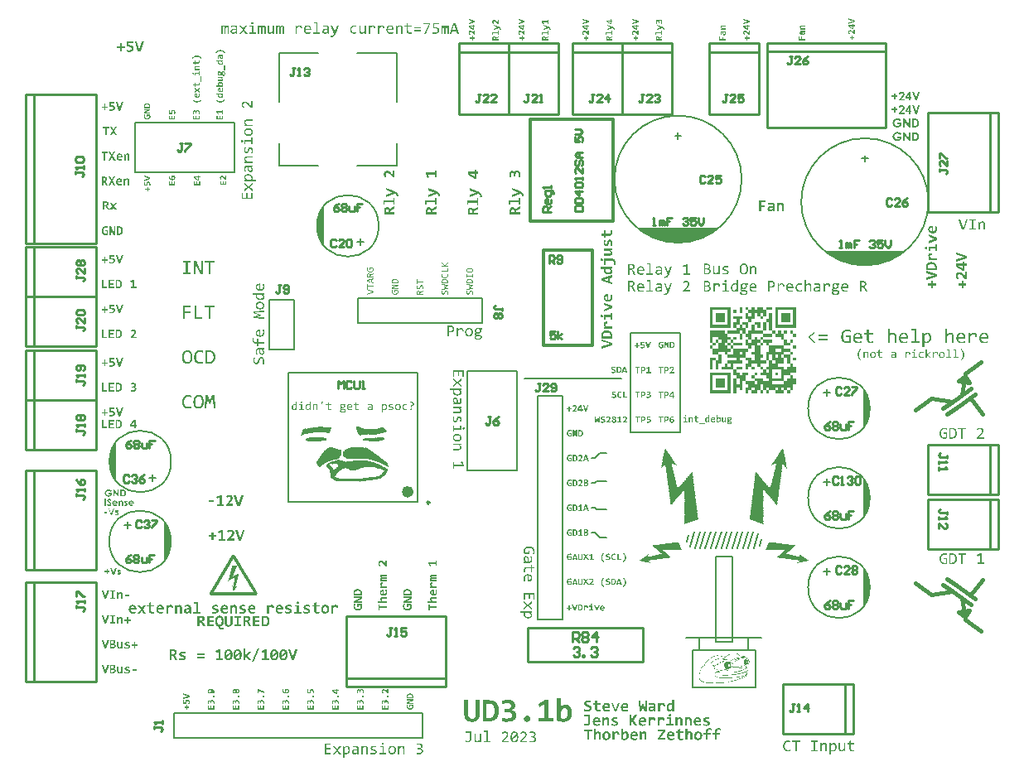
<source format=gto>
G04*
G04 #@! TF.GenerationSoftware,Altium Limited,Altium Designer,22.8.2 (66)*
G04*
G04 Layer_Color=65535*
%FSLAX44Y44*%
%MOMM*%
G71*
G04*
G04 #@! TF.SameCoordinates,4CF88A4D-708D-413D-9FA9-C7E86D45AB9B*
G04*
G04*
G04 #@! TF.FilePolarity,Positive*
G04*
G01*
G75*
%ADD10C,0.2000*%
%ADD11C,0.6000*%
%ADD12C,0.2500*%
%ADD13C,0.3953*%
%ADD14C,0.2540*%
%ADD15C,0.3000*%
G36*
X1171356Y937440D02*
X1168468Y935051D01*
X1162181Y930967D01*
X1155466Y927634D01*
X1148413Y925094D01*
X1141114Y923382D01*
X1133667Y922520D01*
X1126171Y922520D01*
X1118724Y923382D01*
X1111425Y925094D01*
X1104372Y927634D01*
X1097657Y930967D01*
X1091370Y935051D01*
X1088482Y937440D01*
Y937482D01*
X1171356D01*
Y937440D01*
D02*
G37*
G36*
X767991Y919988D02*
X767991Y919988D01*
X767991D01*
Y919988D01*
X766302Y922075D01*
X763680Y926761D01*
X761889Y931823D01*
X760980Y937115D01*
X760980Y942485D01*
X761889Y947777D01*
X763680Y952839D01*
X766302Y957525D01*
X767990Y959612D01*
X767991Y919988D01*
D02*
G37*
G36*
X1362237Y914250D02*
X1359349Y911861D01*
X1353062Y907777D01*
X1346347Y904444D01*
X1339294Y901904D01*
X1331995Y900192D01*
X1324548Y899330D01*
X1317052Y899330D01*
X1309605Y900192D01*
X1302306Y901904D01*
X1295253Y904444D01*
X1288538Y907777D01*
X1282251Y911861D01*
X1279363Y914250D01*
Y914292D01*
X1362237D01*
Y914250D01*
D02*
G37*
G36*
X1226103Y853683D02*
X1220028D01*
Y854443D01*
Y856721D01*
X1226103D01*
Y853683D01*
D02*
G37*
G36*
X1216990D02*
X1220028D01*
Y847609D01*
X1216990D01*
Y850646D01*
X1213953D01*
Y847609D01*
X1216990D01*
Y844571D01*
X1213953D01*
Y847609D01*
X1210916D01*
Y850646D01*
X1207878D01*
Y844571D01*
X1204841D01*
Y841534D01*
X1201803D01*
Y844571D01*
X1198766D01*
Y845331D01*
Y850646D01*
X1201803D01*
Y847609D01*
X1204841D01*
Y850646D01*
X1201803D01*
Y853683D01*
X1198766D01*
Y856721D01*
X1201803D01*
Y853683D01*
X1204841D01*
Y856721D01*
X1207878D01*
Y853683D01*
X1210916D01*
Y856721D01*
X1216990D01*
Y853683D01*
D02*
G37*
G36*
X1195728Y855962D02*
Y850646D01*
X1192691D01*
Y856721D01*
X1195728D01*
Y855962D01*
D02*
G37*
G36*
X1189653Y852924D02*
Y852165D01*
Y850646D01*
X1186616D01*
Y853683D01*
X1189653D01*
Y852924D01*
D02*
G37*
G36*
X1250403Y835459D02*
X1229140D01*
Y856721D01*
X1250403D01*
Y835459D01*
D02*
G37*
G36*
X1213953D02*
X1210916D01*
Y836977D01*
Y837737D01*
Y838496D01*
X1207878D01*
Y841534D01*
X1213953D01*
Y835459D01*
D02*
G37*
G36*
X1201803Y840774D02*
Y835459D01*
X1198766D01*
Y838496D01*
X1195728D01*
Y841534D01*
X1201803D01*
Y840774D01*
D02*
G37*
G36*
X1183578Y835459D02*
X1162316D01*
Y856721D01*
X1183578D01*
Y835459D01*
D02*
G37*
G36*
X1220028Y832421D02*
X1216990D01*
Y833181D01*
Y833940D01*
Y841534D01*
X1220028D01*
Y832421D01*
D02*
G37*
G36*
X1241290Y829384D02*
X1238253D01*
Y832421D01*
X1241290D01*
Y829384D01*
D02*
G37*
G36*
X1247365Y830902D02*
Y830143D01*
Y829384D01*
X1250403D01*
Y827865D01*
Y827106D01*
Y826346D01*
X1247365D01*
Y829384D01*
X1244328D01*
Y832421D01*
X1247365D01*
Y830902D01*
D02*
G37*
G36*
X1189653Y823309D02*
X1186616D01*
Y826346D01*
X1189653D01*
Y823309D01*
D02*
G37*
G36*
X1247365Y820271D02*
X1244328D01*
Y823309D01*
X1247365D01*
Y820271D01*
D02*
G37*
G36*
X1195728Y844571D02*
X1192691D01*
Y838496D01*
X1195728D01*
Y835459D01*
X1198766D01*
Y829384D01*
X1201803D01*
Y832421D01*
X1204841D01*
Y838496D01*
X1207878D01*
Y832421D01*
X1216990D01*
Y829384D01*
X1226103D01*
Y826346D01*
X1216990D01*
Y829384D01*
X1204841D01*
Y823309D01*
X1207878D01*
Y826346D01*
X1210916D01*
Y823309D01*
X1213953D01*
Y820271D01*
X1216990D01*
Y817234D01*
X1213953D01*
Y817993D01*
Y820271D01*
X1210916D01*
Y817234D01*
X1213953D01*
Y808121D01*
X1216990D01*
Y805084D01*
X1213953D01*
Y802047D01*
X1220028D01*
Y799009D01*
X1213953D01*
Y795972D01*
X1216990D01*
Y792934D01*
X1220028D01*
Y789897D01*
X1223065D01*
Y792934D01*
X1220028D01*
Y795972D01*
X1223065D01*
Y802047D01*
X1220028D01*
Y811159D01*
X1223065D01*
Y817234D01*
X1220028D01*
Y820271D01*
X1216990D01*
Y823309D01*
X1213953D01*
Y826346D01*
X1216990D01*
Y823309D01*
X1226103D01*
Y820271D01*
X1223065D01*
Y817234D01*
X1238253D01*
Y814196D01*
X1244328D01*
Y811159D01*
X1247365D01*
Y808121D01*
X1244328D01*
Y811159D01*
X1238253D01*
Y808121D01*
X1244328D01*
Y799009D01*
X1247365D01*
Y795972D01*
X1250403D01*
Y789897D01*
X1244328D01*
Y786859D01*
X1247365D01*
Y783822D01*
X1250403D01*
Y777747D01*
X1247365D01*
Y771672D01*
X1244328D01*
Y774709D01*
X1241290D01*
Y771672D01*
X1244328D01*
Y768634D01*
X1241290D01*
Y771672D01*
X1238253D01*
Y774709D01*
X1235215D01*
Y771672D01*
X1238253D01*
Y768634D01*
X1229140D01*
Y771672D01*
X1223065D01*
Y774709D01*
X1220028D01*
Y771672D01*
X1223065D01*
Y768634D01*
X1220028D01*
Y771672D01*
X1216990D01*
Y777747D01*
X1213953D01*
Y771672D01*
X1216990D01*
Y768634D01*
X1213953D01*
Y771672D01*
X1210916D01*
Y768634D01*
X1204841D01*
Y771672D01*
X1201803D01*
Y768634D01*
X1198766D01*
Y774709D01*
X1201803D01*
Y777747D01*
X1198766D01*
Y780784D01*
X1195728D01*
Y771672D01*
X1192691D01*
Y774709D01*
X1189653D01*
Y768634D01*
X1186616D01*
Y783822D01*
X1189653D01*
Y777747D01*
X1192691D01*
Y783822D01*
X1189653D01*
Y786859D01*
X1186616D01*
Y792934D01*
X1174466D01*
Y795972D01*
X1177503D01*
Y799009D01*
X1180541D01*
Y795972D01*
X1183578D01*
Y799009D01*
X1180541D01*
Y799769D01*
Y802047D01*
X1189653D01*
Y805084D01*
X1180541D01*
Y808121D01*
X1177503D01*
Y811159D01*
X1171428D01*
Y808121D01*
X1174466D01*
Y799009D01*
X1171428D01*
Y792934D01*
X1168391D01*
Y802047D01*
X1165353D01*
Y792934D01*
X1162316D01*
Y805084D01*
X1168391D01*
Y802047D01*
X1171428D01*
Y808121D01*
X1165353D01*
Y814196D01*
X1162316D01*
Y815715D01*
Y816475D01*
Y817234D01*
X1165353D01*
Y814196D01*
X1171428D01*
Y820271D01*
X1168391D01*
Y821790D01*
Y822550D01*
Y823309D01*
X1171428D01*
Y820271D01*
X1174466D01*
Y823309D01*
X1171428D01*
Y826346D01*
X1165353D01*
Y820271D01*
X1168391D01*
Y817234D01*
X1165353D01*
Y820271D01*
X1162316D01*
Y832421D01*
X1177503D01*
Y829384D01*
X1180541D01*
Y826346D01*
X1183578D01*
Y823309D01*
X1186616D01*
Y820271D01*
X1195728D01*
Y817234D01*
X1186616D01*
Y820271D01*
X1183578D01*
Y823309D01*
X1180541D01*
Y820271D01*
X1183578D01*
Y817234D01*
X1186616D01*
Y815715D01*
Y814956D01*
Y814196D01*
X1201803D01*
Y811159D01*
X1198766D01*
Y805084D01*
X1204841D01*
Y802047D01*
X1207878D01*
Y808121D01*
X1204841D01*
Y811159D01*
X1207878D01*
Y817234D01*
X1204841D01*
Y814196D01*
X1201803D01*
Y817234D01*
X1198766D01*
Y817993D01*
Y818753D01*
Y823309D01*
X1201803D01*
Y820271D01*
X1204841D01*
Y823309D01*
X1201803D01*
Y826346D01*
X1198766D01*
Y829384D01*
X1195728D01*
Y832421D01*
X1192691D01*
Y829384D01*
X1195728D01*
Y828624D01*
Y827865D01*
Y823309D01*
X1192691D01*
Y829384D01*
X1180541D01*
Y832421D01*
X1189653D01*
Y835459D01*
X1186616D01*
Y837737D01*
Y838496D01*
Y841534D01*
X1189653D01*
Y844571D01*
X1186616D01*
Y847609D01*
X1195728D01*
Y844571D01*
D02*
G37*
G36*
X1226103Y832421D02*
X1229140D01*
Y829384D01*
X1232178D01*
Y831662D01*
Y832421D01*
X1235215D01*
Y829384D01*
X1238253D01*
Y823309D01*
X1241290D01*
Y820271D01*
X1244328D01*
Y817234D01*
X1238253D01*
Y823309D01*
X1235215D01*
Y826346D01*
X1229140D01*
Y829384D01*
X1226103D01*
Y832421D01*
X1223065D01*
Y838496D01*
Y839256D01*
Y841534D01*
X1220028D01*
Y844571D01*
X1223065D01*
Y850646D01*
X1226103D01*
Y832421D01*
D02*
G37*
G36*
X1250403Y816475D02*
Y814196D01*
X1247365D01*
Y817234D01*
X1250403D01*
Y816475D01*
D02*
G37*
G36*
Y802047D02*
X1247365D01*
Y805084D01*
X1250403D01*
Y802047D01*
D02*
G37*
G36*
X1183578Y768634D02*
X1162316D01*
Y789897D01*
X1183578D01*
Y768634D01*
D02*
G37*
G36*
X766685Y734231D02*
X766820D01*
Y734096D01*
X766954D01*
Y733962D01*
X770324D01*
Y734096D01*
X770459D01*
Y733962D01*
X770594D01*
Y733827D01*
X770729D01*
Y733692D01*
X775851D01*
Y733422D01*
X775716D01*
Y733288D01*
X775447D01*
Y732748D01*
X775582D01*
Y732614D01*
X775447D01*
Y732479D01*
X775312D01*
Y732344D01*
X775177D01*
Y731535D01*
X775042D01*
Y731400D01*
X774908D01*
Y731266D01*
X774773D01*
Y730996D01*
X774908D01*
Y730592D01*
X774773D01*
Y730457D01*
X774638D01*
Y730322D01*
X774503D01*
Y729783D01*
X774234D01*
Y728974D01*
X774099D01*
Y728839D01*
X773964D01*
Y728704D01*
X773829D01*
Y728165D01*
X773560D01*
Y727626D01*
X773425D01*
Y727491D01*
X773290D01*
Y727356D01*
X773155D01*
Y727222D01*
X772886D01*
Y727491D01*
X772346D01*
Y727626D01*
X772212D01*
Y727896D01*
X771672D01*
Y728030D01*
X771537D01*
Y728165D01*
X770459D01*
Y728300D01*
X770324D01*
Y728435D01*
X770190D01*
Y728569D01*
X769381D01*
Y728435D01*
X769246D01*
Y728569D01*
X769111D01*
Y728704D01*
X768976D01*
Y728839D01*
X764932D01*
Y728704D01*
X764797D01*
Y728569D01*
X764663D01*
Y728435D01*
X764393D01*
Y728569D01*
X763584D01*
Y728435D01*
X763449D01*
Y728569D01*
X763180D01*
Y728839D01*
X760079D01*
Y728704D01*
X759945D01*
Y728569D01*
X759810D01*
Y728435D01*
X759540D01*
Y728569D01*
X757518D01*
Y728435D01*
X757383D01*
Y728300D01*
X757249D01*
Y728165D01*
X755092D01*
Y727896D01*
X753609D01*
Y727761D01*
X753474D01*
Y727626D01*
X753339D01*
Y727491D01*
X751587D01*
Y727356D01*
X751452D01*
Y727222D01*
X749295D01*
Y726952D01*
X749026D01*
Y726817D01*
X748891D01*
Y726952D01*
X748082D01*
Y726817D01*
X747947D01*
Y726547D01*
X746464D01*
Y726413D01*
X746329D01*
Y726278D01*
X746195D01*
Y726143D01*
X746060D01*
Y726008D01*
X745925D01*
Y725873D01*
X745790D01*
Y725739D01*
X745656D01*
Y725604D01*
X745521D01*
Y725469D01*
X745386D01*
Y725334D01*
X745251D01*
Y725200D01*
X745116D01*
Y725065D01*
X744982D01*
Y724930D01*
X744847D01*
Y725065D01*
X744712D01*
Y725469D01*
X744847D01*
Y725604D01*
X744712D01*
Y726143D01*
X744847D01*
Y726278D01*
X745116D01*
Y727491D01*
X745251D01*
Y727626D01*
X745386D01*
Y729109D01*
X745656D01*
Y729244D01*
X745790D01*
Y729783D01*
X745925D01*
Y729918D01*
X746060D01*
Y730726D01*
X746195D01*
Y730861D01*
X746329D01*
Y730996D01*
X746464D01*
Y731131D01*
X746599D01*
Y731266D01*
X746734D01*
Y731400D01*
X746869D01*
Y731535D01*
X747003D01*
Y731670D01*
X747138D01*
Y731805D01*
X747273D01*
Y731940D01*
X747408D01*
Y732074D01*
X747947D01*
Y732209D01*
X748082D01*
Y732344D01*
X748217D01*
Y732479D01*
X748352D01*
Y732614D01*
X748486D01*
Y732748D01*
X748891D01*
Y732614D01*
X749026D01*
Y732479D01*
X749160D01*
Y732344D01*
X750778D01*
Y732479D01*
X750913D01*
Y732614D01*
X751048D01*
Y732748D01*
X752800D01*
Y732883D01*
X752935D01*
Y733018D01*
X754418D01*
Y733288D01*
X754553D01*
Y733422D01*
X755361D01*
Y733153D01*
X755496D01*
Y733018D01*
X755766D01*
Y733288D01*
X755900D01*
Y733422D01*
X756979D01*
Y733288D01*
X757114D01*
Y733422D01*
X757383D01*
Y733692D01*
X759540D01*
Y733827D01*
X759675D01*
Y733962D01*
X759810D01*
Y734096D01*
X760079D01*
Y733962D01*
X761832D01*
Y734096D01*
X761967D01*
Y734366D01*
X766685D01*
Y734231D01*
D02*
G37*
G36*
X1318819Y772923D02*
X1320508Y770836D01*
X1323130Y766150D01*
X1324921Y761088D01*
X1325830Y755796D01*
X1325830Y750426D01*
X1324921Y745134D01*
X1323130Y740072D01*
X1320508Y735386D01*
X1318819Y733299D01*
Y772923D01*
X1318819Y772923D01*
X1318819Y772923D01*
Y772923D01*
D02*
G37*
G36*
X802946Y734501D02*
X803081D01*
Y734366D01*
X803890D01*
Y734231D01*
X804025D01*
Y734096D01*
X804160D01*
Y733962D01*
X804564D01*
Y733827D01*
X804699D01*
Y733692D01*
X804834D01*
Y733557D01*
X804968D01*
Y733422D01*
X805103D01*
Y733288D01*
X805373D01*
Y733422D01*
X805777D01*
Y733288D01*
X805912D01*
Y733153D01*
X806047D01*
Y733018D01*
X807125D01*
Y732883D01*
X807260D01*
Y732748D01*
X808473D01*
Y732479D01*
X808608D01*
Y732344D01*
X810361D01*
Y732479D01*
X810495D01*
Y732344D01*
X810765D01*
Y732074D01*
X817235D01*
Y731805D01*
X818179D01*
Y731940D01*
X818314D01*
Y732074D01*
X820740D01*
Y732209D01*
X820875D01*
Y732344D01*
X821010D01*
Y732479D01*
X821145D01*
Y732344D01*
X822628D01*
Y732479D01*
X822762D01*
Y732748D01*
X824380D01*
Y733018D01*
X825593D01*
Y733288D01*
X825728D01*
Y733422D01*
X826267D01*
Y733557D01*
X826402D01*
Y733692D01*
X827885D01*
Y733962D01*
X828289D01*
Y733692D01*
X828424D01*
Y733557D01*
X828559D01*
Y733422D01*
X828694D01*
Y733288D01*
X828829D01*
Y733153D01*
X828963D01*
Y733018D01*
X829098D01*
Y732883D01*
X829233D01*
Y732748D01*
X829368D01*
Y732614D01*
X829502D01*
Y732479D01*
X829637D01*
Y732344D01*
X829772D01*
Y732209D01*
X829907D01*
Y732074D01*
X830042D01*
Y731940D01*
X830176D01*
Y731805D01*
X830311D01*
Y731670D01*
X830446D01*
Y731535D01*
X830581D01*
Y731400D01*
X831120D01*
Y731266D01*
X831255D01*
Y731131D01*
X831390D01*
Y730996D01*
X831525D01*
Y730457D01*
X831794D01*
Y730187D01*
X832333D01*
Y730052D01*
X832468D01*
Y729513D01*
X832198D01*
Y729378D01*
X832064D01*
Y729244D01*
X831929D01*
Y729109D01*
X831794D01*
Y728974D01*
X831659D01*
Y728839D01*
X831525D01*
Y728704D01*
X831390D01*
Y728569D01*
X831255D01*
Y728435D01*
X831120D01*
Y728569D01*
X828963D01*
Y728435D01*
X828829D01*
Y728165D01*
X827615D01*
Y727896D01*
X826672D01*
Y727626D01*
X826537D01*
Y727491D01*
X825998D01*
Y727626D01*
X825863D01*
Y727491D01*
X825728D01*
Y727356D01*
X825593D01*
Y727222D01*
X823436D01*
Y727087D01*
X823302D01*
Y726952D01*
X823167D01*
Y726817D01*
X823032D01*
Y726952D01*
X822223D01*
Y726817D01*
X822088D01*
Y726682D01*
X821954D01*
Y726547D01*
X820471D01*
Y726278D01*
X818314D01*
Y726143D01*
X818179D01*
Y726008D01*
X818044D01*
Y725873D01*
X815753D01*
Y726008D01*
X815618D01*
Y726143D01*
X815483D01*
Y726278D01*
X814405D01*
Y726413D01*
X814270D01*
Y726547D01*
X813461D01*
Y726682D01*
X813326D01*
Y726817D01*
X813191D01*
Y726952D01*
X812787D01*
Y726817D01*
X812652D01*
Y726682D01*
X812787D01*
Y726547D01*
X812922D01*
Y726413D01*
X813057D01*
Y726278D01*
X812787D01*
Y726143D01*
X812652D01*
Y726278D01*
X812383D01*
Y726547D01*
X809147D01*
Y726278D01*
X807664D01*
Y726143D01*
X807530D01*
Y726008D01*
X807395D01*
Y725873D01*
X806991D01*
Y726008D01*
X806721D01*
Y725873D01*
X806586D01*
Y725739D01*
X806451D01*
Y725604D01*
X805912D01*
Y725334D01*
X805238D01*
Y725200D01*
X805103D01*
Y725334D01*
X804968D01*
Y725469D01*
X804834D01*
Y725604D01*
X804699D01*
Y725739D01*
X804564D01*
Y725873D01*
X804429D01*
Y726008D01*
X804295D01*
Y726143D01*
X804160D01*
Y726278D01*
X804025D01*
Y726413D01*
X803890D01*
Y726547D01*
X803755D01*
Y726682D01*
X803621D01*
Y726817D01*
X803486D01*
Y726952D01*
X803351D01*
Y727087D01*
X803216D01*
Y727222D01*
X803081D01*
Y727356D01*
X802946D01*
Y727491D01*
X802812D01*
Y727626D01*
X802677D01*
Y728165D01*
X802407D01*
Y728704D01*
X802272D01*
Y728839D01*
X802138D01*
Y728974D01*
X802003D01*
Y730052D01*
X801868D01*
Y730187D01*
X801733D01*
Y731400D01*
X801464D01*
Y731535D01*
X801329D01*
Y734231D01*
X801464D01*
Y734366D01*
X802003D01*
Y734636D01*
X802946D01*
Y734501D01*
D02*
G37*
G36*
X829098Y723177D02*
X829233D01*
Y723043D01*
X829368D01*
Y722908D01*
X829502D01*
Y722773D01*
X829637D01*
Y722638D01*
X830176D01*
Y722099D01*
X830446D01*
Y721695D01*
X830176D01*
Y721155D01*
X830042D01*
Y721021D01*
X829637D01*
Y721155D01*
X829368D01*
Y721021D01*
X829233D01*
Y720886D01*
X829098D01*
Y720751D01*
X828020D01*
Y720616D01*
X827885D01*
Y720481D01*
X827750D01*
Y720347D01*
X827480D01*
Y720481D01*
X826806D01*
Y720347D01*
X826672D01*
Y720212D01*
X826537D01*
Y720077D01*
X825324D01*
Y719807D01*
X824784D01*
Y719673D01*
X824650D01*
Y719538D01*
X824515D01*
Y719403D01*
X823436D01*
Y719538D01*
X823302D01*
Y719403D01*
X823032D01*
Y719133D01*
X816966D01*
Y719268D01*
X816831D01*
Y719403D01*
X816696D01*
Y719538D01*
X816562D01*
Y719403D01*
X813461D01*
Y719538D01*
X813326D01*
Y719807D01*
X811169D01*
Y719942D01*
X811035D01*
Y720077D01*
X808608D01*
Y720212D01*
X808473D01*
Y720347D01*
X808338D01*
Y720481D01*
X807934D01*
Y720616D01*
X807799D01*
Y720751D01*
X807664D01*
Y720886D01*
X807530D01*
Y721290D01*
X807664D01*
Y721425D01*
X807799D01*
Y721560D01*
X807934D01*
Y721695D01*
X808473D01*
Y721964D01*
X808608D01*
Y722099D01*
X809013D01*
Y721964D01*
X809282D01*
Y722099D01*
X809417D01*
Y722234D01*
X809552D01*
Y722369D01*
X810091D01*
Y722638D01*
X810361D01*
Y722773D01*
X810495D01*
Y722638D01*
X812922D01*
Y722773D01*
X813057D01*
Y723043D01*
X820066D01*
Y723177D01*
X820201D01*
Y723312D01*
X821684D01*
Y723177D01*
X821819D01*
Y723043D01*
X822358D01*
Y723177D01*
X822493D01*
Y723312D01*
X829098D01*
Y723177D01*
D02*
G37*
G36*
X768033Y723043D02*
X769650D01*
Y722773D01*
X769785D01*
Y722638D01*
X769920D01*
Y722503D01*
X770055D01*
Y722369D01*
X770324D01*
Y721425D01*
X770594D01*
Y721021D01*
X770324D01*
Y720481D01*
X770055D01*
Y720347D01*
X769920D01*
Y720481D01*
X769516D01*
Y720347D01*
X769381D01*
Y720212D01*
X769246D01*
Y720077D01*
X768033D01*
Y719807D01*
X765606D01*
Y719673D01*
X765471D01*
Y719538D01*
X765337D01*
Y719403D01*
X763584D01*
Y719538D01*
X763449D01*
Y719403D01*
X763180D01*
Y719133D01*
X754553D01*
Y719268D01*
X754418D01*
Y719403D01*
X754283D01*
Y719538D01*
X754148D01*
Y719403D01*
X751317D01*
Y719538D01*
X751182D01*
Y719807D01*
X750239D01*
Y720347D01*
X750104D01*
Y720481D01*
X749700D01*
Y720616D01*
X749565D01*
Y720751D01*
X749295D01*
Y721695D01*
X749565D01*
Y721964D01*
X749700D01*
Y722099D01*
X750239D01*
Y722234D01*
X750374D01*
Y722369D01*
X751182D01*
Y722503D01*
X751317D01*
Y722638D01*
X751452D01*
Y722773D01*
X751587D01*
Y722638D01*
X752800D01*
Y723177D01*
X752935D01*
Y723312D01*
X768033D01*
Y723043D01*
D02*
G37*
G36*
X808069Y713202D02*
X808204D01*
Y713067D01*
X808338D01*
Y712933D01*
X810765D01*
Y713067D01*
X810900D01*
Y712933D01*
X811035D01*
Y712798D01*
X811169D01*
Y712663D01*
X811978D01*
Y712528D01*
X812113D01*
Y712393D01*
X812517D01*
Y712259D01*
X812652D01*
Y712124D01*
X812787D01*
Y711989D01*
X812922D01*
Y711854D01*
X813057D01*
Y711719D01*
X813596D01*
Y711584D01*
X813731D01*
Y711450D01*
X813865D01*
Y711315D01*
X814000D01*
Y711045D01*
X814539D01*
Y710910D01*
X814674D01*
Y710776D01*
X814809D01*
Y710641D01*
X814944D01*
Y710506D01*
X815079D01*
Y710371D01*
X815618D01*
Y710102D01*
X815887D01*
Y709832D01*
X816022D01*
Y709697D01*
X816562D01*
Y709562D01*
X816696D01*
Y709428D01*
X816831D01*
Y709293D01*
X816966D01*
Y709158D01*
X817370D01*
Y709023D01*
X817505D01*
Y708888D01*
X817640D01*
Y708754D01*
X817775D01*
Y708619D01*
X817909D01*
Y708484D01*
X818449D01*
Y708349D01*
X818584D01*
Y708214D01*
X818718D01*
Y708080D01*
X818853D01*
Y707945D01*
X818988D01*
Y707810D01*
X819123D01*
Y707675D01*
X819258D01*
Y707540D01*
X819662D01*
Y707406D01*
X819797D01*
Y707271D01*
X819931D01*
Y707136D01*
X820066D01*
Y707001D01*
X820201D01*
Y706866D01*
X820740D01*
Y706597D01*
X820875D01*
Y706462D01*
X821145D01*
Y706192D01*
X821414D01*
Y705923D01*
X821954D01*
Y705788D01*
X822088D01*
Y705653D01*
X822223D01*
Y705518D01*
X822358D01*
Y705384D01*
X822493D01*
Y705249D01*
X822628D01*
Y705114D01*
X822762D01*
Y704979D01*
X822897D01*
Y704844D01*
X823302D01*
Y704709D01*
X823436D01*
Y704575D01*
X823571D01*
Y704440D01*
X823706D01*
Y704305D01*
X823841D01*
Y704170D01*
X823976D01*
Y704035D01*
X824110D01*
Y703901D01*
X824650D01*
Y703766D01*
X824784D01*
Y703631D01*
X824919D01*
Y703496D01*
X825054D01*
Y703362D01*
X825189D01*
Y703227D01*
X825324D01*
Y702957D01*
X825863D01*
Y702822D01*
X825998D01*
Y702688D01*
X826132D01*
Y702553D01*
X826267D01*
Y702418D01*
X826402D01*
Y702283D01*
X826537D01*
Y702148D01*
X826672D01*
Y702013D01*
X827211D01*
Y701744D01*
X827346D01*
Y701609D01*
X827615D01*
Y701339D01*
X827885D01*
Y701070D01*
X828424D01*
Y700935D01*
X828559D01*
Y700800D01*
X828694D01*
Y700666D01*
X828829D01*
Y700531D01*
X828963D01*
Y700396D01*
X829098D01*
Y700261D01*
X829233D01*
Y700126D01*
X829368D01*
Y699992D01*
X829772D01*
Y699857D01*
X829907D01*
Y699722D01*
X830042D01*
Y699587D01*
X830176D01*
Y699452D01*
X830311D01*
Y699317D01*
X830446D01*
Y699183D01*
X830581D01*
Y699048D01*
X831120D01*
Y698913D01*
X831255D01*
Y698778D01*
X831390D01*
Y698643D01*
X831525D01*
Y698509D01*
X831659D01*
Y698374D01*
X831794D01*
Y698104D01*
X832333D01*
Y697969D01*
X832468D01*
Y697835D01*
X832603D01*
Y697700D01*
X832738D01*
Y697565D01*
X832872D01*
Y697430D01*
X833007D01*
Y697295D01*
X833142D01*
Y696891D01*
X833277D01*
Y696756D01*
X833412D01*
Y694869D01*
X833681D01*
Y694599D01*
X833816D01*
Y694465D01*
X833681D01*
Y693251D01*
X833142D01*
Y693386D01*
X833007D01*
Y693521D01*
X832872D01*
Y693656D01*
X832738D01*
Y693925D01*
X832198D01*
Y694060D01*
X832064D01*
Y694195D01*
X831525D01*
Y694465D01*
X831390D01*
Y694599D01*
X830851D01*
Y694734D01*
X830716D01*
Y694869D01*
X830176D01*
Y695139D01*
X830042D01*
Y695273D01*
X829907D01*
Y695408D01*
X829772D01*
Y695543D01*
X828963D01*
Y695678D01*
X828829D01*
Y695813D01*
X828289D01*
Y696082D01*
X828155D01*
Y696217D01*
X827615D01*
Y696352D01*
X827480D01*
Y696487D01*
X826941D01*
Y696756D01*
X826402D01*
Y696891D01*
X826267D01*
Y697161D01*
X825324D01*
Y697430D01*
X824784D01*
Y697565D01*
X824650D01*
Y697700D01*
X824515D01*
Y697835D01*
X824110D01*
Y697700D01*
X823976D01*
Y697835D01*
X823706D01*
Y698104D01*
X823167D01*
Y698239D01*
X823032D01*
Y698374D01*
X822897D01*
Y698509D01*
X822628D01*
Y698374D01*
X822223D01*
Y698509D01*
X822088D01*
Y698643D01*
X821954D01*
Y698778D01*
X821145D01*
Y699048D01*
X820201D01*
Y699317D01*
X820066D01*
Y699452D01*
X819527D01*
Y699317D01*
X819392D01*
Y699452D01*
X819258D01*
Y699587D01*
X819123D01*
Y699722D01*
X818314D01*
Y699857D01*
X818179D01*
Y699992D01*
X818044D01*
Y700126D01*
X817775D01*
Y699992D01*
X817370D01*
Y700126D01*
X817235D01*
Y700261D01*
X817101D01*
Y700396D01*
X816022D01*
Y700531D01*
X815887D01*
Y700666D01*
X814674D01*
Y700935D01*
X814539D01*
Y701070D01*
X813731D01*
Y700935D01*
X813596D01*
Y701070D01*
X813326D01*
Y701339D01*
X811439D01*
Y701609D01*
X811169D01*
Y701744D01*
X811035D01*
Y701609D01*
X809013D01*
Y701744D01*
X808878D01*
Y701879D01*
X808743D01*
Y702013D01*
X802812D01*
Y701879D01*
X802677D01*
Y701744D01*
X802542D01*
Y701609D01*
X797554D01*
Y701744D01*
X797420D01*
Y701609D01*
X797150D01*
Y701339D01*
X792028D01*
Y701609D01*
X791758D01*
Y701744D01*
X791623D01*
Y702013D01*
X791084D01*
Y702148D01*
X790949D01*
Y702283D01*
X790814D01*
Y702418D01*
X790679D01*
Y702553D01*
X790545D01*
Y702688D01*
X790140D01*
Y702822D01*
X790005D01*
Y702957D01*
X789871D01*
Y703092D01*
X789736D01*
Y703227D01*
X789197D01*
Y703362D01*
X789062D01*
Y703631D01*
X788523D01*
Y703766D01*
X788388D01*
Y703901D01*
X787849D01*
Y704170D01*
X787714D01*
Y704305D01*
X787444D01*
Y707136D01*
X787714D01*
Y707271D01*
X787849D01*
Y708754D01*
X787714D01*
Y708888D01*
X787849D01*
Y709023D01*
X787983D01*
Y709158D01*
X788118D01*
Y709428D01*
X788792D01*
Y709832D01*
Y709967D01*
Y710102D01*
X789062D01*
Y710237D01*
X789197D01*
Y710371D01*
X789331D01*
Y710506D01*
X789466D01*
Y711045D01*
X789736D01*
Y711315D01*
X790005D01*
Y711450D01*
X790140D01*
Y711315D01*
X790545D01*
Y711450D01*
X790679D01*
Y711584D01*
X790814D01*
Y711719D01*
X791354D01*
Y711989D01*
X792297D01*
Y712259D01*
X792432D01*
Y712393D01*
X793241D01*
Y712259D01*
X793375D01*
Y712393D01*
X793645D01*
Y712663D01*
X794589D01*
Y712933D01*
X795128D01*
Y713067D01*
X795263D01*
Y713337D01*
X808069D01*
Y713202D01*
D02*
G37*
G36*
X1237113Y712375D02*
X1237034Y712184D01*
X1236955Y711992D01*
X1237337Y711834D01*
X1237258Y711642D01*
X1237179Y711451D01*
X1237100Y711260D01*
X1237482Y711101D01*
X1237403Y710910D01*
X1237324Y710718D01*
X1237515Y710639D01*
X1237436Y710447D01*
X1237357Y710256D01*
X1237277Y710064D01*
X1237660Y709906D01*
X1237581Y709714D01*
X1237502Y709523D01*
X1237885Y709364D01*
X1237805Y709173D01*
X1237726Y708981D01*
X1237647Y708790D01*
X1237838Y708710D01*
X1237759Y708519D01*
X1237680Y708328D01*
X1238063Y708169D01*
X1237983Y707978D01*
X1237904Y707786D01*
X1237825Y707595D01*
X1238207Y707436D01*
X1238128Y707245D01*
X1238049Y707053D01*
X1238240Y706974D01*
X1238161Y706782D01*
X1238544Y706624D01*
X1238465Y706432D01*
X1238385Y706241D01*
X1238306Y706049D01*
X1238227Y705858D01*
X1238609Y705699D01*
X1238530Y705508D01*
X1238722Y705429D01*
X1238642Y705237D01*
X1238563Y705046D01*
X1238484Y704854D01*
X1238405Y704663D01*
X1238787Y704504D01*
X1238708Y704313D01*
X1239091Y704154D01*
X1239012Y703963D01*
X1238932Y703771D01*
X1238853Y703580D01*
X1238774Y703389D01*
X1238965Y703309D01*
X1238886Y703118D01*
X1239269Y702959D01*
X1239190Y702768D01*
X1239110Y702576D01*
X1239031Y702385D01*
X1238952Y702193D01*
X1239335Y702035D01*
X1239255Y701843D01*
X1239447Y701764D01*
X1239367Y701572D01*
X1239288Y701381D01*
X1239209Y701190D01*
X1239129Y700998D01*
X1239512Y700839D01*
X1239433Y700648D01*
X1239816Y700489D01*
X1239737Y700298D01*
X1239657Y700107D01*
X1239578Y699915D01*
X1239499Y699724D01*
X1239690Y699644D01*
X1239611Y699453D01*
X1239994Y699294D01*
X1239914Y699103D01*
X1239835Y698912D01*
X1239756Y698720D01*
X1239677Y698529D01*
X1240060Y698370D01*
X1239980Y698178D01*
X1240172Y698099D01*
X1240092Y697908D01*
X1240013Y697716D01*
X1239934Y697525D01*
X1239855Y697333D01*
X1240237Y697175D01*
X1240158Y696983D01*
X1240541Y696825D01*
X1240462Y696633D01*
X1240382Y696442D01*
X1240303Y696250D01*
X1240224Y696059D01*
X1240415Y695980D01*
X1240336Y695788D01*
X1240719Y695629D01*
X1240640Y695438D01*
X1240560Y695247D01*
X1240481Y695055D01*
X1240402Y694864D01*
X1240785Y694705D01*
X1240705Y694514D01*
X1240626Y694322D01*
X1240547Y694131D01*
X1240738Y694051D01*
X1240659Y693860D01*
X1240580Y693669D01*
X1240962Y693510D01*
X1240883Y693319D01*
X1241266Y693160D01*
X1241187Y692969D01*
X1241107Y692777D01*
X1241028Y692586D01*
X1240949Y692394D01*
X1241140Y692315D01*
X1241061Y692123D01*
X1240982Y691932D01*
X1240902Y691741D01*
X1240711Y691820D01*
X1240790Y692011D01*
X1240870Y692203D01*
X1240104Y692520D01*
X1240183Y692711D01*
X1239609Y692949D01*
X1239688Y693141D01*
X1239767Y693332D01*
X1238810Y693729D01*
X1238889Y693920D01*
X1238969Y694112D01*
X1238394Y694350D01*
X1238474Y694541D01*
X1237516Y694937D01*
X1237596Y695129D01*
X1237675Y695320D01*
X1236909Y695638D01*
X1236988Y695829D01*
X1237068Y696020D01*
X1236876Y696100D01*
X1236797Y695908D01*
X1236718Y695717D01*
X1236638Y695526D01*
X1236559Y695334D01*
X1236480Y695143D01*
X1236671Y695063D01*
X1236592Y694872D01*
X1236513Y694680D01*
X1236433Y694489D01*
X1236354Y694297D01*
X1236275Y694106D01*
X1236658Y693947D01*
X1236578Y693756D01*
X1236499Y693565D01*
X1236420Y693373D01*
X1236340Y693182D01*
X1236261Y692990D01*
X1236182Y692799D01*
X1236103Y692607D01*
X1236485Y692449D01*
X1236406Y692257D01*
X1236327Y692066D01*
X1236247Y691874D01*
X1236168Y691683D01*
X1236089Y691491D01*
X1236280Y691412D01*
X1236201Y691221D01*
X1236122Y691029D01*
X1236042Y690838D01*
X1235963Y690646D01*
X1235884Y690455D01*
X1235805Y690263D01*
X1235725Y690072D01*
X1236108Y689913D01*
X1236029Y689722D01*
X1235949Y689530D01*
X1235870Y689339D01*
X1235791Y689148D01*
X1235711Y688956D01*
X1235632Y688765D01*
X1236015Y688606D01*
X1235936Y688415D01*
X1235857Y688223D01*
X1235777Y688032D01*
X1235698Y687840D01*
X1235619Y687649D01*
X1235539Y687457D01*
X1235460Y687266D01*
X1235652Y687187D01*
X1235572Y686995D01*
X1235493Y686804D01*
X1235414Y686612D01*
X1235334Y686421D01*
X1235255Y686229D01*
X1235176Y686038D01*
X1235097Y685846D01*
X1235479Y685688D01*
X1235400Y685496D01*
X1235321Y685305D01*
X1235241Y685113D01*
X1235162Y684922D01*
X1235083Y684731D01*
X1235003Y684539D01*
X1235386Y684380D01*
X1235307Y684189D01*
X1235228Y683998D01*
X1235148Y683806D01*
X1235069Y683615D01*
X1234990Y683423D01*
X1235181Y683344D01*
X1235102Y683152D01*
X1235023Y682961D01*
X1234943Y682770D01*
X1234864Y682578D01*
X1234785Y682387D01*
X1234706Y682195D01*
X1234626Y682004D01*
X1235009Y681845D01*
X1234930Y681654D01*
X1234851Y681462D01*
X1234771Y681271D01*
X1234692Y681079D01*
X1234613Y680888D01*
X1234533Y680696D01*
X1234454Y680505D01*
X1234837Y680346D01*
X1234758Y680155D01*
X1234678Y679964D01*
X1234599Y679772D01*
X1234520Y679581D01*
X1234441Y679389D01*
X1234361Y679198D01*
X1234553Y679118D01*
X1234473Y678927D01*
X1234394Y678736D01*
X1234315Y678544D01*
X1234236Y678353D01*
X1234156Y678161D01*
X1234539Y678003D01*
X1234460Y677811D01*
X1234380Y677620D01*
X1234301Y677428D01*
X1234222Y677237D01*
X1234142Y677045D01*
X1234063Y676854D01*
X1233984Y676663D01*
X1234367Y676504D01*
X1234288Y676312D01*
X1234208Y676121D01*
X1234129Y675929D01*
X1234050Y675738D01*
X1233970Y675547D01*
X1233891Y675355D01*
X1233812Y675164D01*
X1234003Y675084D01*
X1233924Y674893D01*
X1233844Y674702D01*
X1233765Y674510D01*
X1233686Y674318D01*
X1233606Y674127D01*
X1233527Y673936D01*
X1233910Y673777D01*
X1233831Y673586D01*
X1233752Y673394D01*
X1233672Y673203D01*
X1233593Y673011D01*
X1233514Y672820D01*
X1233434Y672628D01*
X1233355Y672437D01*
X1233738Y672278D01*
X1233659Y672087D01*
X1233579Y671895D01*
X1233500Y671704D01*
X1233421Y671512D01*
X1233342Y671321D01*
X1233533Y671242D01*
X1233454Y671050D01*
X1233374Y670859D01*
X1233295Y670667D01*
X1233216Y670476D01*
X1233136Y670285D01*
X1233057Y670093D01*
X1232978Y669902D01*
X1233361Y669743D01*
X1233281Y669551D01*
X1233202Y669360D01*
X1233123Y669169D01*
X1233044Y668977D01*
X1232964Y668786D01*
X1232885Y668594D01*
X1233268Y668436D01*
X1233188Y668244D01*
X1233109Y668053D01*
X1233030Y667861D01*
X1232951Y667670D01*
X1232871Y667478D01*
X1232792Y667287D01*
X1232713Y667095D01*
X1232904Y667016D01*
X1232825Y666825D01*
X1232746Y666633D01*
X1232666Y666442D01*
X1232587Y666251D01*
X1232508Y666059D01*
X1232890Y665900D01*
X1232811Y665709D01*
X1232732Y665518D01*
X1232653Y665326D01*
X1232573Y665135D01*
X1232494Y664943D01*
X1232415Y664752D01*
X1232335Y664560D01*
X1232718Y664402D01*
X1232639Y664210D01*
X1232560Y664019D01*
X1232480Y663827D01*
X1232401Y663636D01*
X1232322Y663444D01*
X1232243Y663253D01*
X1232434Y663174D01*
X1232355Y662982D01*
X1232275Y662791D01*
X1232196Y662599D01*
X1232117Y662408D01*
X1232038Y662216D01*
X1231958Y662025D01*
X1231879Y661834D01*
X1232262Y661675D01*
X1232182Y661483D01*
X1232103Y661292D01*
X1232024Y661101D01*
X1231945Y660909D01*
X1231865Y660718D01*
X1231786Y660526D01*
X1231707Y660335D01*
X1232090Y660176D01*
X1232010Y659985D01*
X1231931Y659793D01*
X1231852Y659602D01*
X1231772Y659410D01*
X1231693Y659219D01*
X1231885Y659139D01*
X1231805Y658948D01*
X1231726Y658757D01*
X1231647Y658565D01*
X1231567Y658374D01*
X1231488Y658182D01*
X1231409Y657991D01*
X1231792Y657832D01*
X1231712Y657641D01*
X1231633Y657449D01*
X1231554Y657258D01*
X1231475Y657066D01*
X1231395Y656875D01*
X1231316Y656684D01*
X1231237Y656492D01*
X1231619Y656334D01*
X1231540Y656142D01*
X1231461Y655951D01*
X1231381Y655759D01*
X1231302Y655568D01*
X1231223Y655376D01*
X1231414Y655297D01*
X1231335Y655106D01*
X1231256Y654914D01*
X1231177Y654723D01*
X1231097Y654531D01*
X1231018Y654340D01*
X1230444Y654578D01*
X1230523Y654769D01*
X1230602Y654960D01*
X1230028Y655199D01*
X1230107Y655390D01*
X1229341Y655707D01*
X1229421Y655899D01*
X1229500Y656090D01*
X1228925Y656328D01*
X1229005Y656519D01*
X1229084Y656711D01*
X1228701Y656869D01*
X1228781Y657061D01*
X1228206Y657299D01*
X1228286Y657490D01*
X1228365Y657682D01*
X1227790Y657919D01*
X1227870Y658111D01*
X1227949Y658303D01*
X1227183Y658620D01*
X1227262Y658811D01*
X1226688Y659049D01*
X1226767Y659241D01*
X1226847Y659432D01*
X1226273Y659670D01*
X1226352Y659861D01*
X1226431Y660053D01*
X1225665Y660370D01*
X1225744Y660562D01*
X1225170Y660799D01*
X1225249Y660991D01*
X1225329Y661182D01*
X1224754Y661420D01*
X1224834Y661611D01*
X1224913Y661803D01*
X1224147Y662120D01*
X1224227Y662312D01*
X1223652Y662550D01*
X1223732Y662741D01*
X1223811Y662933D01*
X1223236Y663170D01*
X1223316Y663362D01*
X1223395Y663553D01*
X1222629Y663870D01*
X1222709Y664062D01*
X1222134Y664300D01*
X1222214Y664491D01*
X1222293Y664683D01*
X1221718Y664921D01*
X1221798Y665112D01*
X1221877Y665304D01*
X1221111Y665621D01*
X1221190Y665812D01*
X1220616Y666050D01*
X1220696Y666241D01*
X1220775Y666433D01*
X1220201Y666671D01*
X1220280Y666862D01*
X1220359Y667054D01*
X1219593Y667371D01*
X1219673Y667562D01*
X1219098Y667800D01*
X1219177Y667992D01*
X1219257Y668183D01*
X1218874Y668342D01*
X1218953Y668533D01*
X1219033Y668725D01*
X1218075Y669121D01*
X1218155Y669313D01*
X1217963Y669392D01*
X1218043Y669584D01*
X1218122Y669775D01*
X1217356Y670092D01*
X1217435Y670284D01*
X1217514Y670475D01*
X1217323Y670554D01*
X1217244Y670363D01*
X1217164Y670171D01*
X1217085Y669980D01*
X1217006Y669789D01*
X1216926Y669597D01*
X1217118Y669518D01*
X1217039Y669326D01*
X1216959Y669135D01*
X1216880Y668943D01*
X1216801Y668752D01*
X1217184Y668593D01*
X1217104Y668402D01*
X1217025Y668211D01*
X1216946Y668019D01*
X1217329Y667860D01*
X1217249Y667669D01*
X1217170Y667477D01*
X1217091Y667286D01*
X1217011Y667095D01*
X1216932Y666903D01*
X1217124Y666824D01*
X1217044Y666632D01*
X1216965Y666441D01*
X1216886Y666249D01*
X1217269Y666091D01*
X1217189Y665899D01*
X1217110Y665708D01*
X1217031Y665517D01*
X1216951Y665325D01*
X1217334Y665166D01*
X1217255Y664975D01*
X1217176Y664784D01*
X1217096Y664592D01*
X1217017Y664401D01*
X1216938Y664209D01*
X1217129Y664130D01*
X1217050Y663939D01*
X1216971Y663747D01*
X1216891Y663556D01*
X1217274Y663397D01*
X1217195Y663206D01*
X1217116Y663014D01*
X1217036Y662823D01*
X1216957Y662631D01*
X1216878Y662440D01*
X1217261Y662281D01*
X1217181Y662090D01*
X1217102Y661898D01*
X1217023Y661707D01*
X1217214Y661627D01*
X1217135Y661436D01*
X1217056Y661245D01*
X1216976Y661053D01*
X1216897Y660862D01*
X1217280Y660703D01*
X1217201Y660512D01*
X1217121Y660320D01*
X1217042Y660129D01*
X1216963Y659937D01*
X1216883Y659746D01*
X1217266Y659587D01*
X1217187Y659396D01*
X1217108Y659204D01*
X1217028Y659013D01*
X1217220Y658933D01*
X1217141Y658742D01*
X1217061Y658551D01*
X1216982Y658359D01*
X1216903Y658168D01*
X1216823Y657976D01*
X1217206Y657818D01*
X1217127Y657626D01*
X1217048Y657435D01*
X1216969Y657243D01*
X1217351Y657085D01*
X1217272Y656893D01*
X1217193Y656702D01*
X1217113Y656510D01*
X1217034Y656319D01*
X1217225Y656240D01*
X1217146Y656048D01*
X1217067Y655857D01*
X1216988Y655665D01*
X1216908Y655474D01*
X1216829Y655283D01*
X1217212Y655124D01*
X1217133Y654932D01*
X1217053Y654741D01*
X1216974Y654549D01*
X1217357Y654391D01*
X1217278Y654200D01*
X1217198Y654008D01*
X1217119Y653817D01*
X1217040Y653625D01*
X1216960Y653434D01*
X1217152Y653354D01*
X1217073Y653163D01*
X1216993Y652971D01*
X1216914Y652780D01*
X1217297Y652622D01*
X1217217Y652430D01*
X1217138Y652238D01*
X1217059Y652047D01*
X1216980Y651856D01*
X1217363Y651697D01*
X1217283Y651506D01*
X1217204Y651314D01*
X1217125Y651123D01*
X1217045Y650931D01*
X1216966Y650740D01*
X1217158Y650660D01*
X1217078Y650469D01*
X1216999Y650277D01*
X1216920Y650086D01*
X1217303Y649928D01*
X1217223Y649736D01*
X1217144Y649545D01*
X1217065Y649353D01*
X1216985Y649162D01*
X1216906Y648970D01*
X1217289Y648812D01*
X1217209Y648620D01*
X1217130Y648429D01*
X1217051Y648237D01*
X1217242Y648158D01*
X1217163Y647967D01*
X1217084Y647775D01*
X1217004Y647584D01*
X1216925Y647392D01*
X1217308Y647234D01*
X1217229Y647042D01*
X1217150Y646851D01*
X1217070Y646659D01*
X1216991Y646468D01*
X1216911Y646276D01*
X1217294Y646118D01*
X1217215Y645926D01*
X1217136Y645735D01*
X1217057Y645543D01*
X1217248Y645464D01*
X1217169Y645273D01*
X1217089Y645081D01*
X1217010Y644890D01*
X1216931Y644698D01*
X1216852Y644507D01*
X1217234Y644348D01*
X1217155Y644157D01*
X1217076Y643965D01*
X1216996Y643774D01*
X1217379Y643615D01*
X1217300Y643424D01*
X1217221Y643232D01*
X1217142Y643041D01*
X1217062Y642849D01*
X1217254Y642770D01*
X1217175Y642579D01*
X1217095Y642387D01*
X1217016Y642196D01*
X1216936Y642004D01*
X1216857Y641813D01*
X1217240Y641654D01*
X1217161Y641463D01*
X1217081Y641271D01*
X1217002Y641080D01*
X1217385Y640921D01*
X1217306Y640730D01*
X1217226Y640538D01*
X1217147Y640347D01*
X1217068Y640156D01*
X1216989Y639964D01*
X1217180Y639885D01*
X1217101Y639693D01*
X1217021Y639502D01*
X1216942Y639310D01*
X1217325Y639152D01*
X1217246Y638960D01*
X1217166Y638769D01*
X1217087Y638577D01*
X1217008Y638386D01*
X1217391Y638227D01*
X1217311Y638036D01*
X1217232Y637845D01*
X1217153Y637653D01*
X1217074Y637462D01*
X1216994Y637270D01*
X1217186Y637191D01*
X1217106Y636999D01*
X1217027Y636808D01*
X1216948Y636617D01*
X1217331Y636458D01*
X1217251Y636267D01*
X1217172Y636075D01*
X1217093Y635884D01*
X1217013Y635692D01*
X1216934Y635501D01*
X1217317Y635342D01*
X1217238Y635151D01*
X1217159Y634959D01*
X1217079Y634768D01*
X1217271Y634688D01*
X1217191Y634497D01*
X1217112Y634306D01*
X1203136Y640095D01*
X1203215Y640286D01*
X1203295Y640478D01*
X1203374Y640669D01*
X1202991Y640827D01*
X1203070Y641019D01*
X1203150Y641210D01*
X1203229Y641402D01*
X1203308Y641593D01*
X1203388Y641785D01*
X1203467Y641976D01*
X1203546Y642168D01*
X1203355Y642247D01*
X1203434Y642438D01*
X1203513Y642630D01*
X1203593Y642821D01*
X1203672Y643013D01*
X1203751Y643204D01*
X1203368Y643363D01*
X1203448Y643554D01*
X1203527Y643746D01*
X1203606Y643937D01*
X1203686Y644129D01*
X1203765Y644320D01*
X1203844Y644511D01*
X1203923Y644703D01*
X1203540Y644862D01*
X1203620Y645053D01*
X1203699Y645245D01*
X1203779Y645436D01*
X1203858Y645627D01*
X1203937Y645819D01*
X1203746Y645898D01*
X1203825Y646089D01*
X1203904Y646281D01*
X1203984Y646472D01*
X1204063Y646664D01*
X1204142Y646855D01*
X1204221Y647047D01*
X1203839Y647205D01*
X1203918Y647397D01*
X1203997Y647588D01*
X1204077Y647780D01*
X1204156Y647971D01*
X1204235Y648163D01*
X1204314Y648354D01*
X1204394Y648546D01*
X1204011Y648704D01*
X1204090Y648896D01*
X1204169Y649087D01*
X1204249Y649278D01*
X1204328Y649470D01*
X1204407Y649661D01*
X1204216Y649741D01*
X1204295Y649932D01*
X1204374Y650124D01*
X1204454Y650315D01*
X1204533Y650506D01*
X1204612Y650698D01*
X1204692Y650889D01*
X1204771Y651081D01*
X1204388Y651239D01*
X1204467Y651431D01*
X1204547Y651622D01*
X1204626Y651814D01*
X1204705Y652005D01*
X1204784Y652197D01*
X1204864Y652388D01*
X1204481Y652547D01*
X1204560Y652738D01*
X1204640Y652930D01*
X1204719Y653121D01*
X1204798Y653313D01*
X1204877Y653504D01*
X1204686Y653583D01*
X1204765Y653775D01*
X1204845Y653966D01*
X1204924Y654158D01*
X1205003Y654349D01*
X1205083Y654540D01*
X1205162Y654732D01*
X1205241Y654923D01*
X1204858Y655082D01*
X1204938Y655273D01*
X1205017Y655465D01*
X1205096Y655656D01*
X1205175Y655848D01*
X1205255Y656039D01*
X1205334Y656231D01*
X1205413Y656422D01*
X1205030Y656581D01*
X1205110Y656772D01*
X1205189Y656964D01*
X1205268Y657155D01*
X1205348Y657347D01*
X1205427Y657538D01*
X1205236Y657617D01*
X1205315Y657809D01*
X1205394Y658000D01*
X1205473Y658192D01*
X1205553Y658383D01*
X1205632Y658575D01*
X1205711Y658766D01*
X1205329Y658925D01*
X1205408Y659116D01*
X1205487Y659307D01*
X1205566Y659499D01*
X1205646Y659690D01*
X1205725Y659882D01*
X1205804Y660073D01*
X1205883Y660265D01*
X1205500Y660423D01*
X1205580Y660615D01*
X1205659Y660806D01*
X1205738Y660998D01*
X1205818Y661189D01*
X1205897Y661381D01*
X1205706Y661460D01*
X1205785Y661651D01*
X1205864Y661843D01*
X1205944Y662034D01*
X1206023Y662226D01*
X1206102Y662417D01*
X1206181Y662609D01*
X1206261Y662800D01*
X1205878Y662959D01*
X1205957Y663150D01*
X1206037Y663342D01*
X1206116Y663533D01*
X1206195Y663725D01*
X1206274Y663916D01*
X1205891Y664074D01*
X1205971Y664266D01*
X1206050Y664457D01*
X1206130Y664649D01*
X1206209Y664840D01*
X1206288Y665032D01*
X1206367Y665223D01*
X1206176Y665303D01*
X1206255Y665494D01*
X1206335Y665686D01*
X1206414Y665877D01*
X1206493Y666068D01*
X1206572Y666260D01*
X1206652Y666451D01*
X1206731Y666643D01*
X1206348Y666801D01*
X1206427Y666993D01*
X1206507Y667184D01*
X1206586Y667376D01*
X1206665Y667567D01*
X1206745Y667759D01*
X1206362Y667917D01*
X1206441Y668109D01*
X1206520Y668300D01*
X1206600Y668492D01*
X1206679Y668683D01*
X1206758Y668874D01*
X1206837Y669066D01*
X1206917Y669257D01*
X1206725Y669337D01*
X1206805Y669528D01*
X1206884Y669719D01*
X1206963Y669911D01*
X1207042Y670102D01*
X1207122Y670294D01*
X1206739Y670452D01*
X1206818Y670644D01*
X1206898Y670835D01*
X1206977Y671027D01*
X1207056Y671218D01*
X1207135Y671410D01*
X1207215Y671601D01*
X1206832Y671760D01*
X1206911Y671951D01*
X1206991Y672143D01*
X1207070Y672334D01*
X1207149Y672525D01*
X1207228Y672717D01*
X1207308Y672908D01*
X1207387Y673100D01*
X1207195Y673179D01*
X1207275Y673371D01*
X1207354Y673562D01*
X1207433Y673754D01*
X1207513Y673945D01*
X1207592Y674136D01*
X1207209Y674295D01*
X1207288Y674486D01*
X1207368Y674678D01*
X1207447Y674869D01*
X1207526Y675061D01*
X1207606Y675252D01*
X1207685Y675444D01*
X1207764Y675635D01*
X1207381Y675794D01*
X1207461Y675985D01*
X1207540Y676177D01*
X1207619Y676368D01*
X1207699Y676560D01*
X1207778Y676751D01*
X1207857Y676942D01*
X1207666Y677022D01*
X1207745Y677213D01*
X1207824Y677405D01*
X1207904Y677596D01*
X1207983Y677788D01*
X1208062Y677979D01*
X1207679Y678138D01*
X1207759Y678329D01*
X1207838Y678521D01*
X1207917Y678712D01*
X1207996Y678903D01*
X1208076Y679095D01*
X1208155Y679286D01*
X1208234Y679478D01*
X1207851Y679636D01*
X1207931Y679828D01*
X1208010Y680019D01*
X1208089Y680211D01*
X1208169Y680402D01*
X1208248Y680594D01*
X1208327Y680785D01*
X1208407Y680977D01*
X1208215Y681056D01*
X1208294Y681247D01*
X1208374Y681439D01*
X1208453Y681630D01*
X1208532Y681822D01*
X1208612Y682013D01*
X1208229Y682172D01*
X1208308Y682363D01*
X1208387Y682555D01*
X1208467Y682746D01*
X1208546Y682937D01*
X1208625Y683129D01*
X1208705Y683320D01*
X1208322Y683479D01*
X1208401Y683671D01*
X1208480Y683862D01*
X1208560Y684053D01*
X1208639Y684245D01*
X1208718Y684436D01*
X1208798Y684628D01*
X1208877Y684819D01*
X1208685Y684898D01*
X1208765Y685090D01*
X1208844Y685281D01*
X1208923Y685473D01*
X1209003Y685664D01*
X1209082Y685856D01*
X1208699Y686014D01*
X1208778Y686206D01*
X1208857Y686397D01*
X1208937Y686589D01*
X1209016Y686780D01*
X1209095Y686972D01*
X1209175Y687163D01*
X1209254Y687354D01*
X1208871Y687513D01*
X1208950Y687704D01*
X1209030Y687896D01*
X1209109Y688087D01*
X1209188Y688279D01*
X1209268Y688470D01*
X1209650Y688312D01*
X1209571Y688120D01*
X1209492Y687929D01*
X1210066Y687691D01*
X1209987Y687499D01*
X1209908Y687308D01*
X1210673Y686991D01*
X1210594Y686799D01*
X1211169Y686561D01*
X1211089Y686370D01*
X1211010Y686179D01*
X1211584Y685941D01*
X1211505Y685749D01*
X1211426Y685558D01*
X1212191Y685241D01*
X1212112Y685049D01*
X1212686Y684811D01*
X1212607Y684620D01*
X1212528Y684428D01*
X1213102Y684190D01*
X1213023Y683999D01*
X1212944Y683808D01*
X1213709Y683490D01*
X1213630Y683299D01*
X1214204Y683061D01*
X1214125Y682869D01*
X1214046Y682678D01*
X1214620Y682440D01*
X1214541Y682249D01*
X1214462Y682057D01*
X1215227Y681740D01*
X1215148Y681549D01*
X1215723Y681311D01*
X1215643Y681119D01*
X1215564Y680928D01*
X1216138Y680690D01*
X1216059Y680498D01*
X1215980Y680307D01*
X1216745Y679990D01*
X1216666Y679798D01*
X1217241Y679560D01*
X1217161Y679369D01*
X1217082Y679177D01*
X1217656Y678940D01*
X1217577Y678748D01*
X1217497Y678557D01*
X1218263Y678239D01*
X1218184Y678048D01*
X1218758Y677810D01*
X1218679Y677619D01*
X1218600Y677427D01*
X1219174Y677189D01*
X1219095Y676998D01*
X1219016Y676806D01*
X1219781Y676489D01*
X1219702Y676298D01*
X1220276Y676060D01*
X1220197Y675869D01*
X1220118Y675677D01*
X1220692Y675439D01*
X1220613Y675248D01*
X1220534Y675056D01*
X1221299Y674739D01*
X1221220Y674548D01*
X1221794Y674310D01*
X1221715Y674118D01*
X1221636Y673927D01*
X1222210Y673689D01*
X1222131Y673497D01*
X1222051Y673306D01*
X1222817Y672989D01*
X1222738Y672797D01*
X1223313Y672559D01*
X1223233Y672368D01*
X1223154Y672177D01*
X1223728Y671939D01*
X1223649Y671747D01*
X1223569Y671556D01*
X1224335Y671238D01*
X1224415Y671430D01*
X1224494Y671621D01*
X1224573Y671813D01*
X1224652Y672004D01*
X1224270Y672163D01*
X1224349Y672354D01*
X1224428Y672546D01*
X1224508Y672737D01*
X1224587Y672929D01*
X1224666Y673120D01*
X1224745Y673311D01*
X1224825Y673503D01*
X1224904Y673695D01*
X1224983Y673886D01*
X1225063Y674077D01*
X1224680Y674236D01*
X1224759Y674427D01*
X1224838Y674619D01*
X1224918Y674810D01*
X1224997Y675002D01*
X1225076Y675193D01*
X1225155Y675385D01*
X1225235Y675576D01*
X1225314Y675768D01*
X1225393Y675959D01*
X1225473Y676151D01*
X1225552Y676342D01*
X1225361Y676421D01*
X1225440Y676613D01*
X1225519Y676804D01*
X1225599Y676996D01*
X1225678Y677187D01*
X1225757Y677378D01*
X1225836Y677570D01*
X1225916Y677761D01*
X1225995Y677953D01*
X1226074Y678144D01*
X1226154Y678336D01*
X1225771Y678494D01*
X1225850Y678686D01*
X1225929Y678877D01*
X1226009Y679069D01*
X1226088Y679260D01*
X1226167Y679452D01*
X1226247Y679643D01*
X1226326Y679835D01*
X1226405Y680026D01*
X1226485Y680217D01*
X1226564Y680409D01*
X1226643Y680600D01*
X1226722Y680792D01*
X1226339Y680950D01*
X1226419Y681142D01*
X1226498Y681333D01*
X1226578Y681525D01*
X1226657Y681716D01*
X1226736Y681908D01*
X1226815Y682099D01*
X1226895Y682290D01*
X1226974Y682482D01*
X1227053Y682673D01*
X1227132Y682865D01*
X1226941Y682944D01*
X1227020Y683136D01*
X1227100Y683327D01*
X1227179Y683518D01*
X1227258Y683710D01*
X1227338Y683901D01*
X1227417Y684093D01*
X1227496Y684284D01*
X1227576Y684476D01*
X1227655Y684667D01*
X1227734Y684858D01*
X1227351Y685017D01*
X1227430Y685209D01*
X1227510Y685400D01*
X1227589Y685592D01*
X1227668Y685783D01*
X1227748Y685975D01*
X1227827Y686166D01*
X1227906Y686357D01*
X1227986Y686549D01*
X1228065Y686740D01*
X1228144Y686932D01*
X1228223Y687123D01*
X1228303Y687315D01*
X1227920Y687473D01*
X1227999Y687665D01*
X1228079Y687856D01*
X1228158Y688047D01*
X1228237Y688239D01*
X1228316Y688430D01*
X1228396Y688622D01*
X1228475Y688813D01*
X1228554Y689005D01*
X1228634Y689196D01*
X1228713Y689388D01*
X1228521Y689467D01*
X1228601Y689659D01*
X1228680Y689850D01*
X1228759Y690041D01*
X1228839Y690233D01*
X1228918Y690424D01*
X1228997Y690616D01*
X1229076Y690807D01*
X1229156Y690999D01*
X1229235Y691190D01*
X1229314Y691382D01*
X1228932Y691540D01*
X1229011Y691732D01*
X1229090Y691923D01*
X1229169Y692114D01*
X1229249Y692306D01*
X1229328Y692497D01*
X1229407Y692689D01*
X1229487Y692880D01*
X1229566Y693072D01*
X1229645Y693263D01*
X1229725Y693455D01*
X1229804Y693646D01*
X1229421Y693805D01*
X1229500Y693996D01*
X1229580Y694187D01*
X1229659Y694379D01*
X1229738Y694570D01*
X1229818Y694762D01*
X1229897Y694953D01*
X1229976Y695145D01*
X1230055Y695336D01*
X1230135Y695528D01*
X1230214Y695719D01*
X1230023Y695798D01*
X1230102Y695990D01*
X1230181Y696181D01*
X1230260Y696373D01*
X1230340Y696564D01*
X1230419Y696756D01*
X1229653Y697073D01*
X1229574Y696881D01*
X1229382Y696961D01*
X1229303Y696769D01*
X1229224Y696578D01*
X1228841Y696737D01*
X1228762Y696545D01*
X1228682Y696354D01*
X1228299Y696512D01*
X1228220Y696321D01*
X1228029Y696400D01*
X1227949Y696209D01*
X1227870Y696017D01*
X1227487Y696176D01*
X1227408Y695984D01*
X1227329Y695793D01*
X1226946Y695952D01*
X1226867Y695760D01*
X1226675Y695839D01*
X1226596Y695648D01*
X1226516Y695456D01*
X1226133Y695615D01*
X1226054Y695424D01*
X1225975Y695232D01*
X1225592Y695391D01*
X1225513Y695199D01*
X1225321Y695278D01*
X1225401Y695470D01*
X1225480Y695661D01*
X1225559Y695853D01*
X1225639Y696044D01*
X1225718Y696236D01*
X1225909Y696156D01*
X1225988Y696348D01*
X1226068Y696540D01*
X1226147Y696731D01*
X1226226Y696922D01*
X1226306Y697114D01*
X1226385Y697305D01*
X1226768Y697147D01*
X1226847Y697338D01*
X1226926Y697530D01*
X1227006Y697721D01*
X1227085Y697912D01*
X1227164Y698104D01*
X1227244Y698295D01*
X1227323Y698487D01*
X1227402Y698678D01*
X1227482Y698870D01*
X1227865Y698711D01*
X1227944Y698902D01*
X1228023Y699094D01*
X1228102Y699285D01*
X1228182Y699477D01*
X1228261Y699668D01*
X1228340Y699860D01*
X1228532Y699780D01*
X1228611Y699972D01*
X1228690Y700163D01*
X1228770Y700355D01*
X1228849Y700546D01*
X1228928Y700738D01*
X1229008Y700929D01*
X1229087Y701121D01*
X1229166Y701312D01*
X1229245Y701503D01*
X1229628Y701345D01*
X1229708Y701536D01*
X1229787Y701728D01*
X1229866Y701919D01*
X1229946Y702111D01*
X1230025Y702302D01*
X1230104Y702494D01*
X1230183Y702685D01*
X1230263Y702877D01*
X1230646Y702718D01*
X1230725Y702909D01*
X1230804Y703101D01*
X1230883Y703292D01*
X1230963Y703484D01*
X1231042Y703675D01*
X1231121Y703867D01*
X1231201Y704058D01*
X1231280Y704249D01*
X1231471Y704170D01*
X1231551Y704362D01*
X1231630Y704553D01*
X1231709Y704745D01*
X1231789Y704936D01*
X1231868Y705127D01*
X1231947Y705319D01*
X1232027Y705510D01*
X1232106Y705702D01*
X1232185Y705893D01*
X1232568Y705735D01*
X1232647Y705926D01*
X1232727Y706117D01*
X1232806Y706309D01*
X1232885Y706500D01*
X1232965Y706692D01*
X1233044Y706883D01*
X1233123Y707075D01*
X1233203Y707266D01*
X1233586Y707108D01*
X1233665Y707299D01*
X1233744Y707491D01*
X1233823Y707682D01*
X1233903Y707873D01*
X1233982Y708065D01*
X1234061Y708256D01*
X1234141Y708448D01*
X1234220Y708639D01*
X1234411Y708560D01*
X1234491Y708751D01*
X1234570Y708943D01*
X1234649Y709134D01*
X1234728Y709326D01*
X1234808Y709517D01*
X1234887Y709709D01*
X1234966Y709900D01*
X1235046Y710091D01*
X1235125Y710283D01*
X1235508Y710124D01*
X1235587Y710316D01*
X1235667Y710507D01*
X1235746Y710699D01*
X1235825Y710890D01*
X1235904Y711082D01*
X1235984Y711273D01*
X1236063Y711465D01*
X1236142Y711656D01*
X1236222Y711848D01*
X1236301Y712039D01*
X1236684Y711880D01*
X1236763Y712072D01*
X1236842Y712263D01*
X1236922Y712455D01*
X1237113Y712375D01*
D02*
G37*
G36*
X777064Y713067D02*
X777199D01*
Y712933D01*
X778008D01*
Y713067D01*
X778143D01*
Y712933D01*
X778412D01*
Y712663D01*
X779356D01*
Y712393D01*
X779626D01*
Y712259D01*
X779761D01*
Y712393D01*
X780165D01*
Y712259D01*
X780300D01*
Y712124D01*
X780434D01*
Y711989D01*
X781243D01*
Y711854D01*
X781378D01*
Y711719D01*
X782187D01*
Y711584D01*
X782322D01*
Y711450D01*
X782457D01*
Y711315D01*
X783265D01*
Y711450D01*
X783400D01*
Y711315D01*
X783535D01*
Y711180D01*
X783670D01*
Y711045D01*
X784883D01*
Y710776D01*
X785153D01*
Y710641D01*
X785287D01*
Y710776D01*
X785692D01*
Y710641D01*
X785827D01*
Y707406D01*
Y707271D01*
Y705249D01*
X785692D01*
Y705114D01*
X785557D01*
Y704979D01*
X785422D01*
Y704844D01*
X785287D01*
Y704709D01*
X785153D01*
Y704305D01*
X785018D01*
Y704170D01*
X784883D01*
Y704035D01*
X784748D01*
Y703901D01*
X784613D01*
Y703766D01*
X784479D01*
Y703631D01*
X784344D01*
Y703496D01*
X784209D01*
Y702957D01*
X783939D01*
Y702418D01*
X783804D01*
Y702283D01*
X783670D01*
Y702148D01*
X783535D01*
Y702013D01*
X782996D01*
Y701744D01*
X782861D01*
Y701609D01*
X782322D01*
Y701474D01*
X782187D01*
Y701339D01*
X781378D01*
Y701205D01*
X781243D01*
Y701070D01*
X781108D01*
Y700935D01*
X780974D01*
Y701070D01*
X780165D01*
Y700935D01*
X780030D01*
Y700800D01*
X779895D01*
Y700666D01*
X778817D01*
Y700531D01*
X778682D01*
Y700396D01*
X777469D01*
Y700126D01*
X777334D01*
Y699992D01*
X776525D01*
Y700126D01*
X776390D01*
Y699992D01*
X776121D01*
Y699722D01*
X774908D01*
Y699587D01*
X774773D01*
Y699452D01*
X774638D01*
Y699317D01*
X774503D01*
Y699452D01*
X773425D01*
Y699317D01*
X773290D01*
Y699183D01*
X773155D01*
Y699048D01*
X772616D01*
Y698778D01*
X772077D01*
Y698643D01*
X771942D01*
Y698509D01*
X771807D01*
Y698374D01*
X771672D01*
Y698239D01*
X771537D01*
Y698104D01*
X770998D01*
Y697835D01*
X770459D01*
Y697700D01*
X770324D01*
Y697565D01*
X770190D01*
Y697430D01*
X770055D01*
Y697295D01*
X769920D01*
Y697161D01*
X769111D01*
Y697026D01*
X768976D01*
Y696891D01*
X768841D01*
Y696756D01*
X768707D01*
Y696621D01*
X768572D01*
Y696487D01*
X768437D01*
Y696352D01*
X768302D01*
Y696217D01*
X767898D01*
Y696082D01*
X767763D01*
Y695947D01*
X767628D01*
Y695813D01*
X767089D01*
Y695543D01*
X766820D01*
Y695273D01*
X766685D01*
Y695139D01*
X766145D01*
Y695004D01*
X766011D01*
Y694869D01*
X765876D01*
Y694734D01*
X765741D01*
Y694599D01*
X765337D01*
Y694465D01*
X765202D01*
Y694330D01*
X765067D01*
Y694195D01*
X764932D01*
Y694060D01*
X764797D01*
Y693925D01*
X764663D01*
Y693791D01*
X764528D01*
Y693656D01*
X764393D01*
Y693521D01*
X764258D01*
Y693386D01*
X764123D01*
Y692982D01*
X763989D01*
Y692847D01*
X763854D01*
Y692577D01*
X763584D01*
Y692712D01*
X763449D01*
Y692982D01*
X763180D01*
Y693251D01*
X762910D01*
Y693521D01*
X762641D01*
Y693656D01*
X762506D01*
Y693925D01*
X762236D01*
Y694195D01*
X761967D01*
Y694465D01*
X761832D01*
Y694599D01*
X761562D01*
Y695139D01*
X761427D01*
Y695273D01*
X761293D01*
Y695408D01*
X761158D01*
Y695543D01*
X761023D01*
Y695678D01*
X760888D01*
Y696082D01*
X761023D01*
Y696217D01*
X760888D01*
Y696487D01*
X760619D01*
Y697430D01*
X760349D01*
Y697700D01*
X760214D01*
Y697835D01*
X760349D01*
Y698104D01*
X760214D01*
Y698239D01*
X760349D01*
Y698374D01*
X760484D01*
Y698509D01*
X760619D01*
Y699048D01*
X760888D01*
Y699587D01*
X761023D01*
Y699722D01*
X761158D01*
Y699857D01*
X761293D01*
Y699992D01*
X761427D01*
Y700126D01*
X761562D01*
Y700261D01*
X761697D01*
Y700396D01*
X761832D01*
Y700531D01*
X761967D01*
Y700935D01*
X762101D01*
Y701070D01*
X762236D01*
Y701205D01*
X762371D01*
Y701339D01*
X762506D01*
Y701474D01*
X762641D01*
Y701609D01*
X762775D01*
Y701744D01*
X762910D01*
Y702283D01*
X763045D01*
Y702418D01*
X763180D01*
Y702553D01*
X763315D01*
Y702688D01*
X763449D01*
Y702822D01*
X763584D01*
Y703227D01*
X763719D01*
Y703362D01*
X763854D01*
Y703496D01*
X763989D01*
Y703631D01*
X764123D01*
Y703766D01*
X764258D01*
Y703901D01*
X764393D01*
Y704035D01*
X764528D01*
Y704575D01*
X764797D01*
Y704844D01*
X765067D01*
Y704979D01*
X765202D01*
Y705518D01*
X765337D01*
Y705653D01*
X765471D01*
Y705788D01*
X765606D01*
Y705923D01*
X765741D01*
Y706327D01*
X765876D01*
Y706462D01*
X766011D01*
Y706597D01*
X766145D01*
Y706732D01*
X766280D01*
Y706866D01*
X766415D01*
Y707001D01*
X766550D01*
Y707136D01*
X766685D01*
Y707271D01*
X766820D01*
Y707810D01*
X766954D01*
Y707945D01*
X767089D01*
Y708080D01*
X767224D01*
Y708214D01*
X767359D01*
Y708619D01*
X767494D01*
Y708754D01*
X767628D01*
Y708888D01*
X767763D01*
Y709023D01*
X767898D01*
Y709158D01*
X768033D01*
Y709293D01*
X768167D01*
Y709428D01*
X768302D01*
Y709562D01*
X768437D01*
Y709697D01*
X768841D01*
Y709832D01*
X768976D01*
Y709967D01*
X769111D01*
Y710102D01*
X769650D01*
Y710237D01*
X769785D01*
Y710371D01*
X769920D01*
Y710506D01*
X770055D01*
Y710641D01*
X770190D01*
Y710776D01*
X770594D01*
Y711180D01*
X770729D01*
Y711315D01*
X770863D01*
Y711450D01*
X770998D01*
Y711584D01*
X771133D01*
Y711719D01*
X771268D01*
Y711854D01*
X771403D01*
Y711989D01*
X771537D01*
Y712124D01*
X771672D01*
Y712259D01*
X771807D01*
Y712393D01*
X771942D01*
Y712663D01*
X772481D01*
Y712798D01*
X772616D01*
Y712933D01*
X773155D01*
Y713067D01*
X773290D01*
Y713337D01*
X777064D01*
Y713067D01*
D02*
G37*
G36*
X784209Y700126D02*
X784344D01*
Y699992D01*
X785827D01*
Y700126D01*
X785961D01*
Y699992D01*
X786096D01*
Y699857D01*
X786231D01*
Y699722D01*
X787444D01*
Y699452D01*
X787714D01*
Y699317D01*
X787849D01*
Y699452D01*
X788253D01*
Y699317D01*
X788388D01*
Y699183D01*
X788523D01*
Y699048D01*
X789736D01*
Y698778D01*
X790275D01*
Y698643D01*
X790410D01*
Y698509D01*
X790679D01*
Y698643D01*
X790814D01*
Y698778D01*
X792297D01*
Y699048D01*
X794454D01*
Y699183D01*
X794589D01*
Y699317D01*
X794724D01*
Y699452D01*
X797150D01*
Y699317D01*
X797285D01*
Y699452D01*
X797420D01*
Y699587D01*
X797554D01*
Y699722D01*
X802272D01*
Y699857D01*
X802407D01*
Y699992D01*
X802542D01*
Y700126D01*
X802677D01*
Y699992D01*
X808473D01*
Y700126D01*
X808608D01*
Y699992D01*
X808743D01*
Y699857D01*
X808878D01*
Y699722D01*
X812922D01*
Y699587D01*
X813057D01*
Y699452D01*
X813191D01*
Y699317D01*
X813461D01*
Y699452D01*
X813865D01*
Y699317D01*
X814000D01*
Y699183D01*
X814135D01*
Y699048D01*
X815213D01*
Y698913D01*
X815348D01*
Y698778D01*
X816562D01*
Y698509D01*
X816696D01*
Y698374D01*
X817101D01*
Y698509D01*
X817370D01*
Y698374D01*
X817505D01*
Y698239D01*
X817640D01*
Y698104D01*
X818449D01*
Y697969D01*
X818584D01*
Y697835D01*
X818718D01*
Y697700D01*
X818988D01*
Y697835D01*
X819392D01*
Y697700D01*
X819527D01*
Y697430D01*
X820471D01*
Y697161D01*
X821010D01*
Y697026D01*
X821145D01*
Y696891D01*
X821280D01*
Y696756D01*
X821684D01*
Y696891D01*
X821819D01*
Y696756D01*
X822088D01*
Y696487D01*
X822628D01*
Y696352D01*
X822762D01*
Y696217D01*
X822897D01*
Y696082D01*
X823167D01*
Y696217D01*
X823571D01*
Y696082D01*
X823706D01*
Y695947D01*
X823841D01*
Y695813D01*
X824380D01*
Y695543D01*
X824919D01*
Y695408D01*
X825054D01*
Y695273D01*
X825189D01*
Y695139D01*
X825593D01*
Y695004D01*
X825728D01*
Y694869D01*
X826267D01*
Y694599D01*
X826806D01*
Y694465D01*
X826941D01*
Y694330D01*
X827076D01*
Y694195D01*
X827615D01*
Y693925D01*
X828155D01*
Y693791D01*
X828289D01*
Y693656D01*
X828424D01*
Y693521D01*
X828829D01*
Y693656D01*
X828963D01*
Y693521D01*
X829233D01*
Y693251D01*
X829772D01*
Y693117D01*
X829907D01*
Y692982D01*
X830446D01*
Y692712D01*
X830581D01*
Y692577D01*
X831120D01*
Y692443D01*
X831255D01*
Y692308D01*
X831390D01*
Y692173D01*
X831525D01*
Y692038D01*
X831659D01*
Y691903D01*
X831794D01*
Y691634D01*
X832333D01*
Y691499D01*
X832468D01*
Y691364D01*
X832603D01*
Y691229D01*
X832738D01*
Y691095D01*
X832872D01*
Y690960D01*
X833007D01*
Y690825D01*
X833142D01*
Y690690D01*
X833277D01*
Y690555D01*
X833412D01*
Y689746D01*
X833277D01*
Y689612D01*
X833142D01*
Y689207D01*
X833007D01*
Y689072D01*
X832872D01*
Y688938D01*
X832738D01*
Y688399D01*
X832468D01*
Y687859D01*
X832333D01*
Y687725D01*
X832198D01*
Y687590D01*
X832064D01*
Y687455D01*
X831929D01*
Y687320D01*
X831794D01*
Y687185D01*
X831659D01*
Y687050D01*
X831525D01*
Y686511D01*
X831255D01*
Y686376D01*
X831120D01*
Y685837D01*
X830985D01*
Y685702D01*
X830851D01*
Y685568D01*
X830716D01*
Y685433D01*
X830581D01*
Y685298D01*
X830446D01*
Y685163D01*
X830311D01*
Y685028D01*
X830176D01*
Y684894D01*
X830042D01*
Y684759D01*
X829907D01*
Y684624D01*
X829772D01*
Y684489D01*
X829502D01*
Y683950D01*
X829368D01*
Y683815D01*
X829233D01*
Y683680D01*
X829098D01*
Y683546D01*
X828559D01*
Y683276D01*
X828424D01*
Y683141D01*
X828289D01*
Y683006D01*
X828155D01*
Y682872D01*
X827615D01*
Y682737D01*
X827480D01*
Y682602D01*
X827346D01*
Y682467D01*
X827211D01*
Y682332D01*
X827076D01*
Y682198D01*
X826672D01*
Y682063D01*
X826537D01*
Y681928D01*
X826402D01*
Y681793D01*
X826267D01*
Y681658D01*
X825728D01*
Y681524D01*
X825593D01*
Y681254D01*
X824650D01*
Y680984D01*
X823436D01*
Y680715D01*
X823302D01*
Y680580D01*
X822493D01*
Y680715D01*
X822358D01*
Y680580D01*
X822088D01*
Y680310D01*
X820875D01*
Y680176D01*
X820740D01*
Y680041D01*
X820605D01*
Y679906D01*
X820471D01*
Y680041D01*
X818044D01*
Y679906D01*
X817909D01*
Y679771D01*
X817775D01*
Y679636D01*
X815348D01*
Y679502D01*
X815213D01*
Y679367D01*
X811169D01*
Y679232D01*
X811035D01*
Y679097D01*
X810900D01*
Y678962D01*
X809821D01*
Y679097D01*
X809687D01*
Y678962D01*
X809552D01*
Y678828D01*
X809417D01*
Y678693D01*
X805373D01*
Y678558D01*
X805238D01*
Y678423D01*
X805103D01*
Y678288D01*
X804834D01*
Y678423D01*
X784344D01*
Y678288D01*
X784074D01*
Y678423D01*
X783939D01*
Y678558D01*
X783804D01*
Y678693D01*
X781648D01*
Y678962D01*
X781378D01*
Y679097D01*
X781243D01*
Y678962D01*
X780434D01*
Y679097D01*
X780300D01*
Y679367D01*
X779761D01*
Y679502D01*
X779626D01*
Y679636D01*
X778817D01*
Y679771D01*
X778682D01*
Y679906D01*
X778547D01*
Y680041D01*
X778143D01*
Y680176D01*
X778008D01*
Y680310D01*
X777469D01*
Y680580D01*
X777199D01*
Y680715D01*
X777064D01*
Y680984D01*
X776795D01*
Y681254D01*
X776525D01*
Y681524D01*
X776390D01*
Y681658D01*
X775851D01*
Y681793D01*
X775716D01*
Y681928D01*
X775582D01*
Y682063D01*
X775447D01*
Y682198D01*
X775312D01*
Y682332D01*
X775177D01*
Y682872D01*
X774908D01*
Y683141D01*
X774773D01*
Y683276D01*
X774503D01*
Y686781D01*
X774234D01*
Y688264D01*
X774099D01*
Y688399D01*
X773964D01*
Y688533D01*
X773829D01*
Y688938D01*
X773964D01*
Y689207D01*
X773829D01*
Y689342D01*
X773694D01*
Y689477D01*
X773560D01*
Y690286D01*
X773425D01*
Y690421D01*
X773290D01*
Y690825D01*
X773155D01*
Y690960D01*
X773020D01*
Y691095D01*
X772886D01*
Y691229D01*
X772751D01*
Y691364D01*
X772616D01*
Y691903D01*
X772346D01*
Y692038D01*
X772212D01*
Y692308D01*
X771942D01*
Y692577D01*
X771672D01*
Y692847D01*
X771537D01*
Y692982D01*
X771268D01*
Y693251D01*
X770998D01*
Y693521D01*
X770729D01*
Y693656D01*
X770594D01*
Y695408D01*
X770729D01*
Y695543D01*
X770998D01*
Y696082D01*
X771133D01*
Y696217D01*
X771268D01*
Y696352D01*
X771403D01*
Y696487D01*
X771537D01*
Y696621D01*
X771672D01*
Y696756D01*
X772077D01*
Y696891D01*
X772212D01*
Y697026D01*
X772346D01*
Y697161D01*
X772886D01*
Y697430D01*
X773425D01*
Y697565D01*
X773560D01*
Y697700D01*
X773694D01*
Y697835D01*
X774234D01*
Y698104D01*
X775177D01*
Y698374D01*
X775716D01*
Y698509D01*
X775851D01*
Y698778D01*
X776795D01*
Y699048D01*
X777738D01*
Y699317D01*
X777873D01*
Y699452D01*
X778278D01*
Y699317D01*
X778547D01*
Y699452D01*
X778682D01*
Y699587D01*
X778817D01*
Y699722D01*
X780030D01*
Y699992D01*
X780300D01*
Y700126D01*
X780434D01*
Y699992D01*
X781243D01*
Y700126D01*
X781378D01*
Y700396D01*
X784209D01*
Y700126D01*
D02*
G37*
G36*
X1116811Y712263D02*
X1116890Y712072D01*
X1116969Y711880D01*
X1117352Y712039D01*
X1117432Y711848D01*
X1117511Y711656D01*
X1117590Y711465D01*
X1117670Y711273D01*
X1117749Y711082D01*
X1117828Y710890D01*
X1117907Y710699D01*
X1117987Y710507D01*
X1118066Y710316D01*
X1118145Y710124D01*
X1118528Y710283D01*
X1118607Y710091D01*
X1118687Y709900D01*
X1118766Y709709D01*
X1118845Y709517D01*
X1118925Y709326D01*
X1119004Y709134D01*
X1119083Y708943D01*
X1119163Y708751D01*
X1119242Y708560D01*
X1119433Y708639D01*
X1119513Y708448D01*
X1119592Y708256D01*
X1119671Y708065D01*
X1119751Y707873D01*
X1119830Y707682D01*
X1119909Y707491D01*
X1119988Y707299D01*
X1120068Y707108D01*
X1120451Y707266D01*
X1120530Y707075D01*
X1120609Y706883D01*
X1120689Y706692D01*
X1120768Y706500D01*
X1120847Y706309D01*
X1120927Y706117D01*
X1121006Y705926D01*
X1121085Y705735D01*
X1121468Y705893D01*
X1121547Y705702D01*
X1121627Y705510D01*
X1121706Y705319D01*
X1121785Y705127D01*
X1121864Y704936D01*
X1121944Y704745D01*
X1122023Y704553D01*
X1122102Y704362D01*
X1122182Y704170D01*
X1122373Y704249D01*
X1122452Y704058D01*
X1122532Y703867D01*
X1122611Y703675D01*
X1122690Y703484D01*
X1122770Y703292D01*
X1122849Y703101D01*
X1122928Y702909D01*
X1123008Y702718D01*
X1123390Y702877D01*
X1123470Y702685D01*
X1123549Y702494D01*
X1123628Y702302D01*
X1123708Y702111D01*
X1123787Y701919D01*
X1123866Y701728D01*
X1123945Y701536D01*
X1124025Y701345D01*
X1124408Y701503D01*
X1124487Y701312D01*
X1124566Y701121D01*
X1124646Y700929D01*
X1124725Y700738D01*
X1124804Y700546D01*
X1124884Y700355D01*
X1124963Y700163D01*
X1125042Y699972D01*
X1125121Y699780D01*
X1125313Y699860D01*
X1125392Y699668D01*
X1125471Y699477D01*
X1125551Y699285D01*
X1125630Y699094D01*
X1125709Y698902D01*
X1125789Y698711D01*
X1126172Y698870D01*
X1126251Y698678D01*
X1126330Y698487D01*
X1126410Y698295D01*
X1126489Y698104D01*
X1126568Y697912D01*
X1126647Y697721D01*
X1126727Y697530D01*
X1126806Y697338D01*
X1126885Y697147D01*
X1127268Y697305D01*
X1127348Y697114D01*
X1127427Y696922D01*
X1127506Y696731D01*
X1127585Y696540D01*
X1127665Y696348D01*
X1127744Y696156D01*
X1127935Y696236D01*
X1128015Y696044D01*
X1128094Y695853D01*
X1128173Y695661D01*
X1128252Y695470D01*
X1128332Y695278D01*
X1128140Y695199D01*
X1128061Y695391D01*
X1127678Y695232D01*
X1127599Y695424D01*
X1127520Y695615D01*
X1127137Y695456D01*
X1127057Y695648D01*
X1126978Y695839D01*
X1126787Y695760D01*
X1126707Y695952D01*
X1126324Y695793D01*
X1126245Y695984D01*
X1126166Y696176D01*
X1125783Y696017D01*
X1125704Y696209D01*
X1125625Y696400D01*
X1125433Y696321D01*
X1125354Y696512D01*
X1124971Y696354D01*
X1124892Y696545D01*
X1124812Y696737D01*
X1124429Y696578D01*
X1124350Y696769D01*
X1124271Y696961D01*
X1124079Y696881D01*
X1124000Y697073D01*
X1123234Y696756D01*
X1123313Y696564D01*
X1123393Y696373D01*
X1123472Y696181D01*
X1123551Y695990D01*
X1123631Y695798D01*
X1123439Y695719D01*
X1123519Y695528D01*
X1123598Y695336D01*
X1123677Y695145D01*
X1123756Y694953D01*
X1123836Y694762D01*
X1123915Y694570D01*
X1123994Y694379D01*
X1124074Y694187D01*
X1124153Y693996D01*
X1124232Y693805D01*
X1123849Y693646D01*
X1123929Y693455D01*
X1124008Y693263D01*
X1124087Y693072D01*
X1124167Y692880D01*
X1124246Y692689D01*
X1124325Y692497D01*
X1124405Y692306D01*
X1124484Y692114D01*
X1124563Y691923D01*
X1124642Y691732D01*
X1124722Y691540D01*
X1124339Y691382D01*
X1124418Y691190D01*
X1124497Y690999D01*
X1124577Y690807D01*
X1124656Y690616D01*
X1124735Y690424D01*
X1124815Y690233D01*
X1124894Y690041D01*
X1124973Y689850D01*
X1125052Y689659D01*
X1125132Y689467D01*
X1124940Y689388D01*
X1125020Y689196D01*
X1125099Y689005D01*
X1125178Y688813D01*
X1125257Y688622D01*
X1125337Y688430D01*
X1125416Y688239D01*
X1125495Y688047D01*
X1125575Y687856D01*
X1125654Y687665D01*
X1125733Y687473D01*
X1125350Y687315D01*
X1125430Y687123D01*
X1125509Y686932D01*
X1125588Y686740D01*
X1125668Y686549D01*
X1125747Y686357D01*
X1125826Y686166D01*
X1125906Y685975D01*
X1125985Y685783D01*
X1126064Y685592D01*
X1126143Y685400D01*
X1126223Y685209D01*
X1126302Y685017D01*
X1125919Y684858D01*
X1125998Y684667D01*
X1126078Y684476D01*
X1126157Y684284D01*
X1126236Y684093D01*
X1126316Y683901D01*
X1126395Y683710D01*
X1126474Y683518D01*
X1126553Y683327D01*
X1126633Y683136D01*
X1126712Y682944D01*
X1126521Y682865D01*
X1126600Y682673D01*
X1126679Y682482D01*
X1126758Y682290D01*
X1126838Y682099D01*
X1126917Y681908D01*
X1126997Y681716D01*
X1127076Y681525D01*
X1127155Y681333D01*
X1127234Y681142D01*
X1127314Y680950D01*
X1126931Y680792D01*
X1127010Y680600D01*
X1127089Y680409D01*
X1127169Y680217D01*
X1127248Y680026D01*
X1127327Y679835D01*
X1127406Y679643D01*
X1127486Y679452D01*
X1127565Y679260D01*
X1127644Y679069D01*
X1127724Y678877D01*
X1127803Y678686D01*
X1127882Y678494D01*
X1127499Y678336D01*
X1127579Y678144D01*
X1127658Y677953D01*
X1127738Y677761D01*
X1127817Y677570D01*
X1127896Y677378D01*
X1127975Y677187D01*
X1128055Y676996D01*
X1128134Y676804D01*
X1128213Y676613D01*
X1128293Y676421D01*
X1128101Y676342D01*
X1128180Y676151D01*
X1128260Y675959D01*
X1128339Y675768D01*
X1128418Y675576D01*
X1128498Y675385D01*
X1128577Y675193D01*
X1128656Y675002D01*
X1128736Y674810D01*
X1128815Y674619D01*
X1128894Y674427D01*
X1128973Y674236D01*
X1128590Y674077D01*
X1128670Y673886D01*
X1128749Y673695D01*
X1128829Y673503D01*
X1128908Y673311D01*
X1128987Y673120D01*
X1129066Y672929D01*
X1129146Y672737D01*
X1129225Y672546D01*
X1129304Y672354D01*
X1129383Y672163D01*
X1129001Y672004D01*
X1129080Y671813D01*
X1129159Y671621D01*
X1129239Y671430D01*
X1129318Y671238D01*
X1130084Y671556D01*
X1130004Y671747D01*
X1129925Y671939D01*
X1130499Y672177D01*
X1130420Y672368D01*
X1130341Y672559D01*
X1130915Y672797D01*
X1130836Y672989D01*
X1131602Y673306D01*
X1131522Y673497D01*
X1131443Y673689D01*
X1132017Y673927D01*
X1131938Y674118D01*
X1131859Y674310D01*
X1132433Y674548D01*
X1132354Y674739D01*
X1133120Y675056D01*
X1133040Y675248D01*
X1132961Y675439D01*
X1133535Y675677D01*
X1133456Y675869D01*
X1133377Y676060D01*
X1133951Y676298D01*
X1133872Y676489D01*
X1134638Y676806D01*
X1134558Y676998D01*
X1134479Y677189D01*
X1135053Y677427D01*
X1134974Y677619D01*
X1134895Y677810D01*
X1135469Y678048D01*
X1135390Y678239D01*
X1136156Y678557D01*
X1136076Y678748D01*
X1135997Y678940D01*
X1136571Y679177D01*
X1136492Y679369D01*
X1136413Y679560D01*
X1136987Y679798D01*
X1136908Y679990D01*
X1137673Y680307D01*
X1137594Y680498D01*
X1137515Y680690D01*
X1138089Y680928D01*
X1138010Y681119D01*
X1137931Y681311D01*
X1138505Y681549D01*
X1138426Y681740D01*
X1139192Y682057D01*
X1139112Y682249D01*
X1139033Y682440D01*
X1139607Y682678D01*
X1139528Y682869D01*
X1139449Y683061D01*
X1140023Y683299D01*
X1139944Y683490D01*
X1140710Y683808D01*
X1140630Y683999D01*
X1140551Y684190D01*
X1141125Y684428D01*
X1141046Y684620D01*
X1140967Y684811D01*
X1141541Y685049D01*
X1141462Y685241D01*
X1142227Y685558D01*
X1142148Y685749D01*
X1142069Y685941D01*
X1142643Y686179D01*
X1142564Y686370D01*
X1142485Y686561D01*
X1143059Y686799D01*
X1142980Y686991D01*
X1143745Y687308D01*
X1143666Y687499D01*
X1143587Y687691D01*
X1144161Y687929D01*
X1144082Y688120D01*
X1144003Y688312D01*
X1144386Y688470D01*
X1144465Y688279D01*
X1144544Y688087D01*
X1144623Y687896D01*
X1144703Y687704D01*
X1144782Y687513D01*
X1144399Y687354D01*
X1144479Y687163D01*
X1144558Y686972D01*
X1144637Y686780D01*
X1144716Y686589D01*
X1144796Y686397D01*
X1144875Y686206D01*
X1144954Y686014D01*
X1144571Y685856D01*
X1144651Y685664D01*
X1144730Y685473D01*
X1144809Y685281D01*
X1144889Y685090D01*
X1144968Y684898D01*
X1144776Y684819D01*
X1144856Y684628D01*
X1144935Y684436D01*
X1145014Y684245D01*
X1145094Y684053D01*
X1145173Y683862D01*
X1145252Y683671D01*
X1145331Y683479D01*
X1144949Y683320D01*
X1145028Y683129D01*
X1145107Y682937D01*
X1145187Y682746D01*
X1145266Y682555D01*
X1145345Y682363D01*
X1145425Y682172D01*
X1145042Y682013D01*
X1145121Y681822D01*
X1145200Y681630D01*
X1145279Y681439D01*
X1145359Y681247D01*
X1145438Y681056D01*
X1145247Y680977D01*
X1145326Y680785D01*
X1145405Y680594D01*
X1145485Y680402D01*
X1145564Y680211D01*
X1145643Y680019D01*
X1145722Y679828D01*
X1145802Y679636D01*
X1145419Y679478D01*
X1145498Y679286D01*
X1145577Y679095D01*
X1145657Y678903D01*
X1145736Y678712D01*
X1145815Y678521D01*
X1145895Y678329D01*
X1145974Y678138D01*
X1145591Y677979D01*
X1145670Y677788D01*
X1145750Y677596D01*
X1145829Y677405D01*
X1145908Y677213D01*
X1145987Y677022D01*
X1145796Y676942D01*
X1145875Y676751D01*
X1145955Y676560D01*
X1146034Y676368D01*
X1146113Y676177D01*
X1146193Y675985D01*
X1146272Y675794D01*
X1145889Y675635D01*
X1145968Y675444D01*
X1146048Y675252D01*
X1146127Y675061D01*
X1146206Y674869D01*
X1146285Y674678D01*
X1146365Y674486D01*
X1146444Y674295D01*
X1146061Y674136D01*
X1146141Y673945D01*
X1146220Y673754D01*
X1146299Y673562D01*
X1146378Y673371D01*
X1146458Y673179D01*
X1146266Y673100D01*
X1146345Y672908D01*
X1146425Y672717D01*
X1146504Y672525D01*
X1146583Y672334D01*
X1146663Y672143D01*
X1146742Y671951D01*
X1146821Y671760D01*
X1146439Y671601D01*
X1146518Y671410D01*
X1146597Y671218D01*
X1146676Y671027D01*
X1146756Y670835D01*
X1146835Y670644D01*
X1146914Y670452D01*
X1146531Y670294D01*
X1146611Y670102D01*
X1146690Y669911D01*
X1146769Y669719D01*
X1146849Y669528D01*
X1146928Y669337D01*
X1146737Y669257D01*
X1146816Y669066D01*
X1146895Y668874D01*
X1146974Y668683D01*
X1147054Y668492D01*
X1147133Y668300D01*
X1147212Y668109D01*
X1147292Y667917D01*
X1146909Y667759D01*
X1146988Y667567D01*
X1147067Y667376D01*
X1147147Y667184D01*
X1147226Y666993D01*
X1147305Y666801D01*
X1146922Y666643D01*
X1147001Y666451D01*
X1147081Y666260D01*
X1147160Y666068D01*
X1147239Y665877D01*
X1147319Y665686D01*
X1147398Y665494D01*
X1147477Y665303D01*
X1147286Y665223D01*
X1147365Y665032D01*
X1147445Y664840D01*
X1147524Y664649D01*
X1147603Y664457D01*
X1147682Y664266D01*
X1147762Y664074D01*
X1147379Y663916D01*
X1147458Y663725D01*
X1147537Y663533D01*
X1147617Y663342D01*
X1147696Y663150D01*
X1147775Y662959D01*
X1147393Y662800D01*
X1147472Y662609D01*
X1147551Y662417D01*
X1147630Y662226D01*
X1147710Y662034D01*
X1147789Y661843D01*
X1147868Y661651D01*
X1147948Y661460D01*
X1147756Y661381D01*
X1147835Y661189D01*
X1147915Y660998D01*
X1147994Y660806D01*
X1148073Y660615D01*
X1148153Y660423D01*
X1147770Y660265D01*
X1147849Y660073D01*
X1147928Y659882D01*
X1148008Y659690D01*
X1148087Y659499D01*
X1148166Y659307D01*
X1148245Y659116D01*
X1148325Y658925D01*
X1147942Y658766D01*
X1148021Y658575D01*
X1148101Y658383D01*
X1148180Y658192D01*
X1148259Y658000D01*
X1148338Y657809D01*
X1148418Y657617D01*
X1148226Y657538D01*
X1148306Y657347D01*
X1148385Y657155D01*
X1148464Y656964D01*
X1148543Y656772D01*
X1148623Y656581D01*
X1148240Y656422D01*
X1148319Y656231D01*
X1148398Y656039D01*
X1148478Y655848D01*
X1148557Y655656D01*
X1148636Y655465D01*
X1148716Y655273D01*
X1148795Y655082D01*
X1148412Y654923D01*
X1148491Y654732D01*
X1148571Y654540D01*
X1148650Y654349D01*
X1148729Y654158D01*
X1148809Y653966D01*
X1148888Y653775D01*
X1148967Y653583D01*
X1148776Y653504D01*
X1148855Y653313D01*
X1148934Y653121D01*
X1149014Y652930D01*
X1149093Y652738D01*
X1149172Y652547D01*
X1148789Y652388D01*
X1148869Y652197D01*
X1148948Y652005D01*
X1149027Y651814D01*
X1149107Y651622D01*
X1149186Y651431D01*
X1149265Y651239D01*
X1148882Y651081D01*
X1148961Y650889D01*
X1149041Y650698D01*
X1149120Y650506D01*
X1149200Y650315D01*
X1149279Y650124D01*
X1149358Y649932D01*
X1149437Y649741D01*
X1149246Y649661D01*
X1149325Y649470D01*
X1149405Y649278D01*
X1149484Y649087D01*
X1149563Y648896D01*
X1149642Y648704D01*
X1149259Y648546D01*
X1149339Y648354D01*
X1149418Y648163D01*
X1149497Y647971D01*
X1149577Y647780D01*
X1149656Y647588D01*
X1149735Y647397D01*
X1149815Y647205D01*
X1149432Y647047D01*
X1149511Y646855D01*
X1149590Y646664D01*
X1149669Y646472D01*
X1149749Y646281D01*
X1149828Y646089D01*
X1149908Y645898D01*
X1149716Y645819D01*
X1149795Y645627D01*
X1149875Y645436D01*
X1149954Y645245D01*
X1150033Y645053D01*
X1150113Y644862D01*
X1149730Y644703D01*
X1149809Y644511D01*
X1149888Y644320D01*
X1149968Y644129D01*
X1150047Y643937D01*
X1150126Y643746D01*
X1150206Y643554D01*
X1150285Y643363D01*
X1149902Y643204D01*
X1149981Y643013D01*
X1150060Y642821D01*
X1150140Y642630D01*
X1150219Y642438D01*
X1150298Y642247D01*
X1150107Y642168D01*
X1150186Y641976D01*
X1150266Y641785D01*
X1150345Y641593D01*
X1150424Y641402D01*
X1150503Y641210D01*
X1150583Y641019D01*
X1150662Y640827D01*
X1150279Y640669D01*
X1150359Y640478D01*
X1150438Y640286D01*
X1150517Y640095D01*
X1136541Y634306D01*
X1136462Y634497D01*
X1136383Y634688D01*
X1136574Y634768D01*
X1136495Y634959D01*
X1136415Y635151D01*
X1136336Y635342D01*
X1136719Y635501D01*
X1136640Y635692D01*
X1136561Y635884D01*
X1136481Y636075D01*
X1136402Y636267D01*
X1136323Y636458D01*
X1136705Y636617D01*
X1136626Y636808D01*
X1136547Y636999D01*
X1136468Y637191D01*
X1136659Y637270D01*
X1136580Y637462D01*
X1136500Y637653D01*
X1136421Y637845D01*
X1136342Y638036D01*
X1136262Y638227D01*
X1136645Y638386D01*
X1136566Y638577D01*
X1136487Y638769D01*
X1136407Y638960D01*
X1136328Y639152D01*
X1136711Y639310D01*
X1136632Y639502D01*
X1136553Y639693D01*
X1136473Y639885D01*
X1136665Y639964D01*
X1136585Y640156D01*
X1136506Y640347D01*
X1136427Y640538D01*
X1136347Y640730D01*
X1136268Y640921D01*
X1136651Y641080D01*
X1136572Y641271D01*
X1136492Y641463D01*
X1136413Y641654D01*
X1136796Y641813D01*
X1136717Y642004D01*
X1136637Y642196D01*
X1136558Y642387D01*
X1136479Y642579D01*
X1136399Y642770D01*
X1136591Y642849D01*
X1136512Y643041D01*
X1136432Y643232D01*
X1136353Y643424D01*
X1136274Y643615D01*
X1136657Y643774D01*
X1136577Y643965D01*
X1136498Y644157D01*
X1136419Y644348D01*
X1136802Y644507D01*
X1136722Y644698D01*
X1136643Y644890D01*
X1136564Y645081D01*
X1136484Y645273D01*
X1136405Y645464D01*
X1136597Y645543D01*
X1136517Y645735D01*
X1136438Y645926D01*
X1136359Y646118D01*
X1136742Y646276D01*
X1136662Y646468D01*
X1136583Y646659D01*
X1136504Y646851D01*
X1136424Y647042D01*
X1136345Y647234D01*
X1136728Y647392D01*
X1136649Y647584D01*
X1136570Y647775D01*
X1136490Y647967D01*
X1136411Y648158D01*
X1136602Y648237D01*
X1136523Y648429D01*
X1136444Y648620D01*
X1136364Y648812D01*
X1136747Y648970D01*
X1136668Y649162D01*
X1136589Y649353D01*
X1136509Y649545D01*
X1136430Y649736D01*
X1136351Y649928D01*
X1136733Y650086D01*
X1136654Y650277D01*
X1136575Y650469D01*
X1136496Y650660D01*
X1136687Y650740D01*
X1136608Y650931D01*
X1136528Y651123D01*
X1136449Y651314D01*
X1136370Y651506D01*
X1136291Y651697D01*
X1136674Y651856D01*
X1136594Y652047D01*
X1136515Y652238D01*
X1136436Y652430D01*
X1136356Y652622D01*
X1136739Y652780D01*
X1136660Y652971D01*
X1136581Y653163D01*
X1136501Y653354D01*
X1136693Y653434D01*
X1136614Y653625D01*
X1136534Y653817D01*
X1136455Y654008D01*
X1136376Y654200D01*
X1136296Y654391D01*
X1136679Y654549D01*
X1136600Y654741D01*
X1136521Y654932D01*
X1136441Y655124D01*
X1136824Y655283D01*
X1136745Y655474D01*
X1136666Y655665D01*
X1136586Y655857D01*
X1136507Y656048D01*
X1136428Y656240D01*
X1136619Y656319D01*
X1136540Y656510D01*
X1136461Y656702D01*
X1136381Y656893D01*
X1136302Y657085D01*
X1136685Y657243D01*
X1136605Y657435D01*
X1136526Y657626D01*
X1136447Y657818D01*
X1136830Y657976D01*
X1136750Y658168D01*
X1136671Y658359D01*
X1136592Y658551D01*
X1136513Y658742D01*
X1136433Y658933D01*
X1136625Y659013D01*
X1136545Y659204D01*
X1136466Y659396D01*
X1136387Y659587D01*
X1136770Y659746D01*
X1136691Y659937D01*
X1136611Y660129D01*
X1136532Y660320D01*
X1136453Y660512D01*
X1136373Y660703D01*
X1136756Y660862D01*
X1136677Y661053D01*
X1136598Y661245D01*
X1136518Y661436D01*
X1136439Y661627D01*
X1136630Y661707D01*
X1136551Y661898D01*
X1136472Y662090D01*
X1136393Y662281D01*
X1136776Y662440D01*
X1136696Y662631D01*
X1136617Y662823D01*
X1136538Y663014D01*
X1136458Y663206D01*
X1136379Y663397D01*
X1136762Y663556D01*
X1136683Y663747D01*
X1136603Y663939D01*
X1136524Y664130D01*
X1136715Y664209D01*
X1136636Y664401D01*
X1136557Y664592D01*
X1136477Y664784D01*
X1136398Y664975D01*
X1136319Y665166D01*
X1136702Y665325D01*
X1136622Y665517D01*
X1136543Y665708D01*
X1136464Y665899D01*
X1136385Y666091D01*
X1136767Y666249D01*
X1136688Y666441D01*
X1136609Y666632D01*
X1136529Y666824D01*
X1136721Y666903D01*
X1136642Y667095D01*
X1136562Y667286D01*
X1136483Y667477D01*
X1136404Y667669D01*
X1136324Y667860D01*
X1136708Y668019D01*
X1136628Y668211D01*
X1136549Y668402D01*
X1136470Y668593D01*
X1136852Y668752D01*
X1136773Y668943D01*
X1136694Y669135D01*
X1136615Y669326D01*
X1136535Y669518D01*
X1136727Y669597D01*
X1136647Y669789D01*
X1136568Y669980D01*
X1136489Y670171D01*
X1136410Y670363D01*
X1136330Y670554D01*
X1136139Y670475D01*
X1136218Y670284D01*
X1136297Y670092D01*
X1135531Y669775D01*
X1135611Y669584D01*
X1135690Y669392D01*
X1135499Y669313D01*
X1135578Y669121D01*
X1134621Y668725D01*
X1134700Y668533D01*
X1134779Y668342D01*
X1134397Y668183D01*
X1134476Y667992D01*
X1134555Y667800D01*
X1133981Y667562D01*
X1134060Y667371D01*
X1133294Y667054D01*
X1133373Y666862D01*
X1133453Y666671D01*
X1132878Y666433D01*
X1132958Y666241D01*
X1133037Y666050D01*
X1132463Y665812D01*
X1132542Y665621D01*
X1131776Y665304D01*
X1131855Y665112D01*
X1131935Y664921D01*
X1131360Y664683D01*
X1131440Y664491D01*
X1131519Y664300D01*
X1130945Y664062D01*
X1131024Y663870D01*
X1130258Y663553D01*
X1130338Y663362D01*
X1130417Y663170D01*
X1129842Y662933D01*
X1129922Y662741D01*
X1130001Y662550D01*
X1129427Y662312D01*
X1129506Y662120D01*
X1128740Y661803D01*
X1128819Y661611D01*
X1128899Y661420D01*
X1128324Y661182D01*
X1128404Y660991D01*
X1128483Y660799D01*
X1127909Y660562D01*
X1127988Y660370D01*
X1127222Y660053D01*
X1127301Y659861D01*
X1127381Y659670D01*
X1126806Y659432D01*
X1126886Y659241D01*
X1126965Y659049D01*
X1126391Y658811D01*
X1126470Y658620D01*
X1125704Y658303D01*
X1125783Y658111D01*
X1125863Y657919D01*
X1125288Y657682D01*
X1125368Y657490D01*
X1125447Y657299D01*
X1124873Y657061D01*
X1124952Y656869D01*
X1124569Y656711D01*
X1124649Y656519D01*
X1124728Y656328D01*
X1124153Y656090D01*
X1124233Y655899D01*
X1124312Y655707D01*
X1123546Y655390D01*
X1123625Y655199D01*
X1123051Y654960D01*
X1123130Y654769D01*
X1123210Y654578D01*
X1122635Y654340D01*
X1122556Y654531D01*
X1122477Y654723D01*
X1122397Y654914D01*
X1122318Y655106D01*
X1122239Y655297D01*
X1122430Y655376D01*
X1122351Y655568D01*
X1122272Y655759D01*
X1122192Y655951D01*
X1122113Y656142D01*
X1122034Y656334D01*
X1122417Y656492D01*
X1122337Y656684D01*
X1122258Y656875D01*
X1122179Y657066D01*
X1122099Y657258D01*
X1122020Y657449D01*
X1121941Y657641D01*
X1121861Y657832D01*
X1122244Y657991D01*
X1122165Y658182D01*
X1122086Y658374D01*
X1122007Y658565D01*
X1121927Y658757D01*
X1121848Y658948D01*
X1121769Y659139D01*
X1121960Y659219D01*
X1121881Y659410D01*
X1121802Y659602D01*
X1121722Y659793D01*
X1121643Y659985D01*
X1121564Y660176D01*
X1121946Y660335D01*
X1121867Y660526D01*
X1121788Y660718D01*
X1121709Y660909D01*
X1121629Y661101D01*
X1121550Y661292D01*
X1121471Y661483D01*
X1121391Y661675D01*
X1121774Y661834D01*
X1121695Y662025D01*
X1121616Y662216D01*
X1121536Y662408D01*
X1121457Y662599D01*
X1121378Y662791D01*
X1121299Y662982D01*
X1121219Y663174D01*
X1121411Y663253D01*
X1121331Y663444D01*
X1121252Y663636D01*
X1121173Y663827D01*
X1121094Y664019D01*
X1121014Y664210D01*
X1120935Y664402D01*
X1121318Y664560D01*
X1121238Y664752D01*
X1121159Y664943D01*
X1121080Y665135D01*
X1121001Y665326D01*
X1120921Y665518D01*
X1120842Y665709D01*
X1120763Y665900D01*
X1121145Y666059D01*
X1121066Y666251D01*
X1120987Y666442D01*
X1120908Y666633D01*
X1120828Y666825D01*
X1120749Y667016D01*
X1120940Y667095D01*
X1120861Y667287D01*
X1120782Y667478D01*
X1120703Y667670D01*
X1120623Y667861D01*
X1120544Y668053D01*
X1120465Y668244D01*
X1120386Y668436D01*
X1120768Y668594D01*
X1120689Y668786D01*
X1120610Y668977D01*
X1120530Y669169D01*
X1120451Y669360D01*
X1120372Y669551D01*
X1120292Y669743D01*
X1120675Y669902D01*
X1120596Y670093D01*
X1120517Y670285D01*
X1120437Y670476D01*
X1120358Y670667D01*
X1120279Y670859D01*
X1120200Y671050D01*
X1120120Y671242D01*
X1120312Y671321D01*
X1120232Y671512D01*
X1120153Y671704D01*
X1120074Y671895D01*
X1119995Y672087D01*
X1119915Y672278D01*
X1120298Y672437D01*
X1120219Y672628D01*
X1120139Y672820D01*
X1120060Y673011D01*
X1119981Y673203D01*
X1119902Y673394D01*
X1119822Y673586D01*
X1119743Y673777D01*
X1120126Y673936D01*
X1120047Y674127D01*
X1119967Y674318D01*
X1119888Y674510D01*
X1119809Y674702D01*
X1119729Y674893D01*
X1119650Y675084D01*
X1119841Y675164D01*
X1119762Y675355D01*
X1119683Y675547D01*
X1119604Y675738D01*
X1119524Y675929D01*
X1119445Y676121D01*
X1119366Y676312D01*
X1119286Y676504D01*
X1119669Y676663D01*
X1119590Y676854D01*
X1119511Y677045D01*
X1119432Y677237D01*
X1119352Y677428D01*
X1119273Y677620D01*
X1119194Y677811D01*
X1119114Y678003D01*
X1119497Y678161D01*
X1119418Y678353D01*
X1119339Y678544D01*
X1119259Y678736D01*
X1119180Y678927D01*
X1119100Y679118D01*
X1119292Y679198D01*
X1119213Y679389D01*
X1119133Y679581D01*
X1119054Y679772D01*
X1118975Y679964D01*
X1118895Y680155D01*
X1118816Y680346D01*
X1119199Y680505D01*
X1119120Y680696D01*
X1119041Y680888D01*
X1118961Y681079D01*
X1118882Y681271D01*
X1118803Y681462D01*
X1118723Y681654D01*
X1118644Y681845D01*
X1119027Y682004D01*
X1118948Y682195D01*
X1118868Y682387D01*
X1118789Y682578D01*
X1118710Y682770D01*
X1118631Y682961D01*
X1118551Y683152D01*
X1118472Y683344D01*
X1118663Y683423D01*
X1118584Y683615D01*
X1118505Y683806D01*
X1118425Y683998D01*
X1118346Y684189D01*
X1118267Y684380D01*
X1118650Y684539D01*
X1118570Y684731D01*
X1118491Y684922D01*
X1118412Y685113D01*
X1118333Y685305D01*
X1118253Y685496D01*
X1118174Y685688D01*
X1118557Y685846D01*
X1118477Y686038D01*
X1118398Y686229D01*
X1118319Y686421D01*
X1118240Y686612D01*
X1118160Y686804D01*
X1118081Y686995D01*
X1118001Y687187D01*
X1118193Y687266D01*
X1118114Y687457D01*
X1118034Y687649D01*
X1117955Y687840D01*
X1117876Y688032D01*
X1117796Y688223D01*
X1117717Y688415D01*
X1117638Y688606D01*
X1118021Y688765D01*
X1117942Y688956D01*
X1117862Y689148D01*
X1117783Y689339D01*
X1117704Y689530D01*
X1117625Y689722D01*
X1117545Y689913D01*
X1117928Y690072D01*
X1117849Y690263D01*
X1117769Y690455D01*
X1117690Y690646D01*
X1117611Y690838D01*
X1117531Y691029D01*
X1117452Y691221D01*
X1117373Y691412D01*
X1117564Y691491D01*
X1117485Y691683D01*
X1117406Y691874D01*
X1117326Y692066D01*
X1117247Y692257D01*
X1117168Y692449D01*
X1117551Y692607D01*
X1117471Y692799D01*
X1117392Y692990D01*
X1117313Y693182D01*
X1117234Y693373D01*
X1117154Y693565D01*
X1117075Y693756D01*
X1116996Y693947D01*
X1117379Y694106D01*
X1117299Y694297D01*
X1117220Y694489D01*
X1117141Y694680D01*
X1117061Y694872D01*
X1116982Y695063D01*
X1117173Y695143D01*
X1117094Y695334D01*
X1117015Y695526D01*
X1116936Y695717D01*
X1116856Y695908D01*
X1116777Y696100D01*
X1116586Y696020D01*
X1116665Y695829D01*
X1116744Y695638D01*
X1115978Y695320D01*
X1116058Y695129D01*
X1116137Y694937D01*
X1115180Y694541D01*
X1115259Y694350D01*
X1114685Y694112D01*
X1114764Y693920D01*
X1114843Y693729D01*
X1113886Y693332D01*
X1113965Y693141D01*
X1114045Y692949D01*
X1113470Y692711D01*
X1113549Y692520D01*
X1112784Y692203D01*
X1112863Y692011D01*
X1112942Y691820D01*
X1112751Y691741D01*
X1112672Y691932D01*
X1112592Y692123D01*
X1112513Y692315D01*
X1112704Y692394D01*
X1112625Y692586D01*
X1112546Y692777D01*
X1112466Y692969D01*
X1112387Y693160D01*
X1112770Y693319D01*
X1112691Y693510D01*
X1113074Y693669D01*
X1112994Y693860D01*
X1112915Y694051D01*
X1113107Y694131D01*
X1113027Y694322D01*
X1112948Y694514D01*
X1112869Y694705D01*
X1113251Y694864D01*
X1113172Y695055D01*
X1113093Y695247D01*
X1113014Y695438D01*
X1112934Y695629D01*
X1113317Y695788D01*
X1113238Y695980D01*
X1113429Y696059D01*
X1113350Y696250D01*
X1113271Y696442D01*
X1113192Y696633D01*
X1113112Y696825D01*
X1113495Y696983D01*
X1113416Y697175D01*
X1113799Y697333D01*
X1113719Y697525D01*
X1113640Y697716D01*
X1113561Y697908D01*
X1113481Y698099D01*
X1113673Y698178D01*
X1113594Y698370D01*
X1113977Y698529D01*
X1113897Y698720D01*
X1113818Y698912D01*
X1113739Y699103D01*
X1113660Y699294D01*
X1114042Y699453D01*
X1113963Y699644D01*
X1114154Y699724D01*
X1114075Y699915D01*
X1113996Y700107D01*
X1113916Y700298D01*
X1113837Y700489D01*
X1114220Y700648D01*
X1114141Y700839D01*
X1114524Y700998D01*
X1114445Y701190D01*
X1114365Y701381D01*
X1114286Y701572D01*
X1114206Y701764D01*
X1114398Y701843D01*
X1114319Y702035D01*
X1114701Y702193D01*
X1114622Y702385D01*
X1114543Y702576D01*
X1114464Y702768D01*
X1114384Y702959D01*
X1114767Y703118D01*
X1114688Y703309D01*
X1114879Y703389D01*
X1114800Y703580D01*
X1114721Y703771D01*
X1114641Y703963D01*
X1114562Y704154D01*
X1114945Y704313D01*
X1114866Y704504D01*
X1115249Y704663D01*
X1115169Y704854D01*
X1115090Y705046D01*
X1115011Y705237D01*
X1114931Y705429D01*
X1115123Y705508D01*
X1115044Y705699D01*
X1115426Y705858D01*
X1115347Y706049D01*
X1115268Y706241D01*
X1115189Y706432D01*
X1115109Y706624D01*
X1115492Y706782D01*
X1115413Y706974D01*
X1115604Y707053D01*
X1115525Y707245D01*
X1115446Y707436D01*
X1115829Y707595D01*
X1115749Y707786D01*
X1115670Y707978D01*
X1115591Y708169D01*
X1115974Y708328D01*
X1115894Y708519D01*
X1115815Y708710D01*
X1116006Y708790D01*
X1115927Y708981D01*
X1115848Y709173D01*
X1115769Y709364D01*
X1116152Y709523D01*
X1116072Y709714D01*
X1115993Y709906D01*
X1116376Y710064D01*
X1116296Y710256D01*
X1116217Y710447D01*
X1116138Y710639D01*
X1116329Y710718D01*
X1116250Y710910D01*
X1116171Y711101D01*
X1116554Y711260D01*
X1116474Y711451D01*
X1116395Y711642D01*
X1116316Y711834D01*
X1116699Y711992D01*
X1116619Y712184D01*
X1116540Y712375D01*
X1116731Y712455D01*
X1116811Y712263D01*
D02*
G37*
G36*
X1225321Y695278D02*
X1225242Y695087D01*
X1225163Y694896D01*
X1224780Y695054D01*
X1224859Y695246D01*
X1224938Y695437D01*
X1225321Y695278D01*
D02*
G37*
G36*
X1128794Y695246D02*
X1128874Y695054D01*
X1128490Y694896D01*
X1128411Y695087D01*
X1128332Y695278D01*
X1128715Y695437D01*
X1128794Y695246D01*
D02*
G37*
G36*
X555841Y679088D02*
X555841Y679088D01*
X555841D01*
Y679088D01*
X554152Y681175D01*
X551530Y685861D01*
X549739Y690923D01*
X548830Y696215D01*
X548830Y701585D01*
X549739Y706877D01*
X551530Y711939D01*
X554152Y716625D01*
X555840Y718712D01*
X555841Y679088D01*
D02*
G37*
G36*
X1318819Y681482D02*
X1320508Y679395D01*
X1323130Y674709D01*
X1324921Y669647D01*
X1325830Y664355D01*
X1325830Y658985D01*
X1324921Y653693D01*
X1323130Y648631D01*
X1320508Y643945D01*
X1318819Y641858D01*
Y681482D01*
X1318819Y681482D01*
X1318819Y681482D01*
Y681482D01*
D02*
G37*
G36*
X1223462Y616462D02*
X1223569Y616418D01*
X1223676Y616373D01*
X1223783Y616329D01*
X1223890Y616285D01*
X1223997Y616240D01*
X1224105Y616196D01*
X1224149Y616303D01*
X1224256Y616259D01*
X1224363Y616214D01*
X1224470Y616170D01*
X1224577Y616125D01*
X1224684Y616081D01*
X1224773Y616295D01*
X1224880Y616251D01*
X1224987Y616207D01*
X1225094Y616162D01*
X1225201Y616118D01*
X1225308Y616074D01*
X1225415Y616029D01*
X1225522Y615985D01*
X1225611Y616199D01*
X1225718Y616155D01*
X1225825Y616110D01*
X1225932Y616066D01*
X1226039Y616022D01*
X1226146Y615977D01*
X1226190Y616084D01*
X1226298Y616040D01*
X1226405Y615996D01*
X1226512Y615951D01*
X1226619Y615907D01*
X1226726Y615863D01*
X1226833Y615818D01*
X1226921Y616032D01*
X1227029Y615988D01*
X1227136Y615944D01*
X1227243Y615899D01*
X1227350Y615855D01*
X1227457Y615811D01*
X1227564Y615766D01*
X1227671Y615722D01*
X1227760Y615936D01*
X1227867Y615892D01*
X1227974Y615847D01*
X1228081Y615803D01*
X1228188Y615759D01*
X1228295Y615714D01*
X1228339Y615821D01*
X1228446Y615777D01*
X1228553Y615733D01*
X1228660Y615689D01*
X1228767Y615644D01*
X1228875Y615600D01*
X1228981Y615555D01*
X1229089Y615511D01*
X1229177Y615725D01*
X1229284Y615681D01*
X1229391Y615636D01*
X1229499Y615592D01*
X1229605Y615548D01*
X1229713Y615504D01*
X1229820Y615459D01*
X1229908Y615673D01*
X1230015Y615629D01*
X1230122Y615584D01*
X1230229Y615540D01*
X1230337Y615496D01*
X1230443Y615451D01*
X1230488Y615559D01*
X1230595Y615514D01*
X1230702Y615470D01*
X1230809Y615425D01*
X1230916Y615381D01*
X1231023Y615337D01*
X1231130Y615292D01*
X1231237Y615248D01*
X1231326Y615462D01*
X1231433Y615418D01*
X1231540Y615373D01*
X1231647Y615329D01*
X1231754Y615285D01*
X1231861Y615241D01*
X1231968Y615196D01*
X1232075Y615152D01*
X1232164Y615366D01*
X1232271Y615322D01*
X1232378Y615277D01*
X1232485Y615233D01*
X1232592Y615189D01*
X1232699Y615144D01*
X1232744Y615251D01*
X1232851Y615207D01*
X1232958Y615163D01*
X1233065Y615118D01*
X1233172Y615074D01*
X1233279Y615030D01*
X1233386Y614985D01*
X1233475Y615199D01*
X1233582Y615155D01*
X1233689Y615111D01*
X1233796Y615066D01*
X1233903Y615022D01*
X1234010Y614978D01*
X1234117Y614933D01*
X1234224Y614889D01*
X1234313Y615103D01*
X1234420Y615059D01*
X1234527Y615014D01*
X1234634Y614970D01*
X1234741Y614926D01*
X1234848Y614881D01*
X1234892Y614988D01*
X1234999Y614944D01*
X1235107Y614900D01*
X1235214Y614855D01*
X1235321Y614811D01*
X1235428Y614767D01*
X1235535Y614722D01*
X1235642Y614678D01*
X1235730Y614892D01*
X1235837Y614848D01*
X1235945Y614803D01*
X1236052Y614759D01*
X1236159Y614715D01*
X1236266Y614670D01*
X1236354Y614884D01*
X1236461Y614840D01*
X1236569Y614796D01*
X1236676Y614751D01*
X1236783Y614707D01*
X1236890Y614663D01*
X1236997Y614618D01*
X1237041Y614725D01*
X1237148Y614681D01*
X1237255Y614637D01*
X1237362Y614592D01*
X1237469Y614548D01*
X1237576Y614504D01*
X1237683Y614459D01*
X1237790Y614415D01*
X1237879Y614629D01*
X1237986Y614585D01*
X1238093Y614540D01*
X1238200Y614496D01*
X1238307Y614452D01*
X1238414Y614407D01*
X1238503Y614622D01*
X1238610Y614577D01*
X1238717Y614533D01*
X1238824Y614488D01*
X1238931Y614444D01*
X1239038Y614400D01*
X1239145Y614356D01*
X1239252Y614311D01*
X1239297Y614418D01*
X1239404Y614374D01*
X1239511Y614329D01*
X1239618Y614285D01*
X1239725Y614241D01*
X1239832Y614197D01*
X1239921Y614411D01*
X1240028Y614366D01*
X1240135Y614322D01*
X1240242Y614278D01*
X1240349Y614233D01*
X1240456Y614189D01*
X1240563Y614145D01*
X1240652Y614359D01*
X1240759Y614314D01*
X1240866Y614270D01*
X1240973Y614226D01*
X1241080Y614181D01*
X1241187Y614137D01*
X1241294Y614092D01*
X1241401Y614048D01*
X1241445Y614155D01*
X1241553Y614111D01*
X1241660Y614067D01*
X1241767Y614022D01*
X1241874Y613978D01*
X1241981Y613934D01*
X1242069Y614148D01*
X1242177Y614103D01*
X1242284Y614059D01*
X1242391Y614015D01*
X1242498Y613970D01*
X1242605Y613926D01*
X1242712Y613882D01*
X1242819Y613837D01*
X1242908Y614051D01*
X1243015Y614007D01*
X1243122Y613963D01*
X1243229Y613918D01*
X1243336Y613874D01*
X1243443Y613830D01*
X1243550Y613785D01*
X1243594Y613892D01*
X1243701Y613848D01*
X1243808Y613804D01*
X1243915Y613759D01*
X1244023Y613715D01*
X1244129Y613671D01*
X1244218Y613885D01*
X1244325Y613840D01*
X1244432Y613796D01*
X1244539Y613752D01*
X1244646Y613708D01*
X1244753Y613663D01*
X1244861Y613619D01*
X1244968Y613574D01*
X1245056Y613788D01*
X1245163Y613744D01*
X1245270Y613700D01*
X1245377Y613656D01*
X1245484Y613611D01*
X1245592Y613567D01*
X1245699Y613522D01*
X1245806Y613478D01*
X1245850Y613585D01*
X1245957Y613541D01*
X1246064Y613497D01*
X1246171Y613452D01*
X1246278Y613408D01*
X1246385Y613363D01*
X1246474Y613578D01*
X1246581Y613533D01*
X1246688Y613489D01*
X1246795Y613445D01*
X1246902Y613400D01*
X1247009Y613356D01*
X1247116Y613312D01*
X1247205Y613526D01*
X1247312Y613481D01*
X1247419Y613437D01*
X1247526Y613392D01*
X1247633Y613348D01*
X1247740Y613304D01*
X1247847Y613260D01*
X1247954Y613215D01*
X1247999Y613322D01*
X1248106Y613278D01*
X1248213Y613233D01*
X1248320Y613189D01*
X1248427Y613145D01*
X1248534Y613101D01*
X1248623Y613315D01*
X1248730Y613270D01*
X1248837Y613226D01*
X1248944Y613182D01*
X1249051Y613137D01*
X1249158Y613093D01*
X1249265Y613049D01*
X1249372Y613004D01*
X1249461Y613218D01*
X1249568Y613174D01*
X1249675Y613130D01*
X1249782Y613085D01*
X1249889Y613041D01*
X1249996Y612997D01*
X1249907Y612783D01*
X1249800Y612827D01*
X1249693Y612871D01*
X1249560Y612550D01*
X1249453Y612594D01*
X1249346Y612639D01*
X1249169Y612211D01*
X1249062Y612255D01*
X1248929Y611934D01*
X1248821Y611978D01*
X1248715Y612022D01*
X1248582Y611701D01*
X1248474Y611745D01*
X1248367Y611790D01*
X1248190Y611362D01*
X1248083Y611406D01*
X1247950Y611085D01*
X1247843Y611129D01*
X1247736Y611174D01*
X1247603Y610852D01*
X1247496Y610897D01*
X1247389Y610941D01*
X1247211Y610513D01*
X1247104Y610557D01*
X1246971Y610236D01*
X1246864Y610280D01*
X1246757Y610325D01*
X1246624Y610004D01*
X1246517Y610048D01*
X1246410Y610092D01*
X1246233Y609664D01*
X1246125Y609708D01*
X1245993Y609387D01*
X1245885Y609431D01*
X1245778Y609476D01*
X1245645Y609155D01*
X1245538Y609199D01*
X1245431Y609243D01*
X1245254Y608815D01*
X1245147Y608859D01*
X1245014Y608538D01*
X1244907Y608583D01*
X1244800Y608627D01*
X1244667Y608306D01*
X1244560Y608350D01*
X1244453Y608395D01*
X1244275Y607966D01*
X1244168Y608011D01*
X1244035Y607690D01*
X1243928Y607734D01*
X1243821Y607778D01*
X1243688Y607457D01*
X1243581Y607501D01*
X1243474Y607546D01*
X1243297Y607118D01*
X1243189Y607162D01*
X1243056Y606841D01*
X1242949Y606885D01*
X1242842Y606929D01*
X1242709Y606608D01*
X1242602Y606653D01*
X1242495Y606697D01*
X1242318Y606269D01*
X1242211Y606313D01*
X1242078Y605992D01*
X1241971Y606036D01*
X1241863Y606081D01*
X1241730Y605759D01*
X1241624Y605804D01*
X1241516Y605848D01*
X1241339Y605420D01*
X1241232Y605464D01*
X1241099Y605143D01*
X1240992Y605187D01*
X1240885Y605232D01*
X1240752Y604911D01*
X1240645Y604955D01*
X1240538Y604999D01*
X1240360Y604571D01*
X1240467Y604527D01*
X1240574Y604482D01*
X1240682Y604438D01*
X1240788Y604394D01*
X1240877Y604608D01*
X1240984Y604563D01*
X1241091Y604519D01*
X1241198Y604475D01*
X1241305Y604430D01*
X1241413Y604386D01*
X1241519Y604342D01*
X1241627Y604297D01*
X1241734Y604253D01*
X1241841Y604209D01*
X1241948Y604164D01*
X1242037Y604379D01*
X1242144Y604334D01*
X1242251Y604290D01*
X1242358Y604245D01*
X1242465Y604201D01*
X1242572Y604157D01*
X1242679Y604112D01*
X1242786Y604068D01*
X1242893Y604024D01*
X1243000Y603979D01*
X1243107Y603935D01*
X1243214Y603891D01*
X1243258Y603998D01*
X1243365Y603953D01*
X1243473Y603909D01*
X1243580Y603865D01*
X1243687Y603820D01*
X1243794Y603776D01*
X1243901Y603732D01*
X1244008Y603687D01*
X1244115Y603643D01*
X1244222Y603599D01*
X1244329Y603554D01*
X1244418Y603768D01*
X1244525Y603724D01*
X1244632Y603680D01*
X1244739Y603635D01*
X1244846Y603591D01*
X1244953Y603547D01*
X1245060Y603502D01*
X1245167Y603458D01*
X1245274Y603414D01*
X1245381Y603369D01*
X1245488Y603325D01*
X1245595Y603281D01*
X1245702Y603236D01*
X1245791Y603450D01*
X1245898Y603406D01*
X1246005Y603362D01*
X1246112Y603317D01*
X1246219Y603273D01*
X1246326Y603229D01*
X1246433Y603184D01*
X1246540Y603140D01*
X1246647Y603096D01*
X1246755Y603051D01*
X1246861Y603007D01*
X1246906Y603114D01*
X1247013Y603070D01*
X1247120Y603025D01*
X1247227Y602981D01*
X1247334Y602937D01*
X1247441Y602892D01*
X1247548Y602848D01*
X1247655Y602803D01*
X1247762Y602759D01*
X1247869Y602715D01*
X1247976Y602671D01*
X1248065Y602885D01*
X1248172Y602840D01*
X1248279Y602796D01*
X1248386Y602752D01*
X1248493Y602707D01*
X1248600Y602663D01*
X1248708Y602619D01*
X1248814Y602574D01*
X1248922Y602530D01*
X1249029Y602486D01*
X1249136Y602441D01*
X1249243Y602397D01*
X1249350Y602353D01*
X1249438Y602567D01*
X1249546Y602522D01*
X1249653Y602478D01*
X1249760Y602434D01*
X1249867Y602389D01*
X1249974Y602345D01*
X1250081Y602301D01*
X1250188Y602256D01*
X1250295Y602212D01*
X1250402Y602168D01*
X1250509Y602123D01*
X1250553Y602230D01*
X1250660Y602186D01*
X1250767Y602142D01*
X1250875Y602097D01*
X1250982Y602053D01*
X1251089Y602009D01*
X1251196Y601964D01*
X1251303Y601920D01*
X1251410Y601876D01*
X1251517Y601831D01*
X1251624Y601787D01*
X1251713Y602001D01*
X1251820Y601957D01*
X1251927Y601912D01*
X1252034Y601868D01*
X1252141Y601824D01*
X1252248Y601779D01*
X1252355Y601735D01*
X1252462Y601691D01*
X1252569Y601646D01*
X1252676Y601602D01*
X1252783Y601558D01*
X1252890Y601513D01*
X1252979Y601727D01*
X1253086Y601683D01*
X1253193Y601638D01*
X1253300Y601594D01*
X1253407Y601550D01*
X1253514Y601506D01*
X1253621Y601461D01*
X1253728Y601417D01*
X1253835Y601372D01*
X1253942Y601328D01*
X1254049Y601284D01*
X1254094Y601391D01*
X1254201Y601347D01*
X1254308Y601302D01*
X1254415Y601258D01*
X1254522Y601213D01*
X1254629Y601169D01*
X1254806Y601597D01*
X1254699Y601642D01*
X1254744Y601749D01*
X1254637Y601793D01*
X1254530Y601838D01*
X1254618Y602052D01*
X1254511Y602096D01*
X1254404Y602140D01*
X1254493Y602354D01*
X1254386Y602399D01*
X1254430Y602506D01*
X1254323Y602550D01*
X1254216Y602594D01*
X1254305Y602808D01*
X1254198Y602853D01*
X1254091Y602897D01*
X1254179Y603111D01*
X1254072Y603156D01*
X1254117Y603263D01*
X1254010Y603307D01*
X1253903Y603352D01*
X1253991Y603566D01*
X1253884Y603610D01*
X1253777Y603654D01*
X1253866Y603868D01*
X1253759Y603913D01*
X1253803Y604020D01*
X1253696Y604064D01*
X1253589Y604108D01*
X1253678Y604323D01*
X1253785Y604278D01*
X1253892Y604234D01*
X1253803Y604020D01*
X1253910Y603975D01*
X1254017Y603931D01*
X1254124Y603887D01*
X1254231Y603842D01*
X1254338Y603798D01*
X1254294Y603691D01*
X1254401Y603647D01*
X1254508Y603602D01*
X1254615Y603558D01*
X1254722Y603514D01*
X1254829Y603469D01*
X1254936Y603425D01*
X1254848Y603211D01*
X1254955Y603167D01*
X1255062Y603122D01*
X1255169Y603078D01*
X1255276Y603033D01*
X1255383Y602989D01*
X1255490Y602945D01*
X1255597Y602900D01*
X1255704Y602856D01*
X1255811Y602812D01*
X1255723Y602598D01*
X1255829Y602553D01*
X1255937Y602509D01*
X1256044Y602465D01*
X1256151Y602420D01*
X1256258Y602376D01*
X1256365Y602332D01*
X1256320Y602225D01*
X1256428Y602180D01*
X1256535Y602136D01*
X1256642Y602091D01*
X1256749Y602047D01*
X1256856Y602003D01*
X1256963Y601958D01*
X1257070Y601914D01*
X1257177Y601870D01*
X1257284Y601825D01*
X1257195Y601611D01*
X1257302Y601567D01*
X1257409Y601523D01*
X1257516Y601478D01*
X1257623Y601434D01*
X1257730Y601390D01*
X1257838Y601345D01*
X1257945Y601301D01*
X1258052Y601256D01*
X1257963Y601043D01*
X1258070Y600998D01*
X1258177Y600954D01*
X1258284Y600910D01*
X1258391Y600865D01*
X1258498Y600821D01*
X1258605Y600776D01*
X1258712Y600732D01*
X1258819Y600688D01*
X1258775Y600581D01*
X1258882Y600536D01*
X1258989Y600492D01*
X1259096Y600448D01*
X1259203Y600403D01*
X1259310Y600359D01*
X1259417Y600315D01*
X1259525Y600270D01*
X1259632Y600226D01*
X1259738Y600182D01*
X1259650Y599967D01*
X1259757Y599923D01*
X1259864Y599879D01*
X1259971Y599834D01*
X1260078Y599790D01*
X1260185Y599746D01*
X1260292Y599701D01*
X1260399Y599657D01*
X1260506Y599613D01*
X1260418Y599399D01*
X1260525Y599354D01*
X1260632Y599310D01*
X1260739Y599266D01*
X1260846Y599221D01*
X1260953Y599177D01*
X1261060Y599132D01*
X1261167Y599088D01*
X1261274Y599044D01*
X1261230Y598937D01*
X1261337Y598893D01*
X1261444Y598848D01*
X1261551Y598804D01*
X1261658Y598759D01*
X1261765Y598715D01*
X1261872Y598671D01*
X1261979Y598626D01*
X1262086Y598582D01*
X1262193Y598538D01*
X1262104Y598324D01*
X1262212Y598279D01*
X1262319Y598235D01*
X1262426Y598190D01*
X1262533Y598146D01*
X1262640Y598102D01*
X1262747Y598058D01*
X1262854Y598013D01*
X1262961Y597969D01*
X1263068Y597924D01*
X1263175Y597880D01*
X1263086Y597666D01*
X1263193Y597622D01*
X1263300Y597577D01*
X1263408Y597533D01*
X1263363Y597426D01*
X1263256Y597470D01*
X1263149Y597515D01*
X1263060Y597301D01*
X1262953Y597345D01*
X1262846Y597389D01*
X1262739Y597434D01*
X1262651Y597220D01*
X1262544Y597264D01*
X1262437Y597308D01*
X1262392Y597201D01*
X1262285Y597245D01*
X1262178Y597290D01*
X1262071Y597334D01*
X1261982Y597120D01*
X1261875Y597164D01*
X1261768Y597209D01*
X1261679Y596995D01*
X1261572Y597039D01*
X1261465Y597083D01*
X1261358Y597128D01*
X1261314Y597020D01*
X1261207Y597065D01*
X1261100Y597109D01*
X1261011Y596895D01*
X1260904Y596939D01*
X1260797Y596984D01*
X1260690Y597028D01*
X1260601Y596814D01*
X1260494Y596858D01*
X1260387Y596903D01*
X1260343Y596796D01*
X1260236Y596840D01*
X1260147Y596626D01*
X1260040Y596670D01*
X1259933Y596715D01*
X1259826Y596759D01*
X1259719Y596803D01*
X1259630Y596589D01*
X1259523Y596633D01*
X1259479Y596526D01*
X1259372Y596571D01*
X1259265Y596615D01*
X1259158Y596660D01*
X1259051Y596704D01*
X1258962Y596490D01*
X1258855Y596534D01*
X1258766Y596320D01*
X1258659Y596364D01*
X1258552Y596409D01*
X1258445Y596453D01*
X1258338Y596497D01*
X1258294Y596390D01*
X1258186Y596435D01*
X1258098Y596221D01*
X1257991Y596265D01*
X1257884Y596309D01*
X1257777Y596353D01*
X1257670Y596398D01*
X1257581Y596184D01*
X1257474Y596228D01*
X1257430Y596121D01*
X1257322Y596165D01*
X1257215Y596210D01*
X1257108Y596254D01*
X1257001Y596298D01*
X1256913Y596084D01*
X1256806Y596129D01*
X1256717Y595915D01*
X1256610Y595959D01*
X1256503Y596003D01*
X1256396Y596048D01*
X1256289Y596092D01*
X1256244Y595985D01*
X1256137Y596029D01*
X1256049Y595815D01*
X1255941Y595859D01*
X1255835Y595904D01*
X1255727Y595948D01*
X1255620Y595993D01*
X1255532Y595778D01*
X1255425Y595823D01*
X1255380Y595716D01*
X1255273Y595760D01*
X1255166Y595804D01*
X1255059Y595849D01*
X1254952Y595893D01*
X1254863Y595679D01*
X1254756Y595723D01*
X1254668Y595509D01*
X1254561Y595554D01*
X1254454Y595598D01*
X1254346Y595642D01*
X1254239Y595687D01*
X1254195Y595579D01*
X1254088Y595624D01*
X1253999Y595410D01*
X1253892Y595454D01*
X1253785Y595498D01*
X1253678Y595543D01*
X1253571Y595587D01*
X1253482Y595373D01*
X1253375Y595417D01*
X1253268Y595462D01*
X1253161Y595506D01*
X1253117Y595399D01*
X1253010Y595443D01*
X1252903Y595488D01*
X1252814Y595274D01*
X1252707Y595318D01*
X1252618Y595104D01*
X1252511Y595148D01*
X1252404Y595192D01*
X1252297Y595237D01*
X1252190Y595281D01*
X1252146Y595174D01*
X1252039Y595218D01*
X1251932Y595263D01*
X1251825Y595307D01*
X1251869Y595414D01*
X1251976Y595370D01*
X1252083Y595325D01*
X1252261Y595754D01*
X1252367Y595709D01*
X1252501Y596031D01*
X1252608Y595986D01*
X1252715Y595942D01*
X1252936Y596477D01*
X1253044Y596433D01*
X1253150Y596388D01*
X1253283Y596710D01*
X1253391Y596665D01*
X1253612Y597201D01*
X1253719Y597156D01*
X1253826Y597112D01*
X1254004Y597540D01*
X1254111Y597496D01*
X1254218Y597451D01*
X1254262Y597559D01*
X1254155Y597603D01*
X1254048Y597647D01*
X1253941Y597691D01*
X1253834Y597736D01*
X1253727Y597780D01*
X1253683Y597673D01*
X1253576Y597718D01*
X1253468Y597762D01*
X1253362Y597806D01*
X1253254Y597850D01*
X1253147Y597895D01*
X1253059Y597681D01*
X1252952Y597725D01*
X1252845Y597769D01*
X1252738Y597814D01*
X1252630Y597858D01*
X1252523Y597902D01*
X1252416Y597947D01*
X1252309Y597991D01*
X1252221Y597777D01*
X1252114Y597821D01*
X1252007Y597866D01*
X1251899Y597910D01*
X1251792Y597954D01*
X1251685Y597999D01*
X1251641Y597892D01*
X1251534Y597936D01*
X1251427Y597980D01*
X1251320Y598025D01*
X1251213Y598069D01*
X1251106Y598113D01*
X1250999Y598158D01*
X1250892Y598202D01*
X1250803Y597988D01*
X1250696Y598032D01*
X1250589Y598077D01*
X1250482Y598121D01*
X1250375Y598165D01*
X1250268Y598210D01*
X1250161Y598254D01*
X1250072Y598040D01*
X1249965Y598084D01*
X1249858Y598129D01*
X1249751Y598173D01*
X1249644Y598217D01*
X1249537Y598262D01*
X1249429Y598306D01*
X1249323Y598350D01*
X1249278Y598243D01*
X1249171Y598288D01*
X1249064Y598332D01*
X1248957Y598376D01*
X1248850Y598421D01*
X1248743Y598465D01*
X1248636Y598509D01*
X1248529Y598554D01*
X1248440Y598340D01*
X1248333Y598384D01*
X1248226Y598428D01*
X1248119Y598473D01*
X1248012Y598517D01*
X1247905Y598561D01*
X1247798Y598606D01*
X1247709Y598391D01*
X1247602Y598436D01*
X1247495Y598480D01*
X1247388Y598525D01*
X1247281Y598569D01*
X1247174Y598613D01*
X1247130Y598506D01*
X1247022Y598550D01*
X1246915Y598595D01*
X1246808Y598639D01*
X1246701Y598684D01*
X1246594Y598728D01*
X1246487Y598772D01*
X1246380Y598817D01*
X1246291Y598602D01*
X1246184Y598647D01*
X1246077Y598691D01*
X1245970Y598736D01*
X1245863Y598780D01*
X1245756Y598824D01*
X1245649Y598868D01*
X1245542Y598913D01*
X1245453Y598699D01*
X1245346Y598743D01*
X1245239Y598787D01*
X1245132Y598832D01*
X1245025Y598876D01*
X1244918Y598920D01*
X1244811Y598965D01*
X1244767Y598858D01*
X1244660Y598902D01*
X1244553Y598946D01*
X1244445Y598991D01*
X1244338Y599035D01*
X1244231Y599079D01*
X1244143Y598866D01*
X1244036Y598910D01*
X1243929Y598954D01*
X1243821Y598998D01*
X1243714Y599043D01*
X1243607Y599087D01*
X1243500Y599132D01*
X1243393Y599176D01*
X1243305Y598962D01*
X1243198Y599006D01*
X1243091Y599050D01*
X1242983Y599095D01*
X1242876Y599139D01*
X1242769Y599183D01*
X1242662Y599228D01*
X1242555Y599272D01*
X1242511Y599165D01*
X1242404Y599209D01*
X1242297Y599254D01*
X1242190Y599298D01*
X1242083Y599342D01*
X1241975Y599387D01*
X1241869Y599431D01*
X1241780Y599217D01*
X1241673Y599261D01*
X1241566Y599306D01*
X1241459Y599350D01*
X1241352Y599394D01*
X1241245Y599439D01*
X1241137Y599483D01*
X1241030Y599527D01*
X1240942Y599313D01*
X1240835Y599358D01*
X1240728Y599402D01*
X1240621Y599446D01*
X1240514Y599491D01*
X1240407Y599535D01*
X1240362Y599428D01*
X1240255Y599472D01*
X1240148Y599517D01*
X1240041Y599561D01*
X1239934Y599605D01*
X1239827Y599650D01*
X1239720Y599694D01*
X1239613Y599738D01*
X1239524Y599524D01*
X1239417Y599568D01*
X1239310Y599613D01*
X1239203Y599657D01*
X1239096Y599702D01*
X1238989Y599746D01*
X1238882Y599790D01*
X1238793Y599576D01*
X1238686Y599621D01*
X1238579Y599665D01*
X1238472Y599709D01*
X1238365Y599754D01*
X1238258Y599798D01*
X1238151Y599842D01*
X1238044Y599887D01*
X1237999Y599780D01*
X1237892Y599824D01*
X1237785Y599868D01*
X1237678Y599912D01*
X1237571Y599957D01*
X1237464Y600001D01*
X1237375Y599787D01*
X1237268Y599832D01*
X1237161Y599876D01*
X1237054Y599920D01*
X1236947Y599964D01*
X1236840Y600009D01*
X1236733Y600053D01*
X1236626Y600098D01*
X1236537Y599883D01*
X1236430Y599928D01*
X1236323Y599972D01*
X1236216Y600017D01*
X1236109Y600061D01*
X1236002Y600105D01*
X1235895Y600149D01*
X1235851Y600042D01*
X1235744Y600087D01*
X1235637Y600131D01*
X1235529Y600176D01*
X1235422Y600220D01*
X1235315Y600264D01*
X1235208Y600308D01*
X1235101Y600353D01*
X1235013Y600139D01*
X1234905Y600183D01*
X1234798Y600227D01*
X1234691Y600272D01*
X1234584Y600316D01*
X1234477Y600360D01*
X1234370Y600405D01*
X1234263Y600449D01*
X1234174Y600235D01*
X1234067Y600279D01*
X1233960Y600324D01*
X1233853Y600368D01*
X1233746Y600412D01*
X1233639Y600457D01*
X1233595Y600350D01*
X1233488Y600394D01*
X1233381Y600438D01*
X1233274Y600483D01*
X1233167Y600527D01*
X1233060Y600571D01*
X1232953Y600616D01*
X1232864Y600402D01*
X1232757Y600446D01*
X1232650Y600490D01*
X1232543Y600535D01*
X1232436Y600579D01*
X1232328Y600623D01*
X1232222Y600668D01*
X1232114Y600712D01*
X1232026Y600498D01*
X1231919Y600542D01*
X1231812Y600587D01*
X1231705Y600631D01*
X1231598Y600675D01*
X1231491Y600720D01*
X1231446Y600612D01*
X1231339Y600657D01*
X1231232Y600701D01*
X1231125Y600746D01*
X1231018Y600790D01*
X1230911Y600834D01*
X1231044Y601155D01*
X1231151Y601111D01*
X1231258Y601067D01*
X1231391Y601388D01*
X1231498Y601344D01*
X1231676Y601772D01*
X1231783Y601727D01*
X1231890Y601683D01*
X1232023Y602004D01*
X1232130Y601960D01*
X1232237Y601916D01*
X1232325Y602130D01*
X1232432Y602085D01*
X1232566Y602407D01*
X1232673Y602362D01*
X1232780Y602318D01*
X1232913Y602639D01*
X1233020Y602595D01*
X1233127Y602550D01*
X1233304Y602979D01*
X1233411Y602934D01*
X1233544Y603255D01*
X1233651Y603211D01*
X1233758Y603167D01*
X1233891Y603488D01*
X1233998Y603443D01*
X1234106Y603399D01*
X1234283Y603827D01*
X1234390Y603783D01*
X1234523Y604104D01*
X1234630Y604060D01*
X1234737Y604016D01*
X1234870Y604337D01*
X1234977Y604292D01*
X1235084Y604248D01*
X1235262Y604676D01*
X1235369Y604632D01*
X1235502Y604953D01*
X1235609Y604909D01*
X1235716Y604864D01*
X1235849Y605186D01*
X1235956Y605141D01*
X1236063Y605097D01*
X1236240Y605525D01*
X1236347Y605481D01*
X1236480Y605802D01*
X1236588Y605757D01*
X1236694Y605713D01*
X1236827Y606034D01*
X1236935Y605990D01*
X1237042Y605946D01*
X1237219Y606374D01*
X1237326Y606330D01*
X1237459Y606651D01*
X1237566Y606606D01*
X1237673Y606562D01*
X1237806Y606883D01*
X1237913Y606839D01*
X1238020Y606795D01*
X1238198Y607223D01*
X1238305Y607178D01*
X1238438Y607500D01*
X1238545Y607455D01*
X1238652Y607411D01*
X1238741Y607625D01*
X1238848Y607581D01*
X1238955Y607536D01*
X1239176Y608072D01*
X1239283Y608027D01*
X1239328Y608134D01*
X1239435Y608090D01*
X1239542Y608046D01*
X1239719Y608474D01*
X1239826Y608429D01*
X1239933Y608385D01*
X1239978Y608492D01*
X1239871Y608537D01*
X1239764Y608581D01*
X1239657Y608625D01*
X1239549Y608670D01*
X1239443Y608714D01*
X1239398Y608607D01*
X1239291Y608651D01*
X1239184Y608696D01*
X1239077Y608740D01*
X1238970Y608784D01*
X1238881Y608570D01*
X1238774Y608615D01*
X1238667Y608659D01*
X1238560Y608703D01*
X1238471Y608489D01*
X1238364Y608533D01*
X1238257Y608578D01*
X1238150Y608622D01*
X1238043Y608666D01*
X1237936Y608711D01*
X1237892Y608604D01*
X1237785Y608648D01*
X1237678Y608692D01*
X1237571Y608737D01*
X1237482Y608523D01*
X1237375Y608567D01*
X1237268Y608611D01*
X1237161Y608656D01*
X1237054Y608700D01*
X1236965Y608486D01*
X1236858Y608530D01*
X1236751Y608575D01*
X1236644Y608619D01*
X1236537Y608663D01*
X1236430Y608708D01*
X1236385Y608601D01*
X1236278Y608645D01*
X1236171Y608689D01*
X1236064Y608733D01*
X1235976Y608520D01*
X1235869Y608564D01*
X1235761Y608608D01*
X1235654Y608652D01*
X1235547Y608697D01*
X1235440Y608741D01*
X1235352Y608527D01*
X1235245Y608571D01*
X1235137Y608616D01*
X1235030Y608660D01*
X1234986Y608553D01*
X1234879Y608597D01*
X1234772Y608642D01*
X1234665Y608686D01*
X1234558Y608730D01*
X1234469Y608516D01*
X1234362Y608561D01*
X1234255Y608605D01*
X1234148Y608649D01*
X1234041Y608694D01*
X1233934Y608738D01*
X1233845Y608524D01*
X1233738Y608568D01*
X1233631Y608613D01*
X1233524Y608657D01*
X1233480Y608550D01*
X1233373Y608594D01*
X1233266Y608638D01*
X1233158Y608683D01*
X1233052Y608727D01*
X1232944Y608772D01*
X1232856Y608557D01*
X1232749Y608602D01*
X1232642Y608646D01*
X1232534Y608690D01*
X1232446Y608476D01*
X1232339Y608521D01*
X1232232Y608565D01*
X1232125Y608610D01*
X1232018Y608654D01*
X1231973Y608547D01*
X1231866Y608591D01*
X1231759Y608635D01*
X1231652Y608680D01*
X1231545Y608724D01*
X1231438Y608769D01*
X1231349Y608554D01*
X1231242Y608599D01*
X1231135Y608643D01*
X1231028Y608687D01*
X1230939Y608473D01*
X1230833Y608518D01*
X1230725Y608562D01*
X1230618Y608606D01*
X1230511Y608651D01*
X1230404Y608695D01*
X1230360Y608588D01*
X1230253Y608632D01*
X1230146Y608677D01*
X1230039Y608721D01*
X1229950Y608507D01*
X1229843Y608551D01*
X1229736Y608596D01*
X1229629Y608640D01*
X1229522Y608684D01*
X1229433Y608470D01*
X1229326Y608514D01*
X1229219Y608559D01*
X1229112Y608603D01*
X1229005Y608647D01*
X1228898Y608692D01*
X1228854Y608585D01*
X1228746Y608629D01*
X1228639Y608673D01*
X1228532Y608718D01*
X1228444Y608504D01*
X1228336Y608548D01*
X1228230Y608592D01*
X1228122Y608637D01*
X1228015Y608681D01*
X1227908Y608725D01*
X1227820Y608511D01*
X1227713Y608556D01*
X1227606Y608600D01*
X1227498Y608644D01*
X1227454Y608537D01*
X1227347Y608582D01*
X1227240Y608626D01*
X1227133Y608670D01*
X1227026Y608715D01*
X1226937Y608501D01*
X1226830Y608545D01*
X1226723Y608589D01*
X1226616Y608634D01*
X1226509Y608678D01*
X1226402Y608722D01*
X1226313Y608508D01*
X1226206Y608553D01*
X1226099Y608597D01*
X1225992Y608641D01*
X1225948Y608534D01*
X1225841Y608578D01*
X1225734Y608623D01*
X1225627Y608667D01*
X1225520Y608712D01*
X1225413Y608756D01*
X1225324Y608542D01*
X1225217Y608586D01*
X1225110Y608630D01*
X1225003Y608675D01*
X1224914Y608461D01*
X1224807Y608505D01*
X1224700Y608549D01*
X1224593Y608594D01*
X1224486Y608638D01*
X1224441Y608531D01*
X1224334Y608575D01*
X1224227Y608620D01*
X1224120Y608664D01*
X1224013Y608708D01*
X1223906Y608753D01*
X1223817Y608539D01*
X1223710Y608583D01*
X1223603Y608627D01*
X1223496Y608672D01*
X1223408Y608457D01*
X1223301Y608502D01*
X1223194Y608546D01*
X1223086Y608591D01*
X1222979Y608635D01*
X1222872Y608679D01*
X1222828Y608572D01*
X1222721Y608616D01*
X1222614Y608661D01*
X1222507Y608705D01*
X1222418Y608491D01*
X1222311Y608535D01*
X1222204Y608580D01*
X1222097Y608624D01*
X1221990Y608668D01*
X1221901Y608454D01*
X1221794Y608499D01*
X1221687Y608543D01*
X1221580Y608587D01*
X1221473Y608632D01*
X1221366Y608676D01*
X1221322Y608569D01*
X1221215Y608613D01*
X1221107Y608658D01*
X1221001Y608702D01*
X1220912Y608488D01*
X1220805Y608532D01*
X1220698Y608577D01*
X1220591Y608621D01*
X1220483Y608665D01*
X1220377Y608710D01*
X1220288Y608495D01*
X1220181Y608540D01*
X1220074Y608584D01*
X1219967Y608629D01*
X1219922Y608521D01*
X1219815Y608566D01*
X1219708Y608610D01*
X1222945Y616425D01*
X1223052Y616381D01*
X1223159Y616337D01*
X1223266Y616292D01*
X1223355Y616506D01*
X1223462Y616462D01*
D02*
G37*
G36*
X1130387Y616292D02*
X1130494Y616337D01*
X1130601Y616381D01*
X1130708Y616425D01*
X1133945Y608610D01*
X1133838Y608566D01*
X1133731Y608521D01*
X1133687Y608629D01*
X1133579Y608584D01*
X1133472Y608540D01*
X1133365Y608495D01*
X1133277Y608710D01*
X1133170Y608665D01*
X1133063Y608621D01*
X1132955Y608577D01*
X1132849Y608532D01*
X1132741Y608488D01*
X1132653Y608702D01*
X1132546Y608658D01*
X1132439Y608613D01*
X1132332Y608569D01*
X1132287Y608676D01*
X1132180Y608632D01*
X1132073Y608587D01*
X1131966Y608543D01*
X1131859Y608499D01*
X1131752Y608454D01*
X1131663Y608668D01*
X1131556Y608624D01*
X1131449Y608580D01*
X1131342Y608535D01*
X1131235Y608491D01*
X1131146Y608705D01*
X1131039Y608661D01*
X1130932Y608616D01*
X1130825Y608572D01*
X1130781Y608679D01*
X1130674Y608635D01*
X1130567Y608591D01*
X1130460Y608546D01*
X1130353Y608502D01*
X1130246Y608457D01*
X1130157Y608672D01*
X1130050Y608627D01*
X1129943Y608583D01*
X1129836Y608539D01*
X1129747Y608753D01*
X1129640Y608708D01*
X1129533Y608664D01*
X1129426Y608620D01*
X1129319Y608575D01*
X1129212Y608531D01*
X1129167Y608638D01*
X1129060Y608594D01*
X1128953Y608549D01*
X1128846Y608505D01*
X1128739Y608461D01*
X1128651Y608675D01*
X1128543Y608630D01*
X1128436Y608586D01*
X1128329Y608542D01*
X1128241Y608756D01*
X1128134Y608712D01*
X1128027Y608667D01*
X1127919Y608623D01*
X1127812Y608578D01*
X1127705Y608534D01*
X1127661Y608641D01*
X1127554Y608597D01*
X1127447Y608553D01*
X1127340Y608508D01*
X1127251Y608722D01*
X1127144Y608678D01*
X1127037Y608634D01*
X1126930Y608589D01*
X1126823Y608545D01*
X1126716Y608501D01*
X1126627Y608715D01*
X1126520Y608670D01*
X1126413Y608626D01*
X1126306Y608582D01*
X1126199Y608537D01*
X1126155Y608644D01*
X1126048Y608600D01*
X1125940Y608556D01*
X1125833Y608511D01*
X1125745Y608725D01*
X1125638Y608681D01*
X1125531Y608637D01*
X1125424Y608592D01*
X1125317Y608548D01*
X1125210Y608504D01*
X1125121Y608718D01*
X1125014Y608673D01*
X1124907Y608629D01*
X1124800Y608585D01*
X1124755Y608692D01*
X1124648Y608647D01*
X1124541Y608603D01*
X1124434Y608559D01*
X1124327Y608514D01*
X1124220Y608470D01*
X1124131Y608684D01*
X1124024Y608640D01*
X1123917Y608596D01*
X1123810Y608551D01*
X1123703Y608507D01*
X1123614Y608721D01*
X1123507Y608677D01*
X1123400Y608632D01*
X1123293Y608588D01*
X1123249Y608695D01*
X1123142Y608651D01*
X1123035Y608606D01*
X1122928Y608562D01*
X1122821Y608518D01*
X1122714Y608473D01*
X1122625Y608687D01*
X1122518Y608643D01*
X1122411Y608599D01*
X1122304Y608554D01*
X1122215Y608769D01*
X1122108Y608724D01*
X1122001Y608680D01*
X1121894Y608635D01*
X1121787Y608591D01*
X1121680Y608547D01*
X1121636Y608654D01*
X1121528Y608610D01*
X1121421Y608565D01*
X1121314Y608521D01*
X1121207Y608476D01*
X1121119Y608690D01*
X1121012Y608646D01*
X1120904Y608602D01*
X1120798Y608557D01*
X1120709Y608772D01*
X1120602Y608727D01*
X1120495Y608683D01*
X1120387Y608638D01*
X1120281Y608594D01*
X1120173Y608550D01*
X1120129Y608657D01*
X1120022Y608613D01*
X1119915Y608568D01*
X1119808Y608524D01*
X1119719Y608738D01*
X1119612Y608694D01*
X1119505Y608649D01*
X1119398Y608605D01*
X1119291Y608561D01*
X1119184Y608516D01*
X1119095Y608730D01*
X1118988Y608686D01*
X1118881Y608642D01*
X1118774Y608597D01*
X1118667Y608553D01*
X1118623Y608660D01*
X1118516Y608616D01*
X1118409Y608571D01*
X1118302Y608527D01*
X1118213Y608741D01*
X1118106Y608697D01*
X1117999Y608652D01*
X1117892Y608608D01*
X1117785Y608564D01*
X1117678Y608520D01*
X1117589Y608733D01*
X1117482Y608689D01*
X1117375Y608645D01*
X1117268Y608601D01*
X1117223Y608708D01*
X1117116Y608663D01*
X1117009Y608619D01*
X1116902Y608575D01*
X1116795Y608530D01*
X1116688Y608486D01*
X1116600Y608700D01*
X1116492Y608656D01*
X1116385Y608611D01*
X1116278Y608567D01*
X1116171Y608523D01*
X1116083Y608737D01*
X1115976Y608692D01*
X1115868Y608648D01*
X1115761Y608604D01*
X1115717Y608711D01*
X1115610Y608666D01*
X1115503Y608622D01*
X1115396Y608578D01*
X1115289Y608533D01*
X1115182Y608489D01*
X1115093Y608703D01*
X1114986Y608659D01*
X1114879Y608615D01*
X1114772Y608570D01*
X1114683Y608784D01*
X1114576Y608740D01*
X1114469Y608696D01*
X1114362Y608651D01*
X1114255Y608607D01*
X1114211Y608714D01*
X1114104Y608670D01*
X1113997Y608625D01*
X1113890Y608581D01*
X1113783Y608537D01*
X1113675Y608492D01*
X1113720Y608385D01*
X1113827Y608429D01*
X1113934Y608474D01*
X1114111Y608046D01*
X1114218Y608090D01*
X1114325Y608134D01*
X1114370Y608027D01*
X1114477Y608072D01*
X1114698Y607536D01*
X1114806Y607581D01*
X1114913Y607625D01*
X1115001Y607411D01*
X1115108Y607455D01*
X1115215Y607500D01*
X1115348Y607178D01*
X1115455Y607223D01*
X1115633Y606795D01*
X1115740Y606839D01*
X1115847Y606883D01*
X1115980Y606562D01*
X1116087Y606606D01*
X1116194Y606651D01*
X1116327Y606330D01*
X1116434Y606374D01*
X1116611Y605946D01*
X1116719Y605990D01*
X1116826Y606034D01*
X1116959Y605713D01*
X1117066Y605757D01*
X1117173Y605802D01*
X1117306Y605481D01*
X1117413Y605525D01*
X1117590Y605097D01*
X1117697Y605141D01*
X1117804Y605186D01*
X1117937Y604864D01*
X1118044Y604909D01*
X1118151Y604953D01*
X1118285Y604632D01*
X1118392Y604676D01*
X1118569Y604248D01*
X1118676Y604292D01*
X1118783Y604337D01*
X1118916Y604016D01*
X1119023Y604060D01*
X1119130Y604104D01*
X1119263Y603783D01*
X1119370Y603827D01*
X1119548Y603399D01*
X1119655Y603443D01*
X1119762Y603488D01*
X1119895Y603167D01*
X1120002Y603211D01*
X1120109Y603255D01*
X1120242Y602934D01*
X1120349Y602979D01*
X1120526Y602550D01*
X1120633Y602595D01*
X1120741Y602639D01*
X1120874Y602318D01*
X1120981Y602362D01*
X1121088Y602407D01*
X1121221Y602085D01*
X1121328Y602130D01*
X1121416Y601916D01*
X1121524Y601960D01*
X1121630Y602004D01*
X1121764Y601683D01*
X1121871Y601727D01*
X1121978Y601772D01*
X1122155Y601344D01*
X1122262Y601388D01*
X1122395Y601067D01*
X1122502Y601111D01*
X1122609Y601155D01*
X1122742Y600834D01*
X1122635Y600790D01*
X1122528Y600746D01*
X1122421Y600701D01*
X1122314Y600657D01*
X1122207Y600612D01*
X1122163Y600720D01*
X1122056Y600675D01*
X1121949Y600631D01*
X1121842Y600587D01*
X1121734Y600542D01*
X1121627Y600498D01*
X1121539Y600712D01*
X1121432Y600668D01*
X1121325Y600623D01*
X1121217Y600579D01*
X1121111Y600535D01*
X1121003Y600490D01*
X1120896Y600446D01*
X1120789Y600402D01*
X1120701Y600616D01*
X1120593Y600571D01*
X1120487Y600527D01*
X1120379Y600483D01*
X1120272Y600438D01*
X1120165Y600394D01*
X1120058Y600350D01*
X1120014Y600457D01*
X1119907Y600412D01*
X1119800Y600368D01*
X1119693Y600324D01*
X1119586Y600279D01*
X1119479Y600235D01*
X1119390Y600449D01*
X1119283Y600405D01*
X1119176Y600360D01*
X1119069Y600316D01*
X1118962Y600272D01*
X1118855Y600227D01*
X1118748Y600183D01*
X1118641Y600139D01*
X1118552Y600353D01*
X1118445Y600308D01*
X1118338Y600264D01*
X1118231Y600220D01*
X1118124Y600176D01*
X1118017Y600131D01*
X1117910Y600087D01*
X1117803Y600042D01*
X1117758Y600149D01*
X1117651Y600105D01*
X1117544Y600061D01*
X1117437Y600017D01*
X1117330Y599972D01*
X1117223Y599928D01*
X1117116Y599883D01*
X1117027Y600098D01*
X1116920Y600053D01*
X1116813Y600009D01*
X1116706Y599964D01*
X1116599Y599920D01*
X1116492Y599876D01*
X1116385Y599832D01*
X1116278Y599787D01*
X1116189Y600001D01*
X1116082Y599957D01*
X1115975Y599912D01*
X1115868Y599868D01*
X1115761Y599824D01*
X1115654Y599780D01*
X1115610Y599887D01*
X1115502Y599842D01*
X1115395Y599798D01*
X1115288Y599754D01*
X1115181Y599709D01*
X1115074Y599665D01*
X1114967Y599621D01*
X1114860Y599576D01*
X1114771Y599790D01*
X1114664Y599746D01*
X1114557Y599702D01*
X1114450Y599657D01*
X1114343Y599613D01*
X1114236Y599568D01*
X1114129Y599524D01*
X1114040Y599738D01*
X1113933Y599694D01*
X1113826Y599650D01*
X1113719Y599605D01*
X1113612Y599561D01*
X1113505Y599517D01*
X1113398Y599472D01*
X1113291Y599428D01*
X1113247Y599535D01*
X1113140Y599491D01*
X1113033Y599446D01*
X1112925Y599402D01*
X1112818Y599358D01*
X1112711Y599313D01*
X1112623Y599527D01*
X1112516Y599483D01*
X1112409Y599439D01*
X1112301Y599394D01*
X1112195Y599350D01*
X1112087Y599306D01*
X1111980Y599261D01*
X1111873Y599217D01*
X1111785Y599431D01*
X1111678Y599387D01*
X1111571Y599342D01*
X1111463Y599298D01*
X1111356Y599254D01*
X1111249Y599209D01*
X1111142Y599165D01*
X1111098Y599272D01*
X1110991Y599228D01*
X1110884Y599183D01*
X1110777Y599139D01*
X1110670Y599095D01*
X1110563Y599050D01*
X1110456Y599006D01*
X1110349Y598962D01*
X1110260Y599176D01*
X1110153Y599132D01*
X1110046Y599087D01*
X1109939Y599043D01*
X1109832Y598998D01*
X1109725Y598954D01*
X1109617Y598910D01*
X1109510Y598866D01*
X1109422Y599079D01*
X1109315Y599035D01*
X1109208Y598991D01*
X1109101Y598946D01*
X1108994Y598902D01*
X1108886Y598858D01*
X1108842Y598965D01*
X1108735Y598920D01*
X1108628Y598876D01*
X1108521Y598832D01*
X1108414Y598787D01*
X1108307Y598743D01*
X1108200Y598699D01*
X1108111Y598913D01*
X1108004Y598868D01*
X1107897Y598824D01*
X1107790Y598780D01*
X1107683Y598736D01*
X1107576Y598691D01*
X1107469Y598647D01*
X1107362Y598602D01*
X1107273Y598817D01*
X1107166Y598772D01*
X1107059Y598728D01*
X1106952Y598684D01*
X1106845Y598639D01*
X1106738Y598595D01*
X1106631Y598550D01*
X1106524Y598506D01*
X1106479Y598613D01*
X1106372Y598569D01*
X1106265Y598525D01*
X1106158Y598480D01*
X1106051Y598436D01*
X1105944Y598391D01*
X1105855Y598606D01*
X1105748Y598561D01*
X1105641Y598517D01*
X1105534Y598473D01*
X1105427Y598428D01*
X1105320Y598384D01*
X1105213Y598340D01*
X1105124Y598554D01*
X1105017Y598509D01*
X1104910Y598465D01*
X1104803Y598421D01*
X1104696Y598376D01*
X1104589Y598332D01*
X1104482Y598288D01*
X1104375Y598243D01*
X1104331Y598350D01*
X1104224Y598306D01*
X1104117Y598262D01*
X1104009Y598217D01*
X1103903Y598173D01*
X1103795Y598129D01*
X1103688Y598084D01*
X1103581Y598040D01*
X1103493Y598254D01*
X1103386Y598210D01*
X1103278Y598165D01*
X1103171Y598121D01*
X1103064Y598077D01*
X1102957Y598032D01*
X1102850Y597988D01*
X1102762Y598202D01*
X1102655Y598158D01*
X1102548Y598113D01*
X1102440Y598069D01*
X1102333Y598025D01*
X1102226Y597980D01*
X1102119Y597936D01*
X1102012Y597892D01*
X1101968Y597999D01*
X1101861Y597954D01*
X1101754Y597910D01*
X1101647Y597866D01*
X1101540Y597821D01*
X1101433Y597777D01*
X1101344Y597991D01*
X1101237Y597947D01*
X1101130Y597902D01*
X1101023Y597858D01*
X1100916Y597814D01*
X1100808Y597769D01*
X1100702Y597725D01*
X1100594Y597681D01*
X1100506Y597895D01*
X1100399Y597850D01*
X1100292Y597806D01*
X1100185Y597762D01*
X1100078Y597718D01*
X1099970Y597673D01*
X1099926Y597780D01*
X1099819Y597736D01*
X1099712Y597691D01*
X1099605Y597647D01*
X1099498Y597603D01*
X1099391Y597559D01*
X1099435Y597451D01*
X1099542Y597496D01*
X1099649Y597540D01*
X1099827Y597112D01*
X1099934Y597156D01*
X1100041Y597201D01*
X1100263Y596665D01*
X1100370Y596710D01*
X1100503Y596388D01*
X1100610Y596433D01*
X1100717Y596477D01*
X1100938Y595942D01*
X1101046Y595986D01*
X1101153Y596031D01*
X1101286Y595709D01*
X1101393Y595754D01*
X1101570Y595325D01*
X1101677Y595370D01*
X1101784Y595414D01*
X1101829Y595307D01*
X1101721Y595263D01*
X1101614Y595218D01*
X1101507Y595174D01*
X1101463Y595281D01*
X1101356Y595237D01*
X1101249Y595192D01*
X1101142Y595148D01*
X1101035Y595104D01*
X1100946Y595318D01*
X1100839Y595274D01*
X1100750Y595488D01*
X1100643Y595443D01*
X1100536Y595399D01*
X1100492Y595506D01*
X1100385Y595462D01*
X1100278Y595417D01*
X1100171Y595373D01*
X1100082Y595587D01*
X1099975Y595543D01*
X1099868Y595498D01*
X1099761Y595454D01*
X1099654Y595410D01*
X1099565Y595624D01*
X1099458Y595579D01*
X1099414Y595687D01*
X1099307Y595642D01*
X1099200Y595598D01*
X1099093Y595554D01*
X1098986Y595509D01*
X1098897Y595723D01*
X1098790Y595679D01*
X1098701Y595893D01*
X1098594Y595849D01*
X1098487Y595804D01*
X1098380Y595760D01*
X1098273Y595716D01*
X1098229Y595823D01*
X1098121Y595778D01*
X1098033Y595993D01*
X1097926Y595948D01*
X1097819Y595904D01*
X1097712Y595859D01*
X1097605Y595815D01*
X1097516Y596029D01*
X1097409Y595985D01*
X1097365Y596092D01*
X1097257Y596048D01*
X1097150Y596003D01*
X1097043Y595959D01*
X1096936Y595915D01*
X1096848Y596129D01*
X1096741Y596084D01*
X1096652Y596298D01*
X1096545Y596254D01*
X1096438Y596210D01*
X1096331Y596165D01*
X1096224Y596121D01*
X1096179Y596228D01*
X1096072Y596184D01*
X1095984Y596398D01*
X1095877Y596353D01*
X1095769Y596309D01*
X1095662Y596265D01*
X1095555Y596221D01*
X1095467Y596435D01*
X1095360Y596390D01*
X1095315Y596497D01*
X1095208Y596453D01*
X1095101Y596409D01*
X1094994Y596364D01*
X1094887Y596320D01*
X1094798Y596534D01*
X1094691Y596490D01*
X1094603Y596704D01*
X1094495Y596660D01*
X1094389Y596615D01*
X1094281Y596571D01*
X1094174Y596526D01*
X1094130Y596633D01*
X1094023Y596589D01*
X1093934Y596803D01*
X1093827Y596759D01*
X1093720Y596715D01*
X1093613Y596670D01*
X1093506Y596626D01*
X1093417Y596840D01*
X1093310Y596796D01*
X1093266Y596903D01*
X1093159Y596858D01*
X1093052Y596814D01*
X1092963Y597028D01*
X1092856Y596984D01*
X1092749Y596939D01*
X1092642Y596895D01*
X1092553Y597109D01*
X1092446Y597065D01*
X1092339Y597020D01*
X1092295Y597128D01*
X1092188Y597083D01*
X1092081Y597039D01*
X1091974Y596995D01*
X1091885Y597209D01*
X1091778Y597164D01*
X1091671Y597120D01*
X1091582Y597334D01*
X1091475Y597290D01*
X1091368Y597245D01*
X1091261Y597201D01*
X1091217Y597308D01*
X1091110Y597264D01*
X1091003Y597220D01*
X1090914Y597434D01*
X1090807Y597389D01*
X1090700Y597345D01*
X1090593Y597301D01*
X1090504Y597515D01*
X1090397Y597470D01*
X1090290Y597426D01*
X1090246Y597533D01*
X1090353Y597577D01*
X1090460Y597622D01*
X1090567Y597666D01*
X1090478Y597880D01*
X1090585Y597924D01*
X1090692Y597969D01*
X1090799Y598013D01*
X1090906Y598058D01*
X1091013Y598102D01*
X1091120Y598146D01*
X1091227Y598190D01*
X1091335Y598235D01*
X1091442Y598279D01*
X1091549Y598324D01*
X1091460Y598538D01*
X1091567Y598582D01*
X1091674Y598626D01*
X1091781Y598671D01*
X1091888Y598715D01*
X1091995Y598759D01*
X1092102Y598804D01*
X1092209Y598848D01*
X1092316Y598893D01*
X1092423Y598937D01*
X1092379Y599044D01*
X1092486Y599088D01*
X1092593Y599132D01*
X1092700Y599177D01*
X1092807Y599221D01*
X1092914Y599266D01*
X1093021Y599310D01*
X1093129Y599354D01*
X1093236Y599399D01*
X1093147Y599613D01*
X1093254Y599657D01*
X1093361Y599701D01*
X1093468Y599746D01*
X1093575Y599790D01*
X1093682Y599834D01*
X1093789Y599879D01*
X1093896Y599923D01*
X1094003Y599967D01*
X1093915Y600182D01*
X1094022Y600226D01*
X1094129Y600270D01*
X1094236Y600315D01*
X1094343Y600359D01*
X1094450Y600403D01*
X1094557Y600448D01*
X1094664Y600492D01*
X1094771Y600536D01*
X1094878Y600581D01*
X1094834Y600688D01*
X1094941Y600732D01*
X1095048Y600776D01*
X1095155Y600821D01*
X1095262Y600865D01*
X1095369Y600910D01*
X1095476Y600954D01*
X1095583Y600998D01*
X1095690Y601043D01*
X1095602Y601256D01*
X1095709Y601301D01*
X1095816Y601345D01*
X1095923Y601390D01*
X1096030Y601434D01*
X1096137Y601478D01*
X1096244Y601523D01*
X1096351Y601567D01*
X1096458Y601611D01*
X1096369Y601825D01*
X1096476Y601870D01*
X1096583Y601914D01*
X1096690Y601958D01*
X1096797Y602003D01*
X1096905Y602047D01*
X1097012Y602091D01*
X1097119Y602136D01*
X1097226Y602180D01*
X1097333Y602225D01*
X1097288Y602332D01*
X1097395Y602376D01*
X1097503Y602420D01*
X1097610Y602465D01*
X1097717Y602509D01*
X1097824Y602553D01*
X1097931Y602598D01*
X1097842Y602812D01*
X1097949Y602856D01*
X1098056Y602900D01*
X1098163Y602945D01*
X1098270Y602989D01*
X1098377Y603033D01*
X1098484Y603078D01*
X1098591Y603122D01*
X1098699Y603167D01*
X1098805Y603211D01*
X1098717Y603425D01*
X1098824Y603469D01*
X1098931Y603514D01*
X1099038Y603558D01*
X1099145Y603602D01*
X1099252Y603647D01*
X1099359Y603691D01*
X1099315Y603798D01*
X1099422Y603842D01*
X1099529Y603887D01*
X1099636Y603931D01*
X1099743Y603975D01*
X1099850Y604020D01*
X1099761Y604234D01*
X1099868Y604278D01*
X1099976Y604323D01*
X1100064Y604108D01*
X1099957Y604064D01*
X1099850Y604020D01*
X1099894Y603913D01*
X1099787Y603868D01*
X1099876Y603654D01*
X1099769Y603610D01*
X1099662Y603566D01*
X1099751Y603352D01*
X1099644Y603307D01*
X1099537Y603263D01*
X1099581Y603156D01*
X1099474Y603111D01*
X1099563Y602897D01*
X1099455Y602853D01*
X1099348Y602808D01*
X1099437Y602594D01*
X1099330Y602550D01*
X1099223Y602506D01*
X1099267Y602399D01*
X1099160Y602354D01*
X1099249Y602140D01*
X1099142Y602096D01*
X1099035Y602052D01*
X1099124Y601838D01*
X1099016Y601793D01*
X1098910Y601749D01*
X1098954Y601642D01*
X1098847Y601597D01*
X1099024Y601169D01*
X1099131Y601213D01*
X1099238Y601258D01*
X1099345Y601302D01*
X1099452Y601347D01*
X1099559Y601391D01*
X1099604Y601284D01*
X1099711Y601328D01*
X1099818Y601372D01*
X1099925Y601417D01*
X1100032Y601461D01*
X1100139Y601506D01*
X1100246Y601550D01*
X1100353Y601594D01*
X1100460Y601638D01*
X1100567Y601683D01*
X1100674Y601727D01*
X1100763Y601513D01*
X1100870Y601558D01*
X1100977Y601602D01*
X1101084Y601646D01*
X1101191Y601691D01*
X1101298Y601735D01*
X1101405Y601779D01*
X1101512Y601824D01*
X1101619Y601868D01*
X1101726Y601912D01*
X1101833Y601957D01*
X1101941Y602001D01*
X1102029Y601787D01*
X1102136Y601831D01*
X1102243Y601876D01*
X1102350Y601920D01*
X1102457Y601964D01*
X1102564Y602009D01*
X1102672Y602053D01*
X1102779Y602097D01*
X1102886Y602142D01*
X1102993Y602186D01*
X1103100Y602230D01*
X1103144Y602123D01*
X1103251Y602168D01*
X1103358Y602212D01*
X1103465Y602256D01*
X1103572Y602301D01*
X1103679Y602345D01*
X1103786Y602389D01*
X1103894Y602434D01*
X1104001Y602478D01*
X1104108Y602522D01*
X1104215Y602567D01*
X1104303Y602353D01*
X1104410Y602397D01*
X1104518Y602441D01*
X1104624Y602486D01*
X1104732Y602530D01*
X1104839Y602574D01*
X1104946Y602619D01*
X1105053Y602663D01*
X1105160Y602707D01*
X1105267Y602752D01*
X1105374Y602796D01*
X1105481Y602840D01*
X1105588Y602885D01*
X1105677Y602671D01*
X1105784Y602715D01*
X1105891Y602759D01*
X1105998Y602803D01*
X1106105Y602848D01*
X1106212Y602892D01*
X1106319Y602937D01*
X1106426Y602981D01*
X1106533Y603025D01*
X1106640Y603070D01*
X1106747Y603114D01*
X1106792Y603007D01*
X1106899Y603051D01*
X1107006Y603096D01*
X1107113Y603140D01*
X1107220Y603184D01*
X1107327Y603229D01*
X1107434Y603273D01*
X1107541Y603317D01*
X1107648Y603362D01*
X1107755Y603406D01*
X1107862Y603450D01*
X1107951Y603236D01*
X1108058Y603281D01*
X1108165Y603325D01*
X1108272Y603369D01*
X1108379Y603414D01*
X1108486Y603458D01*
X1108593Y603502D01*
X1108700Y603547D01*
X1108807Y603591D01*
X1108914Y603635D01*
X1109022Y603680D01*
X1109128Y603724D01*
X1109236Y603768D01*
X1109324Y603554D01*
X1109431Y603599D01*
X1109538Y603643D01*
X1109645Y603687D01*
X1109752Y603732D01*
X1109859Y603776D01*
X1109967Y603820D01*
X1110073Y603865D01*
X1110181Y603909D01*
X1110288Y603953D01*
X1110395Y603998D01*
X1110439Y603891D01*
X1110546Y603935D01*
X1110653Y603979D01*
X1110760Y604024D01*
X1110867Y604068D01*
X1110974Y604112D01*
X1111081Y604157D01*
X1111189Y604201D01*
X1111295Y604245D01*
X1111403Y604290D01*
X1111510Y604334D01*
X1111617Y604379D01*
X1111705Y604164D01*
X1111812Y604209D01*
X1111919Y604253D01*
X1112027Y604297D01*
X1112134Y604342D01*
X1112241Y604386D01*
X1112348Y604430D01*
X1112455Y604475D01*
X1112562Y604519D01*
X1112669Y604563D01*
X1112776Y604608D01*
X1112865Y604394D01*
X1112972Y604438D01*
X1113079Y604482D01*
X1113186Y604527D01*
X1113293Y604571D01*
X1113115Y604999D01*
X1113008Y604955D01*
X1112901Y604911D01*
X1112768Y605232D01*
X1112661Y605187D01*
X1112554Y605143D01*
X1112421Y605464D01*
X1112314Y605420D01*
X1112137Y605848D01*
X1112030Y605804D01*
X1111923Y605759D01*
X1111790Y606081D01*
X1111683Y606036D01*
X1111575Y605992D01*
X1111442Y606313D01*
X1111335Y606269D01*
X1111158Y606697D01*
X1111051Y606653D01*
X1110944Y606608D01*
X1110811Y606929D01*
X1110704Y606885D01*
X1110597Y606841D01*
X1110464Y607162D01*
X1110357Y607118D01*
X1110179Y607546D01*
X1110072Y607501D01*
X1109965Y607457D01*
X1109832Y607778D01*
X1109725Y607734D01*
X1109618Y607690D01*
X1109485Y608011D01*
X1109378Y607966D01*
X1109201Y608395D01*
X1109094Y608350D01*
X1108987Y608306D01*
X1108854Y608627D01*
X1108746Y608583D01*
X1108639Y608538D01*
X1108506Y608859D01*
X1108399Y608815D01*
X1108222Y609243D01*
X1108115Y609199D01*
X1108008Y609155D01*
X1107875Y609476D01*
X1107768Y609431D01*
X1107661Y609387D01*
X1107528Y609708D01*
X1107421Y609664D01*
X1107243Y610092D01*
X1107136Y610048D01*
X1107029Y610004D01*
X1106896Y610325D01*
X1106789Y610280D01*
X1106682Y610236D01*
X1106549Y610557D01*
X1106442Y610513D01*
X1106264Y610941D01*
X1106158Y610897D01*
X1106050Y610852D01*
X1105917Y611174D01*
X1105810Y611129D01*
X1105703Y611085D01*
X1105570Y611406D01*
X1105463Y611362D01*
X1105286Y611790D01*
X1105179Y611745D01*
X1105072Y611701D01*
X1104939Y612022D01*
X1104832Y611978D01*
X1104725Y611934D01*
X1104592Y612255D01*
X1104484Y612211D01*
X1104307Y612639D01*
X1104200Y612594D01*
X1104093Y612550D01*
X1103960Y612871D01*
X1103853Y612827D01*
X1103746Y612783D01*
X1103657Y612997D01*
X1103764Y613041D01*
X1103871Y613085D01*
X1103978Y613130D01*
X1104085Y613174D01*
X1104193Y613218D01*
X1104281Y613004D01*
X1104388Y613049D01*
X1104495Y613093D01*
X1104602Y613137D01*
X1104709Y613182D01*
X1104816Y613226D01*
X1104923Y613270D01*
X1105031Y613315D01*
X1105119Y613101D01*
X1105226Y613145D01*
X1105333Y613189D01*
X1105440Y613233D01*
X1105547Y613278D01*
X1105655Y613322D01*
X1105699Y613215D01*
X1105806Y613260D01*
X1105913Y613304D01*
X1106020Y613348D01*
X1106127Y613392D01*
X1106234Y613437D01*
X1106341Y613481D01*
X1106448Y613526D01*
X1106537Y613312D01*
X1106644Y613356D01*
X1106751Y613400D01*
X1106858Y613445D01*
X1106965Y613489D01*
X1107072Y613533D01*
X1107179Y613578D01*
X1107268Y613363D01*
X1107375Y613408D01*
X1107482Y613452D01*
X1107589Y613497D01*
X1107696Y613541D01*
X1107803Y613585D01*
X1107848Y613478D01*
X1107955Y613522D01*
X1108062Y613567D01*
X1108169Y613611D01*
X1108276Y613656D01*
X1108383Y613700D01*
X1108490Y613744D01*
X1108597Y613788D01*
X1108686Y613574D01*
X1108793Y613619D01*
X1108900Y613663D01*
X1109007Y613708D01*
X1109114Y613752D01*
X1109221Y613796D01*
X1109328Y613840D01*
X1109435Y613885D01*
X1109524Y613671D01*
X1109631Y613715D01*
X1109738Y613759D01*
X1109845Y613804D01*
X1109952Y613848D01*
X1110059Y613892D01*
X1110103Y613785D01*
X1110210Y613830D01*
X1110317Y613874D01*
X1110424Y613918D01*
X1110531Y613963D01*
X1110639Y614007D01*
X1110746Y614051D01*
X1110834Y613837D01*
X1110941Y613882D01*
X1111048Y613926D01*
X1111155Y613970D01*
X1111263Y614015D01*
X1111370Y614059D01*
X1111477Y614103D01*
X1111584Y614148D01*
X1111672Y613934D01*
X1111779Y613978D01*
X1111887Y614022D01*
X1111994Y614067D01*
X1112101Y614111D01*
X1112208Y614155D01*
X1112252Y614048D01*
X1112359Y614092D01*
X1112466Y614137D01*
X1112573Y614181D01*
X1112680Y614226D01*
X1112787Y614270D01*
X1112894Y614314D01*
X1113001Y614359D01*
X1113090Y614145D01*
X1113197Y614189D01*
X1113304Y614233D01*
X1113411Y614278D01*
X1113518Y614322D01*
X1113625Y614366D01*
X1113732Y614411D01*
X1113821Y614197D01*
X1113928Y614241D01*
X1114035Y614285D01*
X1114142Y614329D01*
X1114249Y614374D01*
X1114356Y614418D01*
X1114401Y614311D01*
X1114508Y614356D01*
X1114615Y614400D01*
X1114722Y614444D01*
X1114829Y614488D01*
X1114936Y614533D01*
X1115043Y614577D01*
X1115150Y614622D01*
X1115239Y614407D01*
X1115346Y614452D01*
X1115453Y614496D01*
X1115560Y614540D01*
X1115667Y614585D01*
X1115774Y614629D01*
X1115863Y614415D01*
X1115970Y614459D01*
X1116077Y614504D01*
X1116184Y614548D01*
X1116291Y614592D01*
X1116398Y614637D01*
X1116505Y614681D01*
X1116612Y614725D01*
X1116656Y614618D01*
X1116764Y614663D01*
X1116871Y614707D01*
X1116978Y614751D01*
X1117085Y614796D01*
X1117192Y614840D01*
X1117299Y614884D01*
X1117387Y614670D01*
X1117495Y614715D01*
X1117602Y614759D01*
X1117709Y614803D01*
X1117816Y614848D01*
X1117923Y614892D01*
X1118011Y614678D01*
X1118118Y614722D01*
X1118225Y614767D01*
X1118333Y614811D01*
X1118440Y614855D01*
X1118547Y614900D01*
X1118654Y614944D01*
X1118761Y614988D01*
X1118805Y614881D01*
X1118912Y614926D01*
X1119019Y614970D01*
X1119126Y615014D01*
X1119233Y615059D01*
X1119341Y615103D01*
X1119429Y614889D01*
X1119536Y614933D01*
X1119643Y614978D01*
X1119750Y615022D01*
X1119857Y615066D01*
X1119964Y615111D01*
X1120071Y615155D01*
X1120179Y615199D01*
X1120267Y614985D01*
X1120374Y615030D01*
X1120481Y615074D01*
X1120588Y615118D01*
X1120695Y615163D01*
X1120803Y615207D01*
X1120910Y615251D01*
X1120954Y615144D01*
X1121061Y615189D01*
X1121168Y615233D01*
X1121275Y615277D01*
X1121382Y615322D01*
X1121489Y615366D01*
X1121578Y615152D01*
X1121685Y615196D01*
X1121792Y615241D01*
X1121899Y615285D01*
X1122006Y615329D01*
X1122113Y615373D01*
X1122220Y615418D01*
X1122327Y615462D01*
X1122416Y615248D01*
X1122523Y615292D01*
X1122630Y615337D01*
X1122737Y615381D01*
X1122844Y615425D01*
X1122951Y615470D01*
X1123058Y615514D01*
X1123165Y615559D01*
X1123210Y615451D01*
X1123317Y615496D01*
X1123424Y615540D01*
X1123531Y615584D01*
X1123638Y615629D01*
X1123745Y615673D01*
X1123833Y615459D01*
X1123941Y615504D01*
X1124048Y615548D01*
X1124155Y615592D01*
X1124262Y615636D01*
X1124369Y615681D01*
X1124476Y615725D01*
X1124565Y615511D01*
X1124672Y615555D01*
X1124779Y615600D01*
X1124886Y615644D01*
X1124993Y615689D01*
X1125100Y615733D01*
X1125207Y615777D01*
X1125314Y615821D01*
X1125358Y615714D01*
X1125465Y615759D01*
X1125572Y615803D01*
X1125679Y615847D01*
X1125787Y615892D01*
X1125894Y615936D01*
X1125982Y615722D01*
X1126089Y615766D01*
X1126196Y615811D01*
X1126303Y615855D01*
X1126411Y615899D01*
X1126518Y615944D01*
X1126625Y615988D01*
X1126732Y616032D01*
X1126820Y615818D01*
X1126927Y615863D01*
X1127034Y615907D01*
X1127141Y615951D01*
X1127249Y615996D01*
X1127356Y616040D01*
X1127463Y616084D01*
X1127507Y615977D01*
X1127614Y616022D01*
X1127721Y616066D01*
X1127828Y616110D01*
X1127935Y616155D01*
X1128042Y616199D01*
X1128131Y615985D01*
X1128238Y616029D01*
X1128345Y616074D01*
X1128452Y616118D01*
X1128559Y616162D01*
X1128666Y616207D01*
X1128773Y616251D01*
X1128880Y616295D01*
X1128969Y616081D01*
X1129076Y616125D01*
X1129183Y616170D01*
X1129290Y616214D01*
X1129397Y616259D01*
X1129504Y616303D01*
X1129549Y616196D01*
X1129656Y616240D01*
X1129763Y616285D01*
X1129870Y616329D01*
X1129977Y616373D01*
X1130084Y616418D01*
X1130191Y616462D01*
X1130298Y616506D01*
X1130387Y616292D01*
D02*
G37*
G36*
X604599Y637032D02*
X606288Y634945D01*
X608910Y630259D01*
X610701Y625197D01*
X611610Y619905D01*
X611610Y614535D01*
X610701Y609243D01*
X608910Y604181D01*
X606288Y599495D01*
X604599Y597408D01*
Y637032D01*
X604599Y637032D01*
X604599Y637032D01*
Y637032D01*
D02*
G37*
G36*
X675950Y603253D02*
Y603185D01*
X676363D01*
Y603116D01*
X676638D01*
Y603047D01*
Y602978D01*
X676844D01*
Y602909D01*
Y602840D01*
X676982D01*
Y602772D01*
X677051D01*
Y602703D01*
Y602634D01*
X677188D01*
Y602565D01*
Y602496D01*
X677326D01*
Y602428D01*
X677395D01*
Y602359D01*
Y602290D01*
Y602221D01*
Y602152D01*
X677532D01*
Y602084D01*
X677670D01*
Y602015D01*
Y601946D01*
Y601877D01*
Y601808D01*
X677739D01*
Y601739D01*
X677876D01*
Y601671D01*
Y601602D01*
Y601533D01*
Y601464D01*
X678014D01*
Y601395D01*
Y601326D01*
Y601258D01*
X678083D01*
Y601189D01*
Y601120D01*
X678220D01*
Y601051D01*
Y600983D01*
Y600914D01*
X678358D01*
Y600845D01*
Y600776D01*
Y600707D01*
X678427D01*
Y600639D01*
Y600570D01*
X678565D01*
Y600501D01*
Y600432D01*
Y600363D01*
X678702D01*
Y600294D01*
Y600226D01*
Y600157D01*
Y600088D01*
X678771D01*
Y600019D01*
X678908D01*
Y599950D01*
Y599882D01*
Y599813D01*
Y599744D01*
X679046D01*
Y599675D01*
Y599606D01*
Y599538D01*
X679115D01*
Y599469D01*
Y599400D01*
X679253D01*
Y599331D01*
Y599262D01*
Y599193D01*
X679390D01*
Y599125D01*
Y599056D01*
Y598987D01*
X679459D01*
Y598918D01*
Y598849D01*
X679597D01*
Y598781D01*
Y598712D01*
Y598643D01*
X679734D01*
Y598574D01*
Y598505D01*
Y598437D01*
Y598368D01*
X679803D01*
Y598299D01*
X679941D01*
Y598230D01*
Y598161D01*
Y598092D01*
Y598024D01*
X680078D01*
Y597955D01*
Y597886D01*
Y597817D01*
X680147D01*
Y597748D01*
Y597680D01*
Y597611D01*
X680285D01*
Y597542D01*
Y597473D01*
X680422D01*
Y597404D01*
Y597336D01*
Y597267D01*
X680491D01*
Y597198D01*
Y597129D01*
X680629D01*
Y597060D01*
Y596991D01*
Y596923D01*
X680767D01*
Y596854D01*
Y596785D01*
Y596716D01*
Y596647D01*
X680835D01*
Y596579D01*
X680973D01*
Y596510D01*
Y596441D01*
Y596372D01*
Y596303D01*
X681111D01*
Y596235D01*
Y596166D01*
Y596097D01*
X681179D01*
Y596028D01*
Y595959D01*
X681317D01*
Y595891D01*
Y595822D01*
Y595753D01*
X681455D01*
Y595684D01*
Y595615D01*
Y595546D01*
X681523D01*
Y595478D01*
Y595409D01*
X681661D01*
Y595340D01*
Y595271D01*
Y595202D01*
X681799D01*
Y595134D01*
Y595065D01*
Y594996D01*
Y594927D01*
X681867D01*
Y594858D01*
X682005D01*
Y594790D01*
Y594721D01*
Y594652D01*
Y594583D01*
X682143D01*
Y594514D01*
Y594445D01*
Y594377D01*
X682212D01*
Y594308D01*
Y594239D01*
X682349D01*
Y594170D01*
Y594101D01*
Y594033D01*
X682487D01*
Y593964D01*
Y593895D01*
Y593826D01*
X682556D01*
Y593757D01*
Y593689D01*
X682693D01*
Y593620D01*
Y593551D01*
Y593482D01*
X682831D01*
Y593413D01*
Y593344D01*
Y593276D01*
Y593207D01*
X682900D01*
Y593138D01*
X683037D01*
Y593069D01*
Y593000D01*
Y592932D01*
Y592863D01*
X683175D01*
Y592794D01*
Y592725D01*
Y592656D01*
X683244D01*
Y592588D01*
Y592519D01*
X683381D01*
Y592450D01*
Y592381D01*
Y592312D01*
X683519D01*
Y592243D01*
Y592175D01*
Y592106D01*
X683588D01*
Y592037D01*
Y591968D01*
X683725D01*
Y591899D01*
Y591831D01*
Y591762D01*
X683863D01*
Y591693D01*
Y591624D01*
Y591555D01*
Y591487D01*
X683932D01*
Y591418D01*
X684069D01*
Y591349D01*
Y591280D01*
Y591211D01*
Y591143D01*
X684207D01*
Y591074D01*
Y591005D01*
Y590936D01*
X684276D01*
Y590867D01*
Y590798D01*
X684414D01*
Y590730D01*
Y590661D01*
Y590592D01*
X684551D01*
Y590523D01*
Y590454D01*
Y590386D01*
X684620D01*
Y590317D01*
Y590248D01*
X684758D01*
Y590179D01*
Y590110D01*
Y590042D01*
X684895D01*
Y589973D01*
Y589904D01*
Y589835D01*
Y589766D01*
X684964D01*
Y589697D01*
X685102D01*
Y589629D01*
Y589560D01*
Y589491D01*
Y589422D01*
X685239D01*
Y589353D01*
Y589285D01*
Y589216D01*
X685308D01*
Y589147D01*
Y589078D01*
X685446D01*
Y589009D01*
Y588941D01*
Y588872D01*
X685583D01*
Y588803D01*
Y588734D01*
Y588665D01*
X685652D01*
Y588596D01*
Y588528D01*
X685790D01*
Y588459D01*
Y588390D01*
Y588321D01*
X685927D01*
Y588252D01*
Y588184D01*
Y588115D01*
Y588046D01*
X685996D01*
Y587977D01*
X686134D01*
Y587908D01*
Y587840D01*
Y587771D01*
Y587702D01*
X686271D01*
Y587633D01*
Y587564D01*
Y587495D01*
X686340D01*
Y587427D01*
Y587358D01*
X686478D01*
Y587289D01*
Y587220D01*
Y587151D01*
X686615D01*
Y587083D01*
Y587014D01*
Y586945D01*
X686684D01*
Y586876D01*
Y586807D01*
X686822D01*
Y586739D01*
Y586670D01*
Y586601D01*
X686960D01*
Y586532D01*
Y586463D01*
Y586395D01*
Y586326D01*
X687028D01*
Y586257D01*
X687166D01*
Y586188D01*
Y586119D01*
Y586050D01*
Y585982D01*
X687304D01*
Y585913D01*
Y585844D01*
Y585775D01*
X687372D01*
Y585706D01*
Y585638D01*
X687510D01*
Y585569D01*
Y585500D01*
Y585431D01*
X687648D01*
Y585362D01*
Y585294D01*
Y585225D01*
X687716D01*
Y585156D01*
Y585087D01*
X687854D01*
Y585018D01*
Y584949D01*
Y584881D01*
X687992D01*
Y584812D01*
Y584743D01*
Y584674D01*
Y584605D01*
X688060D01*
Y584537D01*
X688198D01*
Y584468D01*
Y584399D01*
Y584330D01*
Y584261D01*
X688336D01*
Y584193D01*
Y584124D01*
Y584055D01*
X688404D01*
Y583986D01*
Y583917D01*
X688542D01*
Y583848D01*
Y583780D01*
Y583711D01*
X688680D01*
Y583642D01*
Y583573D01*
Y583504D01*
X688749D01*
Y583436D01*
Y583367D01*
X688886D01*
Y583298D01*
Y583229D01*
Y583160D01*
X689024D01*
Y583092D01*
Y583023D01*
Y582954D01*
Y582885D01*
X689093D01*
Y582816D01*
X689230D01*
Y582747D01*
Y582679D01*
Y582610D01*
Y582541D01*
X689368D01*
Y582472D01*
Y582403D01*
Y582335D01*
X689437D01*
Y582266D01*
Y582197D01*
X689574D01*
Y582128D01*
Y582059D01*
Y581991D01*
X689712D01*
Y581922D01*
Y581853D01*
Y581784D01*
X689781D01*
Y581715D01*
Y581646D01*
X689918D01*
Y581578D01*
Y581509D01*
Y581440D01*
X690056D01*
Y581371D01*
Y581302D01*
Y581234D01*
Y581165D01*
X690125D01*
Y581096D01*
X690262D01*
Y581027D01*
Y580958D01*
Y580890D01*
Y580821D01*
X690400D01*
Y580752D01*
Y580683D01*
Y580614D01*
X690469D01*
Y580546D01*
Y580477D01*
X690607D01*
Y580408D01*
Y580339D01*
Y580270D01*
X690744D01*
Y580201D01*
Y580133D01*
Y580064D01*
X690813D01*
Y579995D01*
Y579926D01*
X690950D01*
Y579857D01*
Y579789D01*
Y579720D01*
X691088D01*
Y579651D01*
Y579582D01*
Y579513D01*
Y579445D01*
X691157D01*
Y579376D01*
X691295D01*
Y579307D01*
Y579238D01*
Y579169D01*
Y579100D01*
X691432D01*
Y579032D01*
Y578963D01*
Y578894D01*
X691501D01*
Y578825D01*
Y578756D01*
Y578688D01*
X691639D01*
Y578619D01*
Y578550D01*
X691776D01*
Y578481D01*
Y578412D01*
Y578344D01*
X691845D01*
Y578275D01*
Y578206D01*
X691983D01*
Y578137D01*
Y578068D01*
Y577999D01*
X692120D01*
Y577931D01*
Y577862D01*
Y577793D01*
Y577724D01*
X692189D01*
Y577655D01*
X692327D01*
Y577587D01*
Y577518D01*
Y577449D01*
Y577380D01*
X692464D01*
Y577311D01*
Y577243D01*
Y577174D01*
X692533D01*
Y577105D01*
Y577036D01*
X692671D01*
Y576967D01*
Y576898D01*
Y576830D01*
X692808D01*
Y576761D01*
Y576692D01*
Y576623D01*
X692877D01*
Y576554D01*
Y576486D01*
X693015D01*
Y576417D01*
Y576348D01*
Y576279D01*
X693152D01*
Y576210D01*
Y576142D01*
Y576073D01*
Y576004D01*
X693221D01*
Y575935D01*
Y575866D01*
Y575798D01*
X693359D01*
Y575729D01*
Y575660D01*
X693497D01*
Y575591D01*
Y575522D01*
Y575453D01*
X693565D01*
Y575385D01*
Y575316D01*
Y575247D01*
X693703D01*
Y575178D01*
Y575109D01*
X693841D01*
Y575041D01*
Y574972D01*
Y574903D01*
X693909D01*
Y574834D01*
Y574765D01*
X694047D01*
Y574697D01*
Y574628D01*
Y574559D01*
X694185D01*
Y574490D01*
Y574421D01*
Y574352D01*
Y574284D01*
X694253D01*
Y574215D01*
Y574146D01*
Y574077D01*
X694391D01*
Y574008D01*
Y573940D01*
X694529D01*
Y573871D01*
Y573802D01*
Y573733D01*
X694597D01*
Y573664D01*
Y573596D01*
Y573527D01*
X694735D01*
Y573458D01*
Y573389D01*
X694873D01*
Y573320D01*
Y573251D01*
Y573183D01*
X694942D01*
Y573114D01*
Y573045D01*
Y572976D01*
Y572907D01*
X695079D01*
Y572839D01*
X695217D01*
Y572770D01*
Y572701D01*
Y572632D01*
Y572563D01*
X695286D01*
Y572495D01*
Y572426D01*
Y572357D01*
X695423D01*
Y572288D01*
Y572219D01*
X695561D01*
Y572150D01*
Y572082D01*
Y572013D01*
X695630D01*
Y571944D01*
Y571875D01*
X695767D01*
Y571806D01*
Y571738D01*
Y571669D01*
X695905D01*
Y571600D01*
Y571531D01*
Y571462D01*
X695974D01*
Y571394D01*
Y571325D01*
Y571256D01*
Y571187D01*
X696111D01*
Y571118D01*
X696249D01*
Y571049D01*
Y570981D01*
Y570912D01*
Y570843D01*
X696318D01*
Y570774D01*
Y570705D01*
Y570637D01*
X696456D01*
Y570568D01*
Y570499D01*
X696593D01*
Y570430D01*
Y570361D01*
Y570293D01*
X696662D01*
Y570224D01*
Y570155D01*
Y570086D01*
X696799D01*
Y570017D01*
Y569949D01*
X696937D01*
Y569880D01*
Y569811D01*
Y569742D01*
X697006D01*
Y569673D01*
Y569604D01*
Y569536D01*
Y569467D01*
X697144D01*
Y569398D01*
X697281D01*
Y569329D01*
Y569260D01*
Y569192D01*
Y569123D01*
X697350D01*
Y569054D01*
Y568985D01*
Y568916D01*
X697488D01*
Y568848D01*
Y568779D01*
X697625D01*
Y568710D01*
Y568641D01*
Y568572D01*
X697694D01*
Y568503D01*
Y568435D01*
Y568366D01*
X697832D01*
Y568297D01*
Y568228D01*
Y568159D01*
Y568091D01*
X697969D01*
Y568022D01*
X698038D01*
Y567953D01*
Y567884D01*
Y567816D01*
Y567747D01*
X698176D01*
Y567678D01*
Y567609D01*
Y567540D01*
X698313D01*
Y567471D01*
Y567402D01*
X698382D01*
Y567334D01*
Y567265D01*
Y567196D01*
X698520D01*
Y567127D01*
Y567058D01*
Y566990D01*
X698657D01*
Y566921D01*
Y566852D01*
X698726D01*
Y566783D01*
Y566714D01*
Y566646D01*
X698864D01*
Y566577D01*
Y566508D01*
Y566439D01*
Y566370D01*
X699001D01*
Y566302D01*
X699070D01*
Y566233D01*
Y566164D01*
Y566095D01*
Y566026D01*
X699208D01*
Y565957D01*
Y565889D01*
Y565820D01*
X699345D01*
Y565751D01*
Y565682D01*
Y565613D01*
X699414D01*
Y565545D01*
Y565476D01*
X699552D01*
Y565407D01*
Y565338D01*
Y565269D01*
X699690D01*
Y565201D01*
Y565132D01*
Y565063D01*
Y564994D01*
X699758D01*
Y564925D01*
Y564856D01*
Y564788D01*
X699896D01*
Y564719D01*
Y564650D01*
Y564581D01*
Y564512D01*
Y564444D01*
Y564375D01*
Y564306D01*
X700034D01*
Y564237D01*
Y564168D01*
Y564100D01*
Y564031D01*
Y563962D01*
Y563893D01*
Y563824D01*
Y563755D01*
Y563687D01*
Y563618D01*
X699896D01*
Y563549D01*
Y563480D01*
Y563411D01*
Y563343D01*
Y563274D01*
Y563205D01*
X699758D01*
Y563136D01*
Y563067D01*
Y562999D01*
Y562930D01*
X699690D01*
Y562861D01*
Y562792D01*
Y562723D01*
X699552D01*
Y562654D01*
Y562586D01*
X699414D01*
Y562517D01*
X699345D01*
Y562448D01*
Y562379D01*
X699208D01*
Y562310D01*
Y562242D01*
X699001D01*
Y562173D01*
X698726D01*
Y562104D01*
Y562035D01*
X652623D01*
Y562104D01*
Y562173D01*
X652416D01*
Y562242D01*
X652210D01*
Y562310D01*
Y562379D01*
X652072D01*
Y562448D01*
Y562517D01*
X651935D01*
Y562586D01*
X651866D01*
Y562654D01*
Y562723D01*
X651728D01*
Y562792D01*
Y562861D01*
X651590D01*
Y562930D01*
Y562999D01*
Y563067D01*
X651522D01*
Y563136D01*
Y563205D01*
Y563274D01*
X651384D01*
Y563343D01*
Y563411D01*
Y563480D01*
Y563549D01*
Y563618D01*
X651246D01*
Y563687D01*
Y563755D01*
Y563824D01*
Y563893D01*
Y563962D01*
Y564031D01*
Y564100D01*
Y564168D01*
Y564237D01*
Y564306D01*
Y564375D01*
Y564444D01*
Y564512D01*
Y564581D01*
X651384D01*
Y564650D01*
Y564719D01*
Y564788D01*
Y564856D01*
Y564925D01*
Y564994D01*
X651522D01*
Y565063D01*
Y565132D01*
Y565201D01*
Y565269D01*
X651590D01*
Y565338D01*
X651728D01*
Y565407D01*
Y565476D01*
Y565545D01*
Y565613D01*
X651866D01*
Y565682D01*
Y565751D01*
Y565820D01*
X651935D01*
Y565889D01*
Y565957D01*
X652072D01*
Y566026D01*
Y566095D01*
Y566164D01*
X652210D01*
Y566233D01*
Y566302D01*
Y566370D01*
X652279D01*
Y566439D01*
Y566508D01*
X652416D01*
Y566577D01*
Y566646D01*
Y566714D01*
X652554D01*
Y566783D01*
Y566852D01*
Y566921D01*
Y566990D01*
X652623D01*
Y567058D01*
X652760D01*
Y567127D01*
Y567196D01*
Y567265D01*
Y567334D01*
X652898D01*
Y567402D01*
Y567471D01*
Y567540D01*
X652967D01*
Y567609D01*
Y567678D01*
Y567747D01*
X653104D01*
Y567816D01*
Y567884D01*
X653242D01*
Y567953D01*
Y568022D01*
Y568091D01*
X653311D01*
Y568159D01*
Y568228D01*
Y568297D01*
Y568366D01*
X653448D01*
Y568435D01*
X653586D01*
Y568503D01*
Y568572D01*
Y568641D01*
Y568710D01*
X653655D01*
Y568779D01*
Y568848D01*
Y568916D01*
X653792D01*
Y568985D01*
Y569054D01*
Y569123D01*
X653930D01*
Y569192D01*
Y569260D01*
X653999D01*
Y569329D01*
Y569398D01*
Y569467D01*
X654136D01*
Y569536D01*
Y569604D01*
X654274D01*
Y569673D01*
Y569742D01*
Y569811D01*
X654343D01*
Y569880D01*
Y569949D01*
Y570017D01*
Y570086D01*
X654481D01*
Y570155D01*
Y570224D01*
Y570293D01*
X654618D01*
Y570361D01*
Y570430D01*
X654687D01*
Y570499D01*
Y570568D01*
Y570637D01*
X654825D01*
Y570705D01*
Y570774D01*
Y570843D01*
X654962D01*
Y570912D01*
Y570981D01*
X655031D01*
Y571049D01*
Y571118D01*
Y571187D01*
X655169D01*
Y571256D01*
Y571325D01*
Y571394D01*
Y571462D01*
X655306D01*
Y571531D01*
Y571600D01*
Y571669D01*
X655375D01*
Y571738D01*
Y571806D01*
X655513D01*
Y571875D01*
Y571944D01*
Y572013D01*
X655650D01*
Y572082D01*
Y572150D01*
Y572219D01*
X655719D01*
Y572288D01*
Y572357D01*
X655857D01*
Y572426D01*
Y572495D01*
Y572563D01*
X655994D01*
Y572632D01*
Y572701D01*
Y572770D01*
Y572839D01*
X656063D01*
Y572907D01*
X656201D01*
Y572976D01*
Y573045D01*
Y573114D01*
Y573183D01*
X656338D01*
Y573251D01*
Y573320D01*
Y573389D01*
X656407D01*
Y573458D01*
Y573527D01*
Y573596D01*
X656545D01*
Y573664D01*
Y573733D01*
X656683D01*
Y573802D01*
Y573871D01*
Y573940D01*
X656751D01*
Y574008D01*
Y574077D01*
Y574146D01*
Y574215D01*
X656889D01*
Y574284D01*
X657027D01*
Y574352D01*
Y574421D01*
Y574490D01*
Y574559D01*
X657095D01*
Y574628D01*
Y574697D01*
Y574765D01*
X657233D01*
Y574834D01*
Y574903D01*
X657371D01*
Y574972D01*
Y575041D01*
Y575109D01*
X657439D01*
Y575178D01*
Y575247D01*
Y575316D01*
X657577D01*
Y575385D01*
Y575453D01*
X657715D01*
Y575522D01*
Y575591D01*
Y575660D01*
X657784D01*
Y575729D01*
Y575798D01*
Y575866D01*
Y575935D01*
X657921D01*
Y576004D01*
X658059D01*
Y576073D01*
Y576142D01*
Y576210D01*
Y576279D01*
X658128D01*
Y576348D01*
Y576417D01*
Y576486D01*
X658265D01*
Y576554D01*
Y576623D01*
Y576692D01*
X658403D01*
Y576761D01*
Y576830D01*
X658472D01*
Y576898D01*
Y576967D01*
Y577036D01*
X658609D01*
Y577105D01*
Y577174D01*
Y577243D01*
Y577311D01*
X658747D01*
Y577380D01*
X658816D01*
Y577449D01*
Y577518D01*
Y577587D01*
Y577655D01*
X658953D01*
Y577724D01*
Y577793D01*
Y577862D01*
X659091D01*
Y577931D01*
Y577999D01*
X659160D01*
Y578068D01*
Y578137D01*
Y578206D01*
X659297D01*
Y578275D01*
Y578344D01*
Y578412D01*
X659435D01*
Y578481D01*
Y578550D01*
X659504D01*
Y578619D01*
Y578688D01*
Y578756D01*
X659641D01*
Y578825D01*
Y578894D01*
Y578963D01*
Y579032D01*
X659779D01*
Y579100D01*
X659848D01*
Y579169D01*
Y579238D01*
Y579307D01*
Y579376D01*
X659985D01*
Y579445D01*
Y579513D01*
Y579582D01*
X660123D01*
Y579651D01*
Y579720D01*
Y579789D01*
X660192D01*
Y579857D01*
Y579926D01*
X660330D01*
Y579995D01*
Y580064D01*
Y580133D01*
X660467D01*
Y580201D01*
Y580270D01*
Y580339D01*
Y580408D01*
X660536D01*
Y580477D01*
X660674D01*
Y580546D01*
Y580614D01*
Y580683D01*
Y580752D01*
X660811D01*
Y580821D01*
X660880D01*
Y580890D01*
Y580958D01*
Y581027D01*
Y581096D01*
X661018D01*
Y581165D01*
Y581234D01*
Y581302D01*
X661155D01*
Y581371D01*
Y581440D01*
Y581509D01*
X661224D01*
Y581578D01*
Y581646D01*
X661362D01*
Y581715D01*
Y581784D01*
Y581853D01*
X661499D01*
Y581922D01*
Y581991D01*
Y582059D01*
Y582128D01*
X661568D01*
Y582197D01*
X661706D01*
Y582266D01*
Y582335D01*
Y582403D01*
Y582472D01*
X661843D01*
Y582541D01*
Y582610D01*
Y582679D01*
X661912D01*
Y582747D01*
Y582816D01*
Y582885D01*
X662050D01*
Y582954D01*
Y583023D01*
X662187D01*
Y583092D01*
Y583160D01*
Y583229D01*
X662256D01*
Y583298D01*
Y583367D01*
Y583436D01*
Y583504D01*
X662394D01*
Y583573D01*
X662531D01*
Y583642D01*
Y583711D01*
Y583780D01*
Y583848D01*
X662600D01*
Y583917D01*
Y583986D01*
Y584055D01*
X662738D01*
Y584124D01*
Y584193D01*
X662876D01*
Y584261D01*
Y584330D01*
Y584399D01*
X662944D01*
Y584468D01*
Y584537D01*
Y584605D01*
X663082D01*
Y584674D01*
Y584743D01*
X663220D01*
Y584812D01*
Y584881D01*
Y584949D01*
X663288D01*
Y585018D01*
Y585087D01*
Y585156D01*
Y585225D01*
X663426D01*
Y585294D01*
Y585362D01*
Y585431D01*
X663564D01*
Y585500D01*
Y585569D01*
X663632D01*
Y585638D01*
Y585706D01*
Y585775D01*
X663770D01*
Y585844D01*
Y585913D01*
Y585982D01*
X663908D01*
Y586050D01*
Y586119D01*
X663976D01*
Y586188D01*
Y586257D01*
Y586326D01*
X664114D01*
Y586395D01*
Y586463D01*
Y586532D01*
Y586601D01*
X664252D01*
Y586670D01*
X664321D01*
Y586739D01*
Y586807D01*
Y586876D01*
Y586945D01*
X664458D01*
Y587014D01*
Y587083D01*
Y587151D01*
X664596D01*
Y587220D01*
Y587289D01*
X664665D01*
Y587358D01*
Y587427D01*
Y587495D01*
X664802D01*
Y587564D01*
Y587633D01*
Y587702D01*
X664940D01*
Y587771D01*
Y587840D01*
X665009D01*
Y587908D01*
Y587977D01*
Y588046D01*
X665146D01*
Y588115D01*
Y588184D01*
Y588252D01*
Y588321D01*
X665284D01*
Y588390D01*
X665353D01*
Y588459D01*
Y588528D01*
Y588596D01*
Y588665D01*
X665490D01*
Y588734D01*
Y588803D01*
Y588872D01*
X665628D01*
Y588941D01*
Y589009D01*
Y589078D01*
X665697D01*
Y589147D01*
Y589216D01*
X665834D01*
Y589285D01*
Y589353D01*
Y589422D01*
X665972D01*
Y589491D01*
Y589560D01*
Y589629D01*
Y589697D01*
X666041D01*
Y589766D01*
X666178D01*
Y589835D01*
Y589904D01*
Y589973D01*
Y590042D01*
X666316D01*
Y590110D01*
Y590179D01*
Y590248D01*
X666385D01*
Y590317D01*
Y590386D01*
X666523D01*
Y590454D01*
Y590523D01*
Y590592D01*
X666660D01*
Y590661D01*
Y590730D01*
Y590798D01*
X666729D01*
Y590867D01*
Y590936D01*
X666867D01*
Y591005D01*
Y591074D01*
Y591143D01*
X667004D01*
Y591211D01*
Y591280D01*
Y591349D01*
Y591418D01*
X667073D01*
Y591487D01*
Y591555D01*
Y591624D01*
X667211D01*
Y591693D01*
Y591762D01*
X667348D01*
Y591831D01*
Y591899D01*
Y591968D01*
X667417D01*
Y592037D01*
Y592106D01*
Y592175D01*
X667555D01*
Y592243D01*
Y592312D01*
X667692D01*
Y592381D01*
Y592450D01*
Y592519D01*
X667761D01*
Y592588D01*
Y592656D01*
Y592725D01*
Y592794D01*
X667899D01*
Y592863D01*
X668036D01*
Y592932D01*
Y593000D01*
Y593069D01*
Y593138D01*
X668105D01*
Y593207D01*
Y593276D01*
Y593344D01*
X668243D01*
Y593413D01*
Y593482D01*
X668380D01*
Y593551D01*
Y593620D01*
Y593689D01*
X668449D01*
Y593757D01*
Y593826D01*
Y593895D01*
X668587D01*
Y593964D01*
Y594033D01*
X668725D01*
Y594101D01*
Y594170D01*
Y594239D01*
X668793D01*
Y594308D01*
Y594377D01*
Y594445D01*
Y594514D01*
X668931D01*
Y594583D01*
Y594652D01*
Y594721D01*
X669069D01*
Y594790D01*
Y594858D01*
X669137D01*
Y594927D01*
Y594996D01*
Y595065D01*
X669275D01*
Y595134D01*
Y595202D01*
Y595271D01*
X669413D01*
Y595340D01*
Y595409D01*
X669481D01*
Y595478D01*
Y595546D01*
Y595615D01*
X669619D01*
Y595684D01*
Y595753D01*
Y595822D01*
Y595891D01*
X669757D01*
Y595959D01*
X669826D01*
Y596028D01*
Y596097D01*
Y596166D01*
Y596235D01*
X669963D01*
Y596303D01*
Y596372D01*
Y596441D01*
X670101D01*
Y596510D01*
Y596579D01*
Y596647D01*
X670170D01*
Y596716D01*
Y596785D01*
X670307D01*
Y596854D01*
Y596923D01*
Y596991D01*
X670445D01*
Y597060D01*
Y597129D01*
Y597198D01*
Y597267D01*
X670514D01*
Y597336D01*
X670651D01*
Y597404D01*
Y597473D01*
Y597542D01*
Y597611D01*
X670789D01*
Y597680D01*
Y597748D01*
Y597817D01*
X670858D01*
Y597886D01*
Y597955D01*
X670995D01*
Y598024D01*
Y598092D01*
Y598161D01*
X671133D01*
Y598230D01*
Y598299D01*
Y598368D01*
X671202D01*
Y598437D01*
Y598505D01*
X671339D01*
Y598574D01*
Y598643D01*
Y598712D01*
X671477D01*
Y598781D01*
Y598849D01*
Y598918D01*
Y598987D01*
X671546D01*
Y599056D01*
X671683D01*
Y599125D01*
Y599193D01*
Y599262D01*
Y599331D01*
X671821D01*
Y599400D01*
Y599469D01*
Y599538D01*
X671890D01*
Y599606D01*
Y599675D01*
X672027D01*
Y599744D01*
Y599813D01*
Y599882D01*
X672165D01*
Y599950D01*
Y600019D01*
Y600088D01*
X672234D01*
Y600157D01*
Y600226D01*
X672372D01*
Y600294D01*
Y600363D01*
Y600432D01*
X672509D01*
Y600501D01*
Y600570D01*
X672578D01*
Y600639D01*
Y600707D01*
Y600776D01*
X672716D01*
Y600845D01*
Y600914D01*
Y600983D01*
Y601051D01*
X672853D01*
Y601120D01*
X672922D01*
Y601189D01*
Y601258D01*
Y601326D01*
Y601395D01*
X673060D01*
Y601464D01*
X673197D01*
Y601533D01*
Y601602D01*
Y601671D01*
Y601739D01*
X673266D01*
Y601808D01*
X673404D01*
Y601877D01*
Y601946D01*
X673541D01*
Y602015D01*
Y602084D01*
Y602152D01*
X673610D01*
Y602221D01*
Y602290D01*
X673748D01*
Y602359D01*
Y602428D01*
Y602496D01*
X673885D01*
Y602565D01*
Y602634D01*
X673954D01*
Y602703D01*
Y602772D01*
X674092D01*
Y602840D01*
X674298D01*
Y602909D01*
Y602978D01*
X674436D01*
Y603047D01*
Y603116D01*
X674642D01*
Y603185D01*
X674986D01*
Y603253D01*
Y603322D01*
X675950D01*
Y603253D01*
D02*
G37*
G36*
X1318819Y590042D02*
X1320508Y587955D01*
X1323130Y583269D01*
X1324921Y578207D01*
X1325830Y572915D01*
X1325830Y567545D01*
X1324921Y562253D01*
X1323130Y557191D01*
X1320508Y552505D01*
X1318819Y550418D01*
Y590042D01*
X1318819Y590042D01*
X1318819Y590042D01*
Y590042D01*
D02*
G37*
G36*
X1188635Y502708D02*
X1188672Y502715D01*
X1188679Y502677D01*
X1188717Y502684D01*
X1188724Y502646D01*
X1188875Y502673D01*
X1188888Y502597D01*
X1189153Y502644D01*
X1189166Y502568D01*
X1189204Y502575D01*
X1189211Y502537D01*
X1189362Y502564D01*
X1189375Y502488D01*
X1189526Y502515D01*
X1189533Y502477D01*
X1189571Y502484D01*
X1189578Y502446D01*
X1189729Y502472D01*
X1189735Y502435D01*
X1189773Y502441D01*
X1189787Y502366D01*
X1190051Y502412D01*
X1190065Y502337D01*
X1190216Y502363D01*
X1190222Y502326D01*
X1190260Y502332D01*
X1190267Y502295D01*
X1190305Y502301D01*
X1190311Y502263D01*
X1190500Y502297D01*
X1190494Y502335D01*
X1190569Y502348D01*
X1190576Y502310D01*
X1190614Y502317D01*
X1190620Y502279D01*
X1190658Y502285D01*
X1190665Y502248D01*
X1190816Y502274D01*
X1190830Y502199D01*
X1190981Y502225D01*
X1190987Y502188D01*
X1191025Y502194D01*
X1191039Y502119D01*
X1191190Y502145D01*
X1191197Y502108D01*
X1191234Y502114D01*
X1191241Y502076D01*
X1191392Y502103D01*
X1191405Y502028D01*
X1191443Y502034D01*
X1191450Y501996D01*
X1191601Y502023D01*
X1191608Y501985D01*
X1191646Y501992D01*
X1191652Y501954D01*
X1191804Y501981D01*
X1191817Y501905D01*
X1191855Y501912D01*
X1191861Y501874D01*
X1191899Y501881D01*
X1191919Y501767D01*
X1191957Y501774D01*
X1191964Y501736D01*
X1192001Y501743D01*
X1192008Y501705D01*
X1192046Y501712D01*
X1192053Y501674D01*
X1192090Y501680D01*
X1192097Y501643D01*
X1192135Y501649D01*
X1192142Y501612D01*
X1192179Y501618D01*
X1192186Y501580D01*
X1192224Y501587D01*
X1192231Y501549D01*
X1192268Y501556D01*
X1192275Y501518D01*
X1192313Y501525D01*
X1192319Y501487D01*
X1192357Y501494D01*
X1192364Y501456D01*
X1192402Y501462D01*
X1192408Y501425D01*
X1192446Y501431D01*
X1192453Y501394D01*
X1192491Y501400D01*
X1192497Y501362D01*
X1192535Y501369D01*
X1192542Y501331D01*
X1192580Y501338D01*
X1192606Y501187D01*
X1192682Y501200D01*
X1192709Y501049D01*
X1192746Y501055D01*
X1192753Y501018D01*
X1192791Y501024D01*
X1192797Y500987D01*
X1192835Y500993D01*
X1192855Y500880D01*
X1192893Y500886D01*
X1192900Y500849D01*
X1192938Y500855D01*
X1193058Y500175D01*
X1193095Y500181D01*
X1193102Y500144D01*
X1193140Y500150D01*
X1193147Y500112D01*
X1193184Y500119D01*
X1193198Y500043D01*
X1193160Y500037D01*
X1193180Y499923D01*
X1193218Y499930D01*
X1193224Y499892D01*
X1193640Y499966D01*
X1193634Y500003D01*
X1193671Y500010D01*
X1193665Y500048D01*
X1193702Y500055D01*
X1193696Y500092D01*
X1193734Y500099D01*
X1193740Y500061D01*
X1193892Y500088D01*
X1193885Y500126D01*
X1193923Y500132D01*
X1193909Y500208D01*
X1194136Y500248D01*
X1194143Y500210D01*
X1194181Y500217D01*
X1194187Y500179D01*
X1194225Y500186D01*
X1194232Y500148D01*
X1194799Y500248D01*
X1194792Y500286D01*
X1194830Y500292D01*
X1194837Y500255D01*
X1194912Y500268D01*
X1194926Y500192D01*
X1195190Y500239D01*
X1195204Y500163D01*
X1195279Y500177D01*
X1195286Y500139D01*
X1195324Y500145D01*
X1195317Y500183D01*
X1195544Y500223D01*
X1195551Y500186D01*
X1195588Y500192D01*
X1195602Y500117D01*
X1195942Y500177D01*
X1195949Y500139D01*
X1195986Y500145D01*
X1195993Y500108D01*
X1196295Y500161D01*
X1196302Y500123D01*
X1196340Y500130D01*
X1196347Y500092D01*
X1196385Y500099D01*
X1196391Y500061D01*
X1196694Y500114D01*
X1196687Y500152D01*
X1196725Y500159D01*
X1196731Y500121D01*
X1196807Y500134D01*
X1196820Y500059D01*
X1197085Y500105D01*
X1197098Y500030D01*
X1197250Y500056D01*
X1197256Y500019D01*
X1197294Y500025D01*
X1197301Y499987D01*
X1197338Y499994D01*
X1197345Y499956D01*
X1197496Y499983D01*
X1197510Y499907D01*
X1197661Y499934D01*
X1197668Y499896D01*
X1197705Y499903D01*
X1197712Y499865D01*
X1197750Y499872D01*
X1197757Y499834D01*
X1197870Y499854D01*
X1197877Y499816D01*
X1197914Y499823D01*
X1197921Y499785D01*
X1198072Y499812D01*
X1198086Y499736D01*
X1198161Y499749D01*
X1198168Y499711D01*
X1198206Y499718D01*
X1198219Y499642D01*
X1198295Y499656D01*
X1198308Y499580D01*
X1198384Y499594D01*
X1198410Y499442D01*
X1198448Y499449D01*
X1198455Y499411D01*
X1198493Y499418D01*
X1198499Y499380D01*
X1198537Y499387D01*
X1198577Y499160D01*
X1198501Y499147D01*
X1198508Y499109D01*
X1198470Y499102D01*
X1198490Y498989D01*
X1198528Y498995D01*
X1198535Y498957D01*
X1198573Y498964D01*
X1198579Y498926D01*
X1198617Y498933D01*
X1198624Y498895D01*
X1198661Y498902D01*
X1198668Y498864D01*
X1198706Y498871D01*
X1198713Y498833D01*
X1198751Y498840D01*
X1198757Y498802D01*
X1198908Y498829D01*
X1198922Y498753D01*
X1199186Y498800D01*
X1199200Y498724D01*
X1199238Y498731D01*
X1199244Y498693D01*
X1199395Y498719D01*
X1199402Y498682D01*
X1199440Y498688D01*
X1199446Y498651D01*
X1199484Y498657D01*
X1199491Y498619D01*
X1199529Y498626D01*
X1199535Y498588D01*
X1199649Y498608D01*
X1199656Y498570D01*
X1199693Y498577D01*
X1199700Y498539D01*
X1199738Y498546D01*
X1199744Y498508D01*
X1199782Y498515D01*
X1199789Y498477D01*
X1199827Y498484D01*
X1199833Y498446D01*
X1199985Y498473D01*
X1199998Y498397D01*
X1200036Y498404D01*
X1200042Y498366D01*
X1200118Y498379D01*
X1200131Y498303D01*
X1200207Y498317D01*
X1200220Y498241D01*
X1200296Y498255D01*
X1200303Y498217D01*
X1200340Y498223D01*
X1200367Y498072D01*
X1200405Y498079D01*
X1200412Y498041D01*
X1200449Y498048D01*
X1200456Y498010D01*
X1200494Y498017D01*
X1200500Y497979D01*
X1200538Y497985D01*
X1200558Y497872D01*
X1200596Y497879D01*
X1200603Y497841D01*
X1200641Y497848D01*
X1200647Y497810D01*
X1200685Y497816D01*
X1200825Y497023D01*
X1200901Y497036D01*
X1200914Y496960D01*
X1201065Y496987D01*
X1201072Y496949D01*
X1201110Y496956D01*
X1201116Y496918D01*
X1201154Y496925D01*
X1201161Y496887D01*
X1201312Y496913D01*
X1201325Y496838D01*
X1201363Y496844D01*
X1201370Y496807D01*
X1201408Y496813D01*
X1201414Y496776D01*
X1201452Y496782D01*
X1201459Y496744D01*
X1201497Y496751D01*
X1201503Y496713D01*
X1201541Y496720D01*
X1201548Y496682D01*
X1201586Y496689D01*
X1201592Y496651D01*
X1201630Y496658D01*
X1201637Y496620D01*
X1201674Y496627D01*
X1201681Y496589D01*
X1201719Y496595D01*
X1201726Y496558D01*
X1201764Y496564D01*
X1201770Y496526D01*
X1201808Y496533D01*
X1201815Y496495D01*
X1201852Y496502D01*
X1201859Y496464D01*
X1201935Y496478D01*
X1201961Y496326D01*
X1201999Y496333D01*
X1202006Y496295D01*
X1202044Y496302D01*
X1202050Y496264D01*
X1202088Y496271D01*
X1202141Y495968D01*
X1202179Y495975D01*
X1202186Y495937D01*
X1202299Y495957D01*
X1202339Y495730D01*
X1202377Y495737D01*
X1202391Y495661D01*
X1202353Y495655D01*
X1202359Y495617D01*
X1202321Y495610D01*
X1202328Y495572D01*
X1202290Y495566D01*
X1202344Y495263D01*
X1202382Y495270D01*
X1202388Y495232D01*
X1202426Y495239D01*
X1202433Y495201D01*
X1202470Y495208D01*
X1202484Y495132D01*
X1202446Y495125D01*
X1202466Y495012D01*
X1202504Y495019D01*
X1202510Y494981D01*
X1202548Y494987D01*
X1202555Y494950D01*
X1202593Y494956D01*
X1202619Y494805D01*
X1202695Y494818D01*
X1202722Y494667D01*
X1202759Y494674D01*
X1202766Y494636D01*
X1202842Y494649D01*
X1202868Y494498D01*
X1202906Y494505D01*
X1202913Y494467D01*
X1202951Y494474D01*
X1203071Y493793D01*
X1203033Y493787D01*
X1203040Y493749D01*
X1203002Y493742D01*
X1203008Y493704D01*
X1202971Y493698D01*
X1202984Y493622D01*
X1203022Y493629D01*
X1203042Y493515D01*
X1203004Y493508D01*
X1203011Y493471D01*
X1202973Y493464D01*
X1202980Y493426D01*
X1202942Y493419D01*
X1202948Y493382D01*
X1202911Y493375D01*
X1202917Y493337D01*
X1202879Y493331D01*
X1202886Y493293D01*
X1202848Y493286D01*
X1202855Y493248D01*
X1202817Y493242D01*
X1202824Y493204D01*
X1202786Y493197D01*
X1202793Y493159D01*
X1202755Y493153D01*
X1202762Y493115D01*
X1202724Y493108D01*
X1202730Y493070D01*
X1202692Y493064D01*
X1202699Y493026D01*
X1202661Y493019D01*
X1202668Y492981D01*
X1202630Y492975D01*
X1202637Y492937D01*
X1202599Y492930D01*
X1202606Y492892D01*
X1202568Y492886D01*
X1202575Y492848D01*
X1202537Y492841D01*
X1202543Y492804D01*
X1202506Y492797D01*
X1202512Y492759D01*
X1202475Y492752D01*
X1202481Y492715D01*
X1202443Y492708D01*
X1202450Y492670D01*
X1202412Y492663D01*
X1202419Y492626D01*
X1202381Y492619D01*
X1202388Y492581D01*
X1202350Y492575D01*
X1202357Y492537D01*
X1202319Y492530D01*
X1202326Y492492D01*
X1202288Y492486D01*
X1202294Y492448D01*
X1202257Y492441D01*
X1202263Y492403D01*
X1202112Y492377D01*
X1202119Y492339D01*
X1202081Y492332D01*
X1202088Y492294D01*
X1202050Y492288D01*
X1202056Y492250D01*
X1202019Y492243D01*
X1202072Y491941D01*
X1202110Y491948D01*
X1202116Y491910D01*
X1202192Y491923D01*
X1202265Y491507D01*
X1202227Y491501D01*
X1202234Y491463D01*
X1202196Y491456D01*
X1202203Y491418D01*
X1202165Y491412D01*
X1202172Y491374D01*
X1202134Y491367D01*
X1202141Y491329D01*
X1202103Y491323D01*
X1202110Y491285D01*
X1202072Y491278D01*
X1202078Y491240D01*
X1201927Y491214D01*
X1201941Y491138D01*
X1201789Y491111D01*
X1201796Y491073D01*
X1201758Y491067D01*
X1201765Y491029D01*
X1201727Y491022D01*
X1201734Y490985D01*
X1201696Y490978D01*
X1201703Y490940D01*
X1201665Y490933D01*
X1201672Y490896D01*
X1201520Y490869D01*
X1201534Y490793D01*
X1201382Y490767D01*
X1201389Y490729D01*
X1201351Y490722D01*
X1201365Y490647D01*
X1201213Y490620D01*
X1201220Y490582D01*
X1201182Y490575D01*
X1201189Y490538D01*
X1201038Y490511D01*
X1201051Y490435D01*
X1200900Y490409D01*
X1200906Y490371D01*
X1200869Y490364D01*
X1200875Y490326D01*
X1200837Y490320D01*
X1200844Y490282D01*
X1200693Y490255D01*
X1200706Y490180D01*
X1200555Y490153D01*
X1200562Y490115D01*
X1200524Y490109D01*
X1200530Y490071D01*
X1200493Y490064D01*
X1200499Y490026D01*
X1200273Y489986D01*
X1200266Y490024D01*
X1200228Y490017D01*
X1200235Y489980D01*
X1200197Y489973D01*
X1200204Y489935D01*
X1200166Y489929D01*
X1200173Y489891D01*
X1200135Y489884D01*
X1200141Y489846D01*
X1200104Y489840D01*
X1200110Y489802D01*
X1200072Y489795D01*
X1200079Y489757D01*
X1200041Y489751D01*
X1200081Y489524D01*
X1200043Y489517D01*
X1200050Y489479D01*
X1200012Y489473D01*
X1200039Y489321D01*
X1199963Y489308D01*
X1199970Y489270D01*
X1199932Y489264D01*
X1199959Y489112D01*
X1199883Y489099D01*
X1199910Y488948D01*
X1199872Y488941D01*
X1199879Y488903D01*
X1199841Y488897D01*
X1199848Y488859D01*
X1199810Y488852D01*
X1199817Y488814D01*
X1199779Y488808D01*
X1199785Y488770D01*
X1199748Y488763D01*
X1199788Y488536D01*
X1199825Y488543D01*
X1199832Y488505D01*
X1199870Y488512D01*
X1199876Y488474D01*
X1199914Y488481D01*
X1199921Y488443D01*
X1199883Y488436D01*
X1199923Y488209D01*
X1199961Y488216D01*
X1199968Y488178D01*
X1200005Y488185D01*
X1200012Y488147D01*
X1200050Y488154D01*
X1200057Y488116D01*
X1200094Y488123D01*
X1200101Y488085D01*
X1200290Y488118D01*
X1200284Y488156D01*
X1200321Y488163D01*
X1200315Y488200D01*
X1200352Y488207D01*
X1200346Y488245D01*
X1200384Y488252D01*
X1200377Y488289D01*
X1200415Y488296D01*
X1200408Y488334D01*
X1200635Y488374D01*
X1200628Y488412D01*
X1200666Y488418D01*
X1200659Y488456D01*
X1200697Y488463D01*
X1200690Y488501D01*
X1200766Y488514D01*
X1200773Y488476D01*
X1200811Y488483D01*
X1200817Y488445D01*
X1200855Y488452D01*
X1200862Y488414D01*
X1201013Y488441D01*
X1201026Y488365D01*
X1201178Y488392D01*
X1201184Y488354D01*
X1201222Y488360D01*
X1201229Y488323D01*
X1201266Y488329D01*
X1201273Y488292D01*
X1201311Y488298D01*
X1201318Y488260D01*
X1201355Y488267D01*
X1201362Y488229D01*
X1201400Y488236D01*
X1201406Y488198D01*
X1201444Y488205D01*
X1201451Y488167D01*
X1201489Y488174D01*
X1201495Y488136D01*
X1201533Y488143D01*
X1201560Y487991D01*
X1201636Y488005D01*
X1201642Y487967D01*
X1201680Y487974D01*
X1201707Y487822D01*
X1201782Y487836D01*
X1201829Y487571D01*
X1201905Y487584D01*
X1201918Y487509D01*
X1201956Y487515D01*
X1201962Y487477D01*
X1201925Y487471D01*
X1202065Y486677D01*
X1202102Y486684D01*
X1202109Y486646D01*
X1202071Y486639D01*
X1202078Y486601D01*
X1202040Y486595D01*
X1202047Y486557D01*
X1202009Y486550D01*
X1202036Y486399D01*
X1201998Y486392D01*
X1202004Y486354D01*
X1201967Y486348D01*
X1201987Y486234D01*
X1201949Y486228D01*
X1201955Y486190D01*
X1201918Y486183D01*
X1201924Y486146D01*
X1201887Y486139D01*
X1201893Y486101D01*
X1201855Y486094D01*
X1201862Y486057D01*
X1201824Y486050D01*
X1201831Y486012D01*
X1201793Y486005D01*
X1201800Y485968D01*
X1201762Y485961D01*
X1201769Y485923D01*
X1201731Y485916D01*
X1201738Y485879D01*
X1201700Y485872D01*
X1201706Y485834D01*
X1201669Y485827D01*
X1201675Y485790D01*
X1201637Y485783D01*
X1201644Y485745D01*
X1201606Y485739D01*
X1201613Y485701D01*
X1201575Y485694D01*
X1201582Y485656D01*
X1201544Y485650D01*
X1201551Y485612D01*
X1201513Y485605D01*
X1201519Y485567D01*
X1201482Y485561D01*
X1201488Y485523D01*
X1201451Y485516D01*
X1201457Y485478D01*
X1201419Y485472D01*
X1201426Y485434D01*
X1201388Y485427D01*
X1201395Y485389D01*
X1201357Y485383D01*
X1201364Y485345D01*
X1201326Y485338D01*
X1201333Y485300D01*
X1201295Y485294D01*
X1201302Y485256D01*
X1201264Y485249D01*
X1201270Y485211D01*
X1201233Y485205D01*
X1201239Y485167D01*
X1201201Y485160D01*
X1201208Y485123D01*
X1201057Y485096D01*
X1201070Y485020D01*
X1201032Y485014D01*
X1201039Y484976D01*
X1201001Y484969D01*
X1201008Y484931D01*
X1200970Y484925D01*
X1200977Y484887D01*
X1200939Y484880D01*
X1200946Y484842D01*
X1200908Y484836D01*
X1200915Y484798D01*
X1200763Y484771D01*
X1200770Y484734D01*
X1200732Y484727D01*
X1200745Y484651D01*
X1200594Y484624D01*
X1200601Y484587D01*
X1200563Y484580D01*
X1200570Y484542D01*
X1200532Y484536D01*
X1200539Y484498D01*
X1200501Y484491D01*
X1200508Y484453D01*
X1200470Y484447D01*
X1200476Y484409D01*
X1200325Y484382D01*
X1200339Y484307D01*
X1200187Y484280D01*
X1200194Y484242D01*
X1200156Y484235D01*
X1200163Y484198D01*
X1200125Y484191D01*
X1200132Y484153D01*
X1200094Y484146D01*
X1200100Y484109D01*
X1200063Y484102D01*
X1200069Y484064D01*
X1200032Y484058D01*
X1200038Y484020D01*
X1200000Y484013D01*
X1200007Y483975D01*
X1199969Y483969D01*
X1199976Y483931D01*
X1199938Y483924D01*
X1199992Y483622D01*
X1200029Y483628D01*
X1200036Y483591D01*
X1200074Y483597D01*
X1200080Y483559D01*
X1200118Y483566D01*
X1200138Y483453D01*
X1200176Y483459D01*
X1200183Y483422D01*
X1200220Y483428D01*
X1200247Y483277D01*
X1200285Y483284D01*
X1200292Y483246D01*
X1200330Y483252D01*
X1200349Y483139D01*
X1200387Y483146D01*
X1200394Y483108D01*
X1200432Y483115D01*
X1200438Y483077D01*
X1200476Y483083D01*
X1200516Y482857D01*
X1200554Y482863D01*
X1200561Y482825D01*
X1200599Y482832D01*
X1200625Y482681D01*
X1200549Y482668D01*
X1200610Y482327D01*
X1200572Y482321D01*
X1200578Y482283D01*
X1200541Y482276D01*
X1200547Y482238D01*
X1200509Y482232D01*
X1200529Y482118D01*
X1200492Y482112D01*
X1200498Y482074D01*
X1200461Y482067D01*
X1200500Y481840D01*
X1200463Y481834D01*
X1200469Y481796D01*
X1200432Y481789D01*
X1200445Y481713D01*
X1200483Y481720D01*
X1200489Y481682D01*
X1200527Y481689D01*
X1200567Y481462D01*
X1200529Y481456D01*
X1200536Y481418D01*
X1200498Y481411D01*
X1200518Y481298D01*
X1200480Y481291D01*
X1200487Y481253D01*
X1200449Y481246D01*
X1200456Y481209D01*
X1200418Y481202D01*
X1200445Y481051D01*
X1200369Y481037D01*
X1200416Y480773D01*
X1200340Y480760D01*
X1200347Y480722D01*
X1200309Y480715D01*
X1200336Y480564D01*
X1200260Y480550D01*
X1200287Y480399D01*
X1200249Y480393D01*
X1200256Y480355D01*
X1200218Y480348D01*
X1200225Y480310D01*
X1200187Y480304D01*
X1200193Y480266D01*
X1200156Y480259D01*
X1200162Y480221D01*
X1200124Y480215D01*
X1200131Y480177D01*
X1200093Y480170D01*
X1200100Y480132D01*
X1199987Y480112D01*
X1199980Y480150D01*
X1199942Y480144D01*
X1199949Y480106D01*
X1199873Y480092D01*
X1199880Y480055D01*
X1199842Y480048D01*
X1199849Y480010D01*
X1199811Y480004D01*
X1199818Y479966D01*
X1199780Y479959D01*
X1199786Y479921D01*
X1199749Y479915D01*
X1199755Y479877D01*
X1199717Y479870D01*
X1199744Y479719D01*
X1199593Y479692D01*
X1199600Y479654D01*
X1199562Y479648D01*
X1199588Y479496D01*
X1199551Y479490D01*
X1199557Y479452D01*
X1199519Y479445D01*
X1199526Y479408D01*
X1199488Y479401D01*
X1199495Y479363D01*
X1199457Y479356D01*
X1199464Y479319D01*
X1199426Y479312D01*
X1199433Y479274D01*
X1199281Y479248D01*
X1199288Y479210D01*
X1199250Y479203D01*
X1199257Y479165D01*
X1199219Y479159D01*
X1199226Y479121D01*
X1199188Y479114D01*
X1199195Y479076D01*
X1199157Y479070D01*
X1199164Y479032D01*
X1199050Y479012D01*
X1199057Y478974D01*
X1199019Y478967D01*
X1199026Y478929D01*
X1198988Y478923D01*
X1198995Y478885D01*
X1198957Y478878D01*
X1198963Y478840D01*
X1198926Y478834D01*
X1198932Y478796D01*
X1198857Y478783D01*
X1198850Y478820D01*
X1198737Y478801D01*
X1198743Y478763D01*
X1198705Y478756D01*
X1198712Y478718D01*
X1198674Y478712D01*
X1198681Y478674D01*
X1198454Y478634D01*
X1198467Y478558D01*
X1198203Y478512D01*
X1198216Y478436D01*
X1198178Y478429D01*
X1198185Y478391D01*
X1197958Y478351D01*
X1197952Y478389D01*
X1197914Y478383D01*
X1197920Y478345D01*
X1197845Y478331D01*
X1197858Y478256D01*
X1197329Y478162D01*
X1197335Y478125D01*
X1197298Y478118D01*
X1197304Y478080D01*
X1197266Y478074D01*
X1197273Y478036D01*
X1197235Y478029D01*
X1197229Y478067D01*
X1197077Y478040D01*
X1197084Y478002D01*
X1197046Y477996D01*
X1197060Y477920D01*
X1196644Y477847D01*
X1196650Y477809D01*
X1196613Y477802D01*
X1196619Y477765D01*
X1196128Y477678D01*
X1196134Y477640D01*
X1196097Y477633D01*
X1196103Y477596D01*
X1196066Y477589D01*
X1196072Y477551D01*
X1195392Y477431D01*
X1195398Y477393D01*
X1195361Y477387D01*
X1195367Y477349D01*
X1194876Y477262D01*
X1194882Y477224D01*
X1194845Y477218D01*
X1194851Y477180D01*
X1194814Y477173D01*
X1194820Y477135D01*
X1194782Y477129D01*
X1194776Y477166D01*
X1194360Y477093D01*
X1194366Y477055D01*
X1194329Y477049D01*
X1194335Y477011D01*
X1194297Y477004D01*
X1194304Y476967D01*
X1193813Y476880D01*
X1193819Y476842D01*
X1193782Y476835D01*
X1193788Y476797D01*
X1193183Y476691D01*
X1193197Y476615D01*
X1193159Y476609D01*
X1193166Y476571D01*
X1192750Y476497D01*
X1192743Y476535D01*
X1192705Y476529D01*
X1192712Y476491D01*
X1192674Y476484D01*
X1192681Y476446D01*
X1192643Y476440D01*
X1192650Y476402D01*
X1192120Y476309D01*
X1192134Y476233D01*
X1192058Y476220D01*
X1192065Y476182D01*
X1192027Y476175D01*
X1192020Y476213D01*
X1191793Y476173D01*
X1191800Y476135D01*
X1191762Y476128D01*
X1191776Y476053D01*
X1191360Y475979D01*
X1191366Y475942D01*
X1191329Y475935D01*
X1191335Y475897D01*
X1190995Y475837D01*
X1191008Y475762D01*
X1190971Y475755D01*
X1190977Y475717D01*
X1190561Y475644D01*
X1190568Y475606D01*
X1190530Y475599D01*
X1190537Y475561D01*
X1190197Y475502D01*
X1190159Y475495D01*
X1190045Y475475D01*
X1190052Y475437D01*
X1190014Y475430D01*
X1190021Y475393D01*
X1189983Y475386D01*
X1189990Y475348D01*
X1189952Y475341D01*
X1189945Y475379D01*
X1189718Y475339D01*
X1189725Y475301D01*
X1189687Y475295D01*
X1189694Y475257D01*
X1189656Y475250D01*
X1189663Y475213D01*
X1189247Y475139D01*
X1189260Y475064D01*
X1188920Y475004D01*
X1188927Y474966D01*
X1188889Y474959D01*
X1188895Y474921D01*
X1188858Y474915D01*
X1188864Y474877D01*
X1188562Y474823D01*
X1188555Y474861D01*
X1188517Y474855D01*
X1188524Y474817D01*
X1188448Y474804D01*
X1188462Y474728D01*
X1187403Y474541D01*
X1187410Y474503D01*
X1187372Y474497D01*
X1187379Y474459D01*
X1187341Y474452D01*
X1187348Y474414D01*
X1187310Y474408D01*
X1187303Y474446D01*
X1186623Y474326D01*
X1186629Y474288D01*
X1186591Y474281D01*
X1186598Y474243D01*
X1186560Y474237D01*
X1186567Y474199D01*
X1185697Y474045D01*
X1185711Y473970D01*
X1184917Y473830D01*
X1184923Y473792D01*
X1184886Y473785D01*
X1184892Y473748D01*
X1184855Y473741D01*
X1184861Y473703D01*
X1179682Y472790D01*
X1179675Y472828D01*
X1179637Y472821D01*
X1179631Y472859D01*
X1179593Y472852D01*
X1179586Y472890D01*
X1178187Y472643D01*
X1178181Y472681D01*
X1178143Y472674D01*
X1178136Y472712D01*
X1176170Y472366D01*
X1176157Y472441D01*
X1176119Y472435D01*
X1176112Y472472D01*
X1175508Y472366D01*
X1175514Y472328D01*
X1175476Y472321D01*
X1175470Y472359D01*
X1175432Y472352D01*
X1175425Y472390D01*
X1175387Y472383D01*
X1175381Y472421D01*
X1174700Y472301D01*
X1174694Y472339D01*
X1174656Y472332D01*
X1174649Y472370D01*
X1174611Y472364D01*
X1174605Y472401D01*
X1174567Y472395D01*
X1174574Y472357D01*
X1173780Y472217D01*
X1173773Y472255D01*
X1173735Y472248D01*
X1173722Y472324D01*
X1172550Y472117D01*
X1172536Y472193D01*
X1172007Y472099D01*
X1171994Y472175D01*
X1171956Y472168D01*
X1171949Y472206D01*
X1171269Y472086D01*
X1171275Y472048D01*
X1171238Y472042D01*
X1171231Y472079D01*
X1171155Y472066D01*
X1171142Y472142D01*
X1170802Y472082D01*
X1170795Y472119D01*
X1170757Y472113D01*
X1170751Y472151D01*
X1170713Y472144D01*
X1170706Y472182D01*
X1170668Y472175D01*
X1170675Y472137D01*
X1170524Y472111D01*
X1170517Y472149D01*
X1170479Y472142D01*
X1170466Y472217D01*
X1170050Y472144D01*
X1170043Y472182D01*
X1170006Y472175D01*
X1169999Y472213D01*
X1168940Y472026D01*
X1168927Y472102D01*
X1168889Y472095D01*
X1168883Y472133D01*
X1168467Y472060D01*
X1168473Y472022D01*
X1168436Y472015D01*
X1168429Y472053D01*
X1168353Y472040D01*
X1168340Y472115D01*
X1167622Y471989D01*
X1167608Y472064D01*
X1167533Y472051D01*
X1167526Y472089D01*
X1167488Y472082D01*
X1167495Y472044D01*
X1167193Y471991D01*
X1167186Y472029D01*
X1167148Y472022D01*
X1167141Y472060D01*
X1167104Y472053D01*
X1167097Y472091D01*
X1166605Y472005D01*
X1166599Y472042D01*
X1166561Y472036D01*
X1166554Y472073D01*
X1166138Y472000D01*
X1166125Y472076D01*
X1166087Y472069D01*
X1166081Y472107D01*
X1165929Y472080D01*
X1165936Y472042D01*
X1165898Y472036D01*
X1165891Y472074D01*
X1165854Y472067D01*
X1165847Y472105D01*
X1165809Y472098D01*
X1165803Y472136D01*
X1165198Y472029D01*
X1165191Y472067D01*
X1165153Y472060D01*
X1165147Y472098D01*
X1165109Y472091D01*
X1165102Y472129D01*
X1165064Y472122D01*
X1165071Y472085D01*
X1164655Y472011D01*
X1164648Y472049D01*
X1164611Y472043D01*
X1164597Y472118D01*
X1164446Y472091D01*
X1164439Y472129D01*
X1164402Y472123D01*
X1164395Y472160D01*
X1163979Y472087D01*
X1163972Y472125D01*
X1163935Y472118D01*
X1163928Y472156D01*
X1163890Y472149D01*
X1163883Y472187D01*
X1163581Y472134D01*
X1163588Y472096D01*
X1163550Y472089D01*
X1163543Y472127D01*
X1163505Y472121D01*
X1163499Y472158D01*
X1163461Y472152D01*
X1163454Y472189D01*
X1163114Y472130D01*
X1163101Y472205D01*
X1162949Y472178D01*
X1162943Y472216D01*
X1162905Y472210D01*
X1162898Y472247D01*
X1162860Y472241D01*
X1162854Y472279D01*
X1162551Y472225D01*
X1162545Y472263D01*
X1162507Y472256D01*
X1162500Y472294D01*
X1162273Y472254D01*
X1162267Y472292D01*
X1162229Y472285D01*
X1162222Y472323D01*
X1162184Y472316D01*
X1162178Y472354D01*
X1162064Y472334D01*
X1162058Y472372D01*
X1162020Y472365D01*
X1162013Y472403D01*
X1161484Y472310D01*
X1161471Y472385D01*
X1161395Y472372D01*
X1161388Y472410D01*
X1161350Y472403D01*
X1161357Y472365D01*
X1160979Y472299D01*
X1160972Y472337D01*
X1160935Y472330D01*
X1160928Y472368D01*
X1160890Y472361D01*
X1160883Y472399D01*
X1160657Y472359D01*
X1160650Y472397D01*
X1160612Y472390D01*
X1160605Y472428D01*
X1160265Y472368D01*
X1160252Y472443D01*
X1160214Y472437D01*
X1160207Y472475D01*
X1159981Y472435D01*
X1159987Y472397D01*
X1159949Y472390D01*
X1159943Y472428D01*
X1159867Y472415D01*
X1159854Y472490D01*
X1159514Y472430D01*
X1159507Y472468D01*
X1159469Y472461D01*
X1159463Y472499D01*
X1159425Y472492D01*
X1159418Y472530D01*
X1159380Y472524D01*
X1159387Y472486D01*
X1159160Y472446D01*
X1159153Y472484D01*
X1159116Y472477D01*
X1159109Y472515D01*
X1159071Y472508D01*
X1159064Y472546D01*
X1158913Y472519D01*
X1158900Y472595D01*
X1158484Y472522D01*
X1158477Y472559D01*
X1158439Y472553D01*
X1158433Y472590D01*
X1158395Y472584D01*
X1158388Y472622D01*
X1158275Y472602D01*
X1158268Y472639D01*
X1158230Y472633D01*
X1158224Y472671D01*
X1158073Y472644D01*
X1158066Y472682D01*
X1158028Y472675D01*
X1158021Y472713D01*
X1157984Y472706D01*
X1157977Y472744D01*
X1157939Y472737D01*
X1157946Y472700D01*
X1157795Y472673D01*
X1157788Y472711D01*
X1157750Y472704D01*
X1157737Y472780D01*
X1157396Y472720D01*
X1157383Y472795D01*
X1157232Y472769D01*
X1157225Y472806D01*
X1157188Y472800D01*
X1157181Y472837D01*
X1157143Y472831D01*
X1157136Y472869D01*
X1156909Y472829D01*
X1156916Y472791D01*
X1156878Y472784D01*
X1156872Y472822D01*
X1156834Y472815D01*
X1156827Y472853D01*
X1156789Y472846D01*
X1156783Y472884D01*
X1156631Y472858D01*
X1156625Y472895D01*
X1156587Y472889D01*
X1156580Y472926D01*
X1156467Y472906D01*
X1156460Y472944D01*
X1156423Y472938D01*
X1156416Y472976D01*
X1156378Y472969D01*
X1156371Y473007D01*
X1156145Y472967D01*
X1156138Y473004D01*
X1156100Y472998D01*
X1156093Y473036D01*
X1155942Y473009D01*
X1155929Y473084D01*
X1155891Y473078D01*
X1155884Y473116D01*
X1155847Y473109D01*
X1155840Y473147D01*
X1155802Y473140D01*
X1155795Y473178D01*
X1155644Y473151D01*
X1155638Y473189D01*
X1155600Y473182D01*
X1155593Y473220D01*
X1155480Y473200D01*
X1155473Y473238D01*
X1155435Y473231D01*
X1155428Y473269D01*
X1155391Y473262D01*
X1155384Y473300D01*
X1155346Y473294D01*
X1155340Y473331D01*
X1155302Y473325D01*
X1155295Y473363D01*
X1155144Y473336D01*
X1155130Y473411D01*
X1155093Y473405D01*
X1155086Y473443D01*
X1155010Y473429D01*
X1154997Y473505D01*
X1154846Y473478D01*
X1154839Y473516D01*
X1154801Y473509D01*
X1154795Y473547D01*
X1154757Y473541D01*
X1154750Y473578D01*
X1154713Y473572D01*
X1154706Y473610D01*
X1154668Y473603D01*
X1154661Y473641D01*
X1154623Y473634D01*
X1154617Y473672D01*
X1154579Y473665D01*
X1154572Y473703D01*
X1154535Y473696D01*
X1154528Y473734D01*
X1154490Y473727D01*
X1154483Y473765D01*
X1154446Y473759D01*
X1154439Y473796D01*
X1154401Y473790D01*
X1154395Y473828D01*
X1154357Y473821D01*
X1154350Y473859D01*
X1154199Y473832D01*
X1154185Y473908D01*
X1154148Y473901D01*
X1154141Y473939D01*
X1154103Y473932D01*
X1154097Y473970D01*
X1154059Y473963D01*
X1154052Y474001D01*
X1154014Y473994D01*
X1154007Y474032D01*
X1153970Y474025D01*
X1153963Y474063D01*
X1153812Y474037D01*
X1153805Y474074D01*
X1153767Y474068D01*
X1153761Y474106D01*
X1153723Y474099D01*
X1153716Y474137D01*
X1153678Y474130D01*
X1153672Y474168D01*
X1153634Y474161D01*
X1153627Y474199D01*
X1153589Y474192D01*
X1153583Y474230D01*
X1153545Y474224D01*
X1153538Y474261D01*
X1153501Y474255D01*
X1153494Y474292D01*
X1153456Y474286D01*
X1153449Y474324D01*
X1153412Y474317D01*
X1153405Y474355D01*
X1153367Y474348D01*
X1153361Y474386D01*
X1153323Y474379D01*
X1153316Y474417D01*
X1153278Y474410D01*
X1153271Y474448D01*
X1153234Y474441D01*
X1153227Y474479D01*
X1153189Y474473D01*
X1153183Y474510D01*
X1153145Y474504D01*
X1153138Y474542D01*
X1153100Y474535D01*
X1153094Y474573D01*
X1153056Y474566D01*
X1153049Y474604D01*
X1153011Y474597D01*
X1153005Y474635D01*
X1152967Y474628D01*
X1152960Y474666D01*
X1152922Y474659D01*
X1152916Y474697D01*
X1152878Y474691D01*
X1152871Y474728D01*
X1152833Y474722D01*
X1152827Y474759D01*
X1152789Y474753D01*
X1152782Y474791D01*
X1152745Y474784D01*
X1152738Y474822D01*
X1152700Y474815D01*
X1152693Y474853D01*
X1152656Y474846D01*
X1152649Y474884D01*
X1152611Y474877D01*
X1152604Y474915D01*
X1152567Y474908D01*
X1152560Y474946D01*
X1152522Y474940D01*
X1152495Y475091D01*
X1152458Y475084D01*
X1152451Y475122D01*
X1152375Y475109D01*
X1152349Y475260D01*
X1152311Y475253D01*
X1152304Y475291D01*
X1152266Y475284D01*
X1152260Y475322D01*
X1152222Y475316D01*
X1152215Y475353D01*
X1152178Y475347D01*
X1152171Y475384D01*
X1152133Y475378D01*
X1152106Y475529D01*
X1152031Y475516D01*
X1151984Y475780D01*
X1151908Y475767D01*
X1151895Y475843D01*
X1151857Y475836D01*
X1151851Y475874D01*
X1151889Y475881D01*
X1151849Y476107D01*
X1151811Y476101D01*
X1151804Y476138D01*
X1151728Y476125D01*
X1151635Y476654D01*
X1151560Y476641D01*
X1151466Y477170D01*
X1151391Y477157D01*
X1151384Y477195D01*
X1151346Y477188D01*
X1151246Y477755D01*
X1151284Y477762D01*
X1151277Y477800D01*
X1151315Y477806D01*
X1151308Y477844D01*
X1151346Y477851D01*
X1151260Y478342D01*
X1151297Y478349D01*
X1151291Y478387D01*
X1151328Y478394D01*
X1151242Y478885D01*
X1151280Y478892D01*
X1151273Y478929D01*
X1151311Y478936D01*
X1151304Y478974D01*
X1151342Y478981D01*
X1151289Y479283D01*
X1151251Y479276D01*
X1151244Y479314D01*
X1151282Y479321D01*
X1151268Y479397D01*
X1151344Y479410D01*
X1151237Y480015D01*
X1151275Y480021D01*
X1151269Y480059D01*
X1151306Y480066D01*
X1151300Y480104D01*
X1151338Y480110D01*
X1151324Y480186D01*
X1151286Y480179D01*
X1151266Y480293D01*
X1151304Y480299D01*
X1151298Y480337D01*
X1151335Y480344D01*
X1151329Y480382D01*
X1151367Y480388D01*
X1151327Y480615D01*
X1151402Y480629D01*
X1151356Y480893D01*
X1151431Y480906D01*
X1151424Y480944D01*
X1151462Y480951D01*
X1151435Y481102D01*
X1151398Y481096D01*
X1151391Y481133D01*
X1151429Y481140D01*
X1151422Y481178D01*
X1151460Y481184D01*
X1151453Y481222D01*
X1151491Y481229D01*
X1151464Y481380D01*
X1151502Y481387D01*
X1151496Y481425D01*
X1151533Y481431D01*
X1151513Y481545D01*
X1151551Y481551D01*
X1151545Y481589D01*
X1151582Y481596D01*
X1151576Y481634D01*
X1151613Y481640D01*
X1151587Y481791D01*
X1151663Y481805D01*
X1151636Y481956D01*
X1151674Y481963D01*
X1151667Y482001D01*
X1151705Y482007D01*
X1151698Y482045D01*
X1151736Y482052D01*
X1151716Y482165D01*
X1151754Y482172D01*
X1151747Y482210D01*
X1151785Y482216D01*
X1151745Y482443D01*
X1151783Y482450D01*
X1151776Y482487D01*
X1151814Y482494D01*
X1151787Y482645D01*
X1151825Y482652D01*
X1151818Y482690D01*
X1151894Y482703D01*
X1151854Y482930D01*
X1151892Y482937D01*
X1151885Y482975D01*
X1151923Y482981D01*
X1151916Y483019D01*
X1151954Y483026D01*
X1151947Y483064D01*
X1151985Y483070D01*
X1151978Y483108D01*
X1152016Y483115D01*
X1151990Y483266D01*
X1152065Y483279D01*
X1152038Y483430D01*
X1152076Y483437D01*
X1152070Y483475D01*
X1152107Y483482D01*
X1152081Y483633D01*
X1152119Y483639D01*
X1152112Y483677D01*
X1152188Y483691D01*
X1152141Y483955D01*
X1152216Y483969D01*
X1152190Y484120D01*
X1152228Y484126D01*
X1152221Y484164D01*
X1152259Y484171D01*
X1152252Y484209D01*
X1152290Y484215D01*
X1152270Y484329D01*
X1152308Y484336D01*
X1152301Y484373D01*
X1152339Y484380D01*
X1152332Y484418D01*
X1152370Y484424D01*
X1152363Y484462D01*
X1152401Y484469D01*
X1152374Y484620D01*
X1152412Y484627D01*
X1152406Y484665D01*
X1152481Y484678D01*
X1152455Y484829D01*
X1152492Y484836D01*
X1152486Y484874D01*
X1152523Y484880D01*
X1152497Y485032D01*
X1152572Y485045D01*
X1152566Y485083D01*
X1152604Y485089D01*
X1152584Y485203D01*
X1152546Y485196D01*
X1152533Y485272D01*
X1152570Y485278D01*
X1152564Y485316D01*
X1152601Y485323D01*
X1152595Y485361D01*
X1152633Y485367D01*
X1152626Y485405D01*
X1152664Y485412D01*
X1152657Y485450D01*
X1152695Y485456D01*
X1152668Y485607D01*
X1152706Y485614D01*
X1152699Y485652D01*
X1152775Y485665D01*
X1152748Y485816D01*
X1152786Y485823D01*
X1152779Y485861D01*
X1152817Y485868D01*
X1152791Y486019D01*
X1152866Y486032D01*
X1152859Y486070D01*
X1152897Y486077D01*
X1152891Y486115D01*
X1152928Y486121D01*
X1152922Y486159D01*
X1152960Y486166D01*
X1152933Y486317D01*
X1152971Y486324D01*
X1152964Y486361D01*
X1153002Y486368D01*
X1152982Y486481D01*
X1153020Y486488D01*
X1153013Y486526D01*
X1153051Y486533D01*
X1153044Y486570D01*
X1153082Y486577D01*
X1153075Y486615D01*
X1153113Y486622D01*
X1153106Y486659D01*
X1153144Y486666D01*
X1153118Y486817D01*
X1153193Y486830D01*
X1153186Y486868D01*
X1153224Y486875D01*
X1153198Y487026D01*
X1153235Y487033D01*
X1153229Y487071D01*
X1153267Y487077D01*
X1153260Y487115D01*
X1153298Y487122D01*
X1153291Y487160D01*
X1153329Y487166D01*
X1153309Y487280D01*
X1153347Y487286D01*
X1153340Y487324D01*
X1153378Y487331D01*
X1153371Y487369D01*
X1153409Y487375D01*
X1153402Y487413D01*
X1153440Y487420D01*
X1153434Y487458D01*
X1153471Y487464D01*
X1153445Y487616D01*
X1153482Y487622D01*
X1153476Y487660D01*
X1153513Y487667D01*
X1153507Y487705D01*
X1153545Y487711D01*
X1153538Y487749D01*
X1153614Y487762D01*
X1153587Y487914D01*
X1153625Y487920D01*
X1153618Y487958D01*
X1153656Y487965D01*
X1153649Y488002D01*
X1153687Y488009D01*
X1153680Y488047D01*
X1153718Y488054D01*
X1153711Y488091D01*
X1153749Y488098D01*
X1153743Y488136D01*
X1153781Y488143D01*
X1153774Y488180D01*
X1153812Y488187D01*
X1153805Y488225D01*
X1153843Y488232D01*
X1153836Y488269D01*
X1153874Y488276D01*
X1153867Y488314D01*
X1153905Y488320D01*
X1153898Y488358D01*
X1153936Y488365D01*
X1153930Y488403D01*
X1153967Y488409D01*
X1153961Y488447D01*
X1153998Y488454D01*
X1153992Y488492D01*
X1154030Y488498D01*
X1154023Y488536D01*
X1154061Y488543D01*
X1154054Y488581D01*
X1154092Y488587D01*
X1154085Y488625D01*
X1154123Y488632D01*
X1154116Y488670D01*
X1154154Y488676D01*
X1154147Y488714D01*
X1154185Y488721D01*
X1154179Y488759D01*
X1154216Y488765D01*
X1154210Y488803D01*
X1154248Y488810D01*
X1154241Y488847D01*
X1154279Y488854D01*
X1154272Y488892D01*
X1154386Y488912D01*
X1154379Y488950D01*
X1154417Y488956D01*
X1154410Y488994D01*
X1154448Y489001D01*
X1154441Y489039D01*
X1154479Y489045D01*
X1154472Y489083D01*
X1154510Y489090D01*
X1154503Y489128D01*
X1154541Y489134D01*
X1154535Y489172D01*
X1154572Y489179D01*
X1154566Y489216D01*
X1154604Y489223D01*
X1154597Y489261D01*
X1154635Y489268D01*
X1154628Y489305D01*
X1154666Y489312D01*
X1154659Y489350D01*
X1154810Y489377D01*
X1154804Y489414D01*
X1154841Y489421D01*
X1154835Y489459D01*
X1154948Y489479D01*
X1154941Y489517D01*
X1154979Y489523D01*
X1154973Y489561D01*
X1155010Y489568D01*
X1155004Y489606D01*
X1155155Y489632D01*
X1155142Y489708D01*
X1155217Y489721D01*
X1155204Y489797D01*
X1155242Y489804D01*
X1155235Y489841D01*
X1155386Y489868D01*
X1155393Y489830D01*
X1155431Y489837D01*
X1155424Y489875D01*
X1155462Y489881D01*
X1155455Y489919D01*
X1155493Y489926D01*
X1155486Y489964D01*
X1155638Y489990D01*
X1155631Y490028D01*
X1155669Y490035D01*
X1155662Y490073D01*
X1155700Y490079D01*
X1155693Y490117D01*
X1155731Y490124D01*
X1155738Y490086D01*
X1155889Y490113D01*
X1155882Y490150D01*
X1155920Y490157D01*
X1155907Y490233D01*
X1156247Y490293D01*
X1156234Y490368D01*
X1156498Y490415D01*
X1156472Y490566D01*
X1156509Y490573D01*
X1156503Y490611D01*
X1156541Y490617D01*
X1156534Y490655D01*
X1156572Y490662D01*
X1156565Y490700D01*
X1156603Y490706D01*
X1156596Y490744D01*
X1156634Y490751D01*
X1156627Y490788D01*
X1156665Y490795D01*
X1156658Y490833D01*
X1156696Y490840D01*
X1156690Y490877D01*
X1156727Y490884D01*
X1156707Y490998D01*
X1156745Y491004D01*
X1156739Y491042D01*
X1156776Y491049D01*
X1156770Y491087D01*
X1156807Y491093D01*
X1156801Y491131D01*
X1156839Y491138D01*
X1156832Y491175D01*
X1156870Y491182D01*
X1156863Y491220D01*
X1156901Y491227D01*
X1156894Y491264D01*
X1156932Y491271D01*
X1156925Y491309D01*
X1156963Y491315D01*
X1156957Y491353D01*
X1156994Y491360D01*
X1156988Y491398D01*
X1157026Y491404D01*
X1157019Y491442D01*
X1157057Y491449D01*
X1157050Y491487D01*
X1157088Y491493D01*
X1157068Y491607D01*
X1157030Y491600D01*
X1157017Y491676D01*
X1157055Y491682D01*
X1157048Y491720D01*
X1157086Y491727D01*
X1157079Y491765D01*
X1157117Y491771D01*
X1157110Y491809D01*
X1157148Y491816D01*
X1157141Y491854D01*
X1157179Y491860D01*
X1157172Y491898D01*
X1157210Y491905D01*
X1157204Y491943D01*
X1157241Y491949D01*
X1157235Y491987D01*
X1157272Y491994D01*
X1157246Y492145D01*
X1157321Y492158D01*
X1157295Y492309D01*
X1157333Y492316D01*
X1157326Y492354D01*
X1157364Y492361D01*
X1157357Y492398D01*
X1157395Y492405D01*
X1157388Y492443D01*
X1157426Y492450D01*
X1157419Y492487D01*
X1157457Y492494D01*
X1157450Y492532D01*
X1157488Y492539D01*
X1157482Y492576D01*
X1157519Y492583D01*
X1157513Y492621D01*
X1157551Y492627D01*
X1157544Y492665D01*
X1157582Y492672D01*
X1157575Y492710D01*
X1157613Y492716D01*
X1157606Y492754D01*
X1157644Y492761D01*
X1157637Y492799D01*
X1157675Y492805D01*
X1157668Y492843D01*
X1157706Y492850D01*
X1157700Y492888D01*
X1157737Y492894D01*
X1157731Y492932D01*
X1157768Y492939D01*
X1157762Y492977D01*
X1157800Y492983D01*
X1157793Y493021D01*
X1157831Y493028D01*
X1157824Y493066D01*
X1157862Y493072D01*
X1157855Y493110D01*
X1158007Y493137D01*
X1157993Y493212D01*
X1158069Y493226D01*
X1158055Y493301D01*
X1158131Y493315D01*
X1158124Y493352D01*
X1158162Y493359D01*
X1158149Y493435D01*
X1158224Y493448D01*
X1158211Y493524D01*
X1158287Y493537D01*
X1158273Y493613D01*
X1158311Y493619D01*
X1158305Y493657D01*
X1158380Y493670D01*
X1158367Y493746D01*
X1158518Y493773D01*
X1158511Y493810D01*
X1158549Y493817D01*
X1158542Y493855D01*
X1158580Y493862D01*
X1158574Y493899D01*
X1158612Y493906D01*
X1158605Y493944D01*
X1158643Y493951D01*
X1158636Y493988D01*
X1158674Y493995D01*
X1158667Y494033D01*
X1158705Y494039D01*
X1158698Y494077D01*
X1158849Y494104D01*
X1158836Y494180D01*
X1158874Y494186D01*
X1158867Y494224D01*
X1158905Y494231D01*
X1158898Y494268D01*
X1158936Y494275D01*
X1158930Y494313D01*
X1158967Y494320D01*
X1158961Y494357D01*
X1158998Y494364D01*
X1158992Y494402D01*
X1159030Y494409D01*
X1159023Y494446D01*
X1159061Y494453D01*
X1159054Y494491D01*
X1159092Y494498D01*
X1159085Y494535D01*
X1159237Y494562D01*
X1159223Y494638D01*
X1159374Y494664D01*
X1159368Y494702D01*
X1159406Y494709D01*
X1159399Y494747D01*
X1159437Y494753D01*
X1159430Y494791D01*
X1159468Y494798D01*
X1159461Y494836D01*
X1159499Y494842D01*
X1159492Y494880D01*
X1159530Y494887D01*
X1159523Y494925D01*
X1159561Y494931D01*
X1159555Y494969D01*
X1159706Y494996D01*
X1159699Y495033D01*
X1159737Y495040D01*
X1159724Y495116D01*
X1159799Y495129D01*
X1159786Y495205D01*
X1159862Y495218D01*
X1159848Y495294D01*
X1159886Y495300D01*
X1159879Y495338D01*
X1160031Y495365D01*
X1160024Y495402D01*
X1160062Y495409D01*
X1160055Y495447D01*
X1160093Y495454D01*
X1160086Y495491D01*
X1160124Y495498D01*
X1160117Y495536D01*
X1160231Y495556D01*
X1160224Y495594D01*
X1160262Y495600D01*
X1160255Y495638D01*
X1160293Y495645D01*
X1160286Y495683D01*
X1160324Y495689D01*
X1160317Y495727D01*
X1160355Y495734D01*
X1160349Y495772D01*
X1160500Y495798D01*
X1160493Y495836D01*
X1160531Y495843D01*
X1160524Y495881D01*
X1160562Y495887D01*
X1160555Y495925D01*
X1160593Y495932D01*
X1160580Y496007D01*
X1160731Y496034D01*
X1160724Y496072D01*
X1160762Y496078D01*
X1160756Y496116D01*
X1160907Y496143D01*
X1160900Y496181D01*
X1160938Y496187D01*
X1160925Y496263D01*
X1161076Y496290D01*
X1161069Y496328D01*
X1161107Y496334D01*
X1161100Y496372D01*
X1161252Y496399D01*
X1161238Y496474D01*
X1161276Y496481D01*
X1161269Y496519D01*
X1161383Y496539D01*
X1161389Y496501D01*
X1161465Y496514D01*
X1161458Y496552D01*
X1161496Y496559D01*
X1161489Y496596D01*
X1161527Y496603D01*
X1161521Y496641D01*
X1161672Y496668D01*
X1161659Y496743D01*
X1161810Y496770D01*
X1161803Y496808D01*
X1161841Y496814D01*
X1161834Y496852D01*
X1161872Y496859D01*
X1161865Y496897D01*
X1162017Y496923D01*
X1162003Y496999D01*
X1162154Y497026D01*
X1162148Y497063D01*
X1162186Y497070D01*
X1162179Y497108D01*
X1162217Y497115D01*
X1162210Y497152D01*
X1162248Y497159D01*
X1162235Y497235D01*
X1162386Y497261D01*
X1162379Y497299D01*
X1162417Y497306D01*
X1162410Y497344D01*
X1162561Y497370D01*
X1162555Y497408D01*
X1162593Y497415D01*
X1162579Y497490D01*
X1162730Y497517D01*
X1162724Y497555D01*
X1162762Y497561D01*
X1162755Y497599D01*
X1162906Y497626D01*
X1162893Y497702D01*
X1162931Y497708D01*
X1162924Y497746D01*
X1163075Y497773D01*
X1163062Y497848D01*
X1163213Y497875D01*
X1163206Y497913D01*
X1163244Y497920D01*
X1163238Y497957D01*
X1163276Y497964D01*
X1163269Y498002D01*
X1163307Y498008D01*
X1163300Y498046D01*
X1163338Y498053D01*
X1163331Y498091D01*
X1163558Y498131D01*
X1163551Y498168D01*
X1163589Y498175D01*
X1163582Y498213D01*
X1163734Y498240D01*
X1163720Y498315D01*
X1163758Y498322D01*
X1163751Y498360D01*
X1163903Y498386D01*
X1163889Y498462D01*
X1164041Y498489D01*
X1164034Y498526D01*
X1164072Y498533D01*
X1164065Y498571D01*
X1164216Y498598D01*
X1164210Y498635D01*
X1164247Y498642D01*
X1164234Y498718D01*
X1164385Y498744D01*
X1164379Y498782D01*
X1164416Y498789D01*
X1164410Y498827D01*
X1164637Y498867D01*
X1164630Y498904D01*
X1164668Y498911D01*
X1164661Y498949D01*
X1164699Y498956D01*
X1164692Y498993D01*
X1164806Y499013D01*
X1164812Y498976D01*
X1164850Y498982D01*
X1164843Y499020D01*
X1164919Y499033D01*
X1164906Y499109D01*
X1165057Y499136D01*
X1165050Y499174D01*
X1165088Y499180D01*
X1165081Y499218D01*
X1165119Y499225D01*
X1165113Y499262D01*
X1165150Y499269D01*
X1165157Y499231D01*
X1165384Y499271D01*
X1165377Y499309D01*
X1165415Y499316D01*
X1165408Y499354D01*
X1165446Y499360D01*
X1165440Y499398D01*
X1165591Y499425D01*
X1165577Y499500D01*
X1165918Y499560D01*
X1165911Y499598D01*
X1165949Y499605D01*
X1165942Y499643D01*
X1165980Y499649D01*
X1165973Y499687D01*
X1166276Y499740D01*
X1166282Y499703D01*
X1166320Y499709D01*
X1166313Y499747D01*
X1166351Y499754D01*
X1166345Y499791D01*
X1166382Y499798D01*
X1166376Y499836D01*
X1167245Y499989D01*
X1167239Y500027D01*
X1167277Y500034D01*
X1167270Y500072D01*
X1167308Y500078D01*
X1167301Y500116D01*
X1167339Y500123D01*
X1167345Y500085D01*
X1169047Y500385D01*
X1169040Y500423D01*
X1169078Y500429D01*
X1169064Y500505D01*
X1169216Y500532D01*
X1169229Y500456D01*
X1169267Y500463D01*
X1169274Y500425D01*
X1169689Y500498D01*
X1169683Y500536D01*
X1169721Y500543D01*
X1169727Y500505D01*
X1169803Y500518D01*
X1169816Y500443D01*
X1170421Y500549D01*
X1170428Y500512D01*
X1170465Y500518D01*
X1170472Y500480D01*
X1170510Y500487D01*
X1170517Y500449D01*
X1170555Y500456D01*
X1170548Y500494D01*
X1170964Y500567D01*
X1170970Y500529D01*
X1171008Y500536D01*
X1171015Y500498D01*
X1171053Y500505D01*
X1171059Y500467D01*
X1171286Y500507D01*
X1171300Y500431D01*
X1171564Y500478D01*
X1171577Y500402D01*
X1171615Y500409D01*
X1171622Y500371D01*
X1171849Y500411D01*
X1171842Y500449D01*
X1171880Y500456D01*
X1171887Y500418D01*
X1171962Y500431D01*
X1171975Y500356D01*
X1172240Y500402D01*
X1172253Y500327D01*
X1172329Y500340D01*
X1172336Y500302D01*
X1172374Y500309D01*
X1172367Y500347D01*
X1172480Y500367D01*
X1172487Y500329D01*
X1172525Y500336D01*
X1172531Y500298D01*
X1172569Y500304D01*
X1172576Y500267D01*
X1172803Y500307D01*
X1172809Y500269D01*
X1172847Y500275D01*
X1172854Y500238D01*
X1172892Y500244D01*
X1172898Y500206D01*
X1172936Y500213D01*
X1172943Y500175D01*
X1172981Y500182D01*
X1172987Y500144D01*
X1173025Y500151D01*
X1173012Y500227D01*
X1173050Y500233D01*
X1173043Y500271D01*
X1173081Y500278D01*
X1173087Y500240D01*
X1173125Y500247D01*
X1173132Y500209D01*
X1173170Y500215D01*
X1173176Y500177D01*
X1173214Y500184D01*
X1173221Y500146D01*
X1173259Y500153D01*
X1173265Y500115D01*
X1173492Y500155D01*
X1173499Y500117D01*
X1173537Y500124D01*
X1173543Y500086D01*
X1173657Y500106D01*
X1173663Y500069D01*
X1173701Y500075D01*
X1173708Y500037D01*
X1173746Y500044D01*
X1173752Y500006D01*
X1173904Y500033D01*
X1173917Y499957D01*
X1174182Y500004D01*
X1174195Y499928D01*
X1174233Y499935D01*
X1174239Y499897D01*
X1174353Y499917D01*
X1174346Y499955D01*
X1174422Y499968D01*
X1174428Y499930D01*
X1174466Y499937D01*
X1174473Y499899D01*
X1174511Y499906D01*
X1174517Y499868D01*
X1174555Y499875D01*
X1174562Y499837D01*
X1174600Y499844D01*
X1174606Y499806D01*
X1174758Y499833D01*
X1174764Y499795D01*
X1174802Y499801D01*
X1174815Y499726D01*
X1174891Y499739D01*
X1174904Y499664D01*
X1175055Y499690D01*
X1175062Y499652D01*
X1175100Y499659D01*
X1175107Y499621D01*
X1175144Y499628D01*
X1175151Y499590D01*
X1175265Y499610D01*
X1175258Y499648D01*
X1175296Y499655D01*
X1175302Y499617D01*
X1175378Y499630D01*
X1175385Y499592D01*
X1175422Y499599D01*
X1175429Y499561D01*
X1175467Y499568D01*
X1175473Y499530D01*
X1175511Y499537D01*
X1175518Y499499D01*
X1175631Y499519D01*
X1175638Y499481D01*
X1175676Y499488D01*
X1175683Y499450D01*
X1175720Y499457D01*
X1175727Y499419D01*
X1175878Y499445D01*
X1175892Y499370D01*
X1176043Y499397D01*
X1176049Y499359D01*
X1176087Y499365D01*
X1176094Y499328D01*
X1176132Y499334D01*
X1176138Y499296D01*
X1176252Y499316D01*
X1176258Y499279D01*
X1176296Y499285D01*
X1176303Y499248D01*
X1176454Y499274D01*
X1176461Y499236D01*
X1176499Y499243D01*
X1176505Y499205D01*
X1176543Y499212D01*
X1176550Y499174D01*
X1176588Y499181D01*
X1176581Y499219D01*
X1176883Y499272D01*
X1176890Y499234D01*
X1176928Y499241D01*
X1176935Y499203D01*
X1176972Y499210D01*
X1176979Y499172D01*
X1177017Y499179D01*
X1177010Y499216D01*
X1177048Y499223D01*
X1177041Y499261D01*
X1177079Y499267D01*
X1177072Y499305D01*
X1177186Y499325D01*
X1177199Y499250D01*
X1177237Y499256D01*
X1177244Y499218D01*
X1177924Y499338D01*
X1177917Y499376D01*
X1177955Y499383D01*
X1177949Y499421D01*
X1177986Y499427D01*
X1177980Y499465D01*
X1178282Y499519D01*
X1178289Y499481D01*
X1178327Y499487D01*
X1178320Y499525D01*
X1178396Y499538D01*
X1178382Y499614D01*
X1178723Y499674D01*
X1178716Y499712D01*
X1178754Y499719D01*
X1178747Y499756D01*
X1178785Y499763D01*
X1178778Y499801D01*
X1178816Y499808D01*
X1178823Y499770D01*
X1179125Y499823D01*
X1179118Y499861D01*
X1179156Y499868D01*
X1179150Y499905D01*
X1179187Y499912D01*
X1179181Y49995
... [1854920 chars truncated]
</source>
